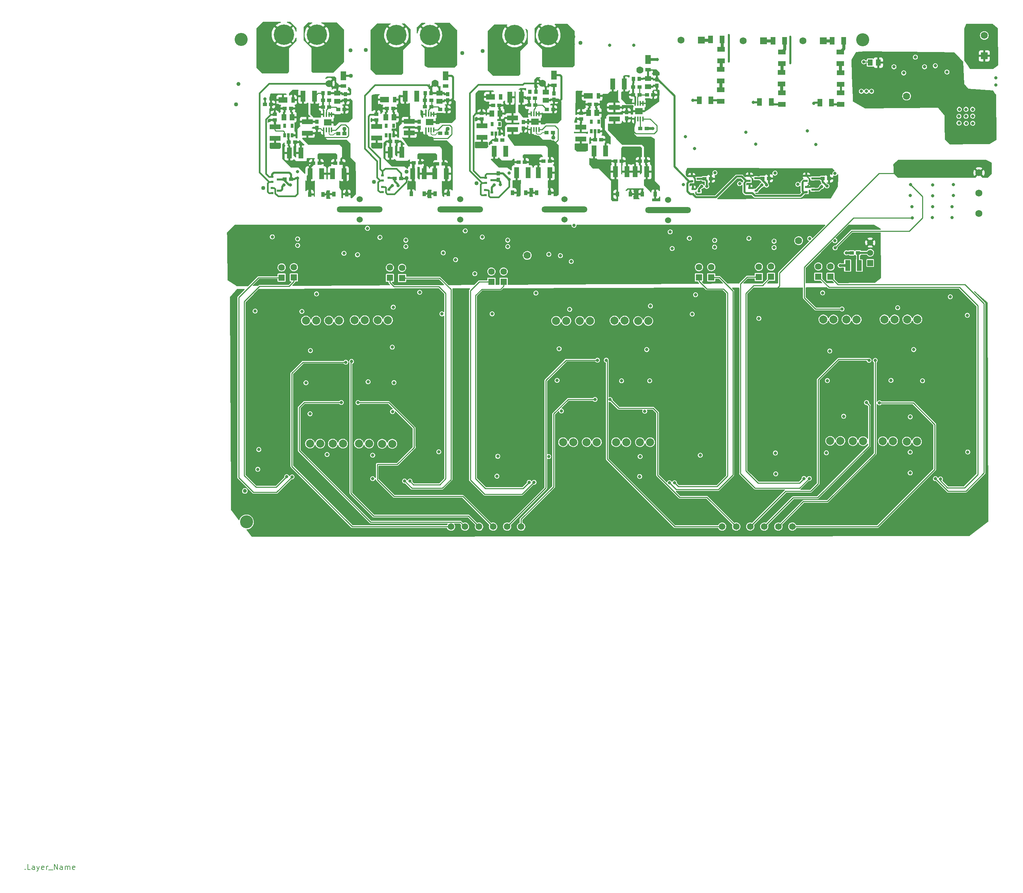
<source format=gbr>
%TF.GenerationSoftware,KiCad,Pcbnew,(5.99.0-10177-gd878cbddbc)*%
%TF.CreationDate,2021-05-11T02:45:32+02:00*%
%TF.ProjectId,TIDA-00555_E2,54494441-2d30-4303-9535-355f45322e6b,rev?*%
%TF.SameCoordinates,Original*%
%TF.FileFunction,Copper,L4,Bot*%
%TF.FilePolarity,Positive*%
%FSLAX46Y46*%
G04 Gerber Fmt 4.6, Leading zero omitted, Abs format (unit mm)*
G04 Created by KiCad (PCBNEW (5.99.0-10177-gd878cbddbc)) date 2021-05-11 02:45:32*
%MOMM*%
%LPD*%
G01*
G04 APERTURE LIST*
%ADD10C,0.203200*%
%TA.AperFunction,NonConductor*%
%ADD11C,0.203200*%
%TD*%
%TA.AperFunction,ComponentPad*%
%ADD12R,1.625600X1.625600*%
%TD*%
%TA.AperFunction,ComponentPad*%
%ADD13C,1.625600*%
%TD*%
%TA.AperFunction,ComponentPad*%
%ADD14C,1.651000*%
%TD*%
%TA.AperFunction,ComponentPad*%
%ADD15C,5.080000*%
%TD*%
%TA.AperFunction,ComponentPad*%
%ADD16C,1.778000*%
%TD*%
%TA.AperFunction,ComponentPad*%
%ADD17O,0.508000X7.162800*%
%TD*%
%TA.AperFunction,ComponentPad*%
%ADD18C,2.000000*%
%TD*%
%TA.AperFunction,ComponentPad*%
%ADD19O,11.430000X1.498600*%
%TD*%
%TA.AperFunction,ComponentPad*%
%ADD20C,3.251200*%
%TD*%
%TA.AperFunction,ComponentPad*%
%ADD21R,1.727200X1.727200*%
%TD*%
%TA.AperFunction,ComponentPad*%
%ADD22C,1.727200*%
%TD*%
%TA.AperFunction,ComponentPad*%
%ADD23C,1.524000*%
%TD*%
%TA.AperFunction,ComponentPad*%
%ADD24R,1.498600X1.498600*%
%TD*%
%TA.AperFunction,ComponentPad*%
%ADD25C,1.498600*%
%TD*%
%TA.AperFunction,ComponentPad*%
%ADD26C,1.752600*%
%TD*%
%TA.AperFunction,SMDPad,CuDef*%
%ADD27R,1.828800X1.295400*%
%TD*%
%TA.AperFunction,SMDPad,CuDef*%
%ADD28R,0.990600X0.939800*%
%TD*%
%TA.AperFunction,SMDPad,CuDef*%
%ADD29R,1.295400X1.828800*%
%TD*%
%TA.AperFunction,SMDPad,CuDef*%
%ADD30R,0.914400X1.219200*%
%TD*%
%TA.AperFunction,SMDPad,CuDef*%
%ADD31R,0.787400X0.584200*%
%TD*%
%TA.AperFunction,SMDPad,CuDef*%
%ADD32R,2.692400X1.295400*%
%TD*%
%TA.AperFunction,SMDPad,CuDef*%
%ADD33R,1.295400X2.692400*%
%TD*%
%TA.AperFunction,SMDPad,CuDef*%
%ADD34R,1.600200X1.270000*%
%TD*%
%TA.AperFunction,SMDPad,CuDef*%
%ADD35R,0.635000X1.092200*%
%TD*%
%TA.AperFunction,SMDPad,CuDef*%
%ADD36R,1.397000X2.184400*%
%TD*%
%TA.AperFunction,SMDPad,CuDef*%
%ADD37R,1.397000X0.889000*%
%TD*%
%TA.AperFunction,SMDPad,CuDef*%
%ADD38R,2.184400X1.397000*%
%TD*%
%TA.AperFunction,SMDPad,CuDef*%
%ADD39R,0.889000X1.397000*%
%TD*%
%TA.AperFunction,SMDPad,CuDef*%
%ADD40R,1.270000X1.600200*%
%TD*%
%TA.AperFunction,SMDPad,CuDef*%
%ADD41R,0.939800X0.990600*%
%TD*%
%TA.AperFunction,SMDPad,CuDef*%
%ADD42R,0.381000X1.270000*%
%TD*%
%TA.AperFunction,SMDPad,CuDef*%
%ADD43R,1.905000X1.524000*%
%TD*%
%TA.AperFunction,SMDPad,CuDef*%
%ADD44C,0.990600*%
%TD*%
%TA.AperFunction,ViaPad*%
%ADD45C,0.800000*%
%TD*%
%TA.AperFunction,ViaPad*%
%ADD46C,0.812800*%
%TD*%
%TA.AperFunction,ViaPad*%
%ADD47C,1.016000*%
%TD*%
%TA.AperFunction,Conductor*%
%ADD48C,0.381000*%
%TD*%
%TA.AperFunction,Conductor*%
%ADD49C,0.508000*%
%TD*%
%TA.AperFunction,Conductor*%
%ADD50C,0.254000*%
%TD*%
%TA.AperFunction,Conductor*%
%ADD51C,0.635000*%
%TD*%
%TA.AperFunction,Conductor*%
%ADD52C,0.250000*%
%TD*%
%TA.AperFunction,Conductor*%
%ADD53C,0.203200*%
%TD*%
%TA.AperFunction,Conductor*%
%ADD54C,0.762000*%
%TD*%
G04 APERTURE END LIST*
D10*
D11*
X27628508Y-229054572D02*
X27695274Y-229118048D01*
X27628508Y-229181524D01*
X27561742Y-229118048D01*
X27628508Y-229054572D01*
X27628508Y-229181524D01*
X28963822Y-229181524D02*
X28296165Y-229181524D01*
X28296165Y-227848532D01*
X30032074Y-229181524D02*
X30032074Y-228483290D01*
X29965308Y-228356338D01*
X29831777Y-228292862D01*
X29564714Y-228292862D01*
X29431182Y-228356338D01*
X30032074Y-229118048D02*
X29898542Y-229181524D01*
X29564714Y-229181524D01*
X29431182Y-229118048D01*
X29364417Y-228991096D01*
X29364417Y-228864145D01*
X29431182Y-228737193D01*
X29564714Y-228673717D01*
X29898542Y-228673717D01*
X30032074Y-228610241D01*
X30566200Y-228292862D02*
X30900028Y-229181524D01*
X31233857Y-228292862D02*
X30900028Y-229181524D01*
X30766497Y-229498903D01*
X30699731Y-229562379D01*
X30566200Y-229625854D01*
X32302108Y-229118048D02*
X32168577Y-229181524D01*
X31901514Y-229181524D01*
X31767982Y-229118048D01*
X31701217Y-228991096D01*
X31701217Y-228483290D01*
X31767982Y-228356338D01*
X31901514Y-228292862D01*
X32168577Y-228292862D01*
X32302108Y-228356338D01*
X32368874Y-228483290D01*
X32368874Y-228610241D01*
X31701217Y-228737193D01*
X32969765Y-229181524D02*
X32969765Y-228292862D01*
X32969765Y-228546766D02*
X33036531Y-228419814D01*
X33103297Y-228356338D01*
X33236828Y-228292862D01*
X33370360Y-228292862D01*
X33503891Y-229308475D02*
X34572142Y-229308475D01*
X34905971Y-229181524D02*
X34905971Y-227848532D01*
X35707160Y-229181524D01*
X35707160Y-227848532D01*
X36975708Y-229181524D02*
X36975708Y-228483290D01*
X36908942Y-228356338D01*
X36775411Y-228292862D01*
X36508348Y-228292862D01*
X36374817Y-228356338D01*
X36975708Y-229118048D02*
X36842177Y-229181524D01*
X36508348Y-229181524D01*
X36374817Y-229118048D01*
X36308051Y-228991096D01*
X36308051Y-228864145D01*
X36374817Y-228737193D01*
X36508348Y-228673717D01*
X36842177Y-228673717D01*
X36975708Y-228610241D01*
X37643365Y-229181524D02*
X37643365Y-228292862D01*
X37643365Y-228419814D02*
X37710131Y-228356338D01*
X37843662Y-228292862D01*
X38043960Y-228292862D01*
X38177491Y-228356338D01*
X38244257Y-228483290D01*
X38244257Y-229181524D01*
X38244257Y-228483290D02*
X38311022Y-228356338D01*
X38444554Y-228292862D01*
X38644851Y-228292862D01*
X38778382Y-228356338D01*
X38845148Y-228483290D01*
X38845148Y-229181524D01*
X40046931Y-229118048D02*
X39913400Y-229181524D01*
X39646337Y-229181524D01*
X39512805Y-229118048D01*
X39446040Y-228991096D01*
X39446040Y-228483290D01*
X39512805Y-228356338D01*
X39646337Y-228292862D01*
X39913400Y-228292862D01*
X40046931Y-228356338D01*
X40113697Y-228483290D01*
X40113697Y-228610241D01*
X39446040Y-228737193D01*
D12*
%TO.P,J26,1*%
%TO.N,DOUTP_W_PH*%
X228432200Y-81534000D03*
D13*
%TO.P,J26,2*%
%TO.N,DOUTP_W_PH1*%
X228432200Y-78994000D03*
%TD*%
D14*
%TO.P,J8,1,Pin_1*%
%TO.N,Ip_U*%
X133794797Y-143771600D03*
%TO.P,J8,2,Pin_2*%
%TO.N,In_U*%
X137294800Y-143771600D03*
%TO.P,J8,3,Pin_3*%
%TO.N,Ip_V*%
X140794801Y-143771600D03*
%TO.P,J8,4,Pin_4*%
%TO.N,In_V*%
X144294802Y-143771600D03*
%TO.P,J8,5,Pin_5*%
%TO.N,Ip_W*%
X147794802Y-143771600D03*
%TO.P,J8,6,Pin_6*%
%TO.N,In_W*%
X151294803Y-143771600D03*
%TD*%
D12*
%TO.P,J27,1*%
%TO.N,DOUTN_W_PH*%
X225384200Y-81508600D03*
D13*
%TO.P,J27,2*%
%TO.N,DOUTN_W_PH1*%
X225384200Y-78968600D03*
%TD*%
D15*
%TO.P,TP7,1*%
%TO.N,GND_WSH*%
X149666800Y-21336000D03*
%TD*%
D16*
%TO.P,TP16,1*%
%TO.N,-5.0V_PH*%
X180898800Y-30022800D03*
%TD*%
D15*
%TO.P,TP8,1*%
%TO.N,NetFB6_1*%
X158048800Y-21336000D03*
%TD*%
D17*
%TO.P,,*%
%TO.N,*%
X218399200Y-25069800D03*
%TD*%
D18*
%TO.P,TP29,1,1*%
%TO.N,Vp_V*%
X234950000Y-92202000D03*
X232410000Y-92202000D03*
%TD*%
D12*
%TO.P,J20,1*%
%TO.N,DOUTP_CH_W*%
X146923600Y-82778600D03*
D13*
%TO.P,J20,2*%
%TO.N,DOUTP_CH_W1*%
X146923600Y-80238600D03*
%TD*%
D16*
%TO.P,TP17,1*%
%TO.N,AMC_VCC*%
X220472000Y-72542400D03*
%TD*%
D12*
%TO.P,J21,1*%
%TO.N,DOUTN_CH_W*%
X143875600Y-82778600D03*
D13*
%TO.P,J21,2*%
%TO.N,DOUTN_CH_W1*%
X143875600Y-80238600D03*
%TD*%
D18*
%TO.P,TP21,1,1*%
%TO.N,Ip_W*%
X168452800Y-92506800D03*
X165912800Y-92506800D03*
%TD*%
%TO.P,TP15,1,1*%
%TO.N,In_U*%
X104343200Y-123088400D03*
X106883200Y-123088400D03*
%TD*%
D19*
%TO.P,,*%
%TO.N,*%
X111058800Y-64770000D03*
%TD*%
D20*
%TO.P,MH2,1*%
%TO.N,N/C*%
X82829400Y-142595600D03*
%TD*%
D18*
%TO.P,TP33,1,1*%
%TO.N,Vn_V*%
X236524800Y-122478800D03*
X233984800Y-122478800D03*
%TD*%
D20*
%TO.P,MH3,1*%
%TO.N,N/C*%
X236433200Y-22529800D03*
%TD*%
D21*
%TO.P,J15,1*%
%TO.N,NetFB11_1*%
X211693600Y-22758400D03*
D22*
%TO.P,J15,2*%
%TO.N,NEUTRAL*%
X206613600Y-22758400D03*
%TD*%
D18*
%TO.P,TP22,1,1*%
%TO.N,In_W*%
X167640000Y-122732800D03*
X170180000Y-122732800D03*
%TD*%
%TO.P,TP23,1,1*%
%TO.N,Net-(R120-Pad1)*%
X164287200Y-122732800D03*
X161747200Y-122732800D03*
%TD*%
D12*
%TO.P,J11,1*%
%TO.N,DOUTN_CH_U*%
X91602400Y-81737200D03*
D13*
%TO.P,J11,2*%
%TO.N,DOUTN_CH_U1*%
X91602400Y-79197200D03*
%TD*%
D20*
%TO.P,MH1,1*%
%TO.N,N/C*%
X81493200Y-22402800D03*
%TD*%
D18*
%TO.P,TP35,1,1*%
%TO.N,Net-(R136-Pad1)*%
X247446800Y-122580400D03*
X249986800Y-122580400D03*
%TD*%
D14*
%TO.P,J29,1,Pin_1*%
%TO.N,Vp_U*%
X201409597Y-143764000D03*
%TO.P,J29,2,Pin_2*%
%TO.N,Vn_U*%
X204909600Y-143764000D03*
%TO.P,J29,3,Pin_3*%
%TO.N,Vp_V*%
X208409601Y-143764000D03*
%TO.P,J29,4,Pin_4*%
%TO.N,Vn_V*%
X211909602Y-143764000D03*
%TO.P,J29,5,Pin_5*%
%TO.N,Vp_W*%
X215409602Y-143764000D03*
%TO.P,J29,6,Pin_6*%
%TO.N,Vn_W*%
X218909603Y-143764000D03*
%TD*%
D15*
%TO.P,TP5,1*%
%TO.N,NetFB4_1*%
X128534000Y-21336000D03*
%TD*%
D12*
%TO.P,J18,1*%
%TO.N,DOUTP_CH_V*%
X121599800Y-81838800D03*
D13*
%TO.P,J18,2*%
%TO.N,DOUTP_CH_V1*%
X121599800Y-79298800D03*
%TD*%
D18*
%TO.P,TP53,1,1*%
%TO.N,In_V*%
X113385600Y-123088400D03*
X110845600Y-123088400D03*
%TD*%
D19*
%TO.P,,*%
%TO.N,*%
X136077800Y-64770000D03*
%TD*%
D12*
%TO.P,J22,1*%
%TO.N,DOUTP_U_PH*%
X198688800Y-81661000D03*
D13*
%TO.P,J22,2*%
%TO.N,DOUTP_U_PH1*%
X198688800Y-79121000D03*
%TD*%
D18*
%TO.P,TP31,1,1*%
%TO.N,Net-(R128-Pad2)*%
X247548400Y-92151200D03*
X250088400Y-92151200D03*
%TD*%
D12*
%TO.P,J23,1*%
%TO.N,DOUTN_U_PH*%
X195615400Y-81686400D03*
D13*
%TO.P,J23,2*%
%TO.N,DOUTN_U_PH1*%
X195615400Y-79146400D03*
%TD*%
D12*
%TO.P,J25,1*%
%TO.N,DOUTN_V_PH*%
X210550600Y-81584800D03*
D13*
%TO.P,J25,2*%
%TO.N,DOUTN_V_PH1*%
X210550600Y-79044800D03*
%TD*%
D18*
%TO.P,TP52,1,1*%
%TO.N,Net-(R46-Pad1)*%
X119176800Y-123139200D03*
X116636800Y-123139200D03*
%TD*%
D16*
%TO.P,TP6,1*%
%TO.N,-5.0V_VSH*%
X129829400Y-33324800D03*
%TD*%
D23*
%TO.P,C51,1*%
%TO.N,DGND*%
X187944600Y-67437000D03*
%TO.P,C51,2*%
%TO.N,GND_PH*%
X187944600Y-62357000D03*
%TD*%
D17*
%TO.P,,*%
%TO.N,*%
X203108400Y-24638000D03*
%TD*%
D23*
%TO.P,C7,1*%
%TO.N,DGND*%
X111058800Y-67310000D03*
%TO.P,C7,2*%
%TO.N,GND_USH*%
X111058800Y-62230000D03*
%TD*%
D18*
%TO.P,TP26,1,1*%
%TO.N,Vn_U*%
X174955200Y-122732800D03*
X177495200Y-122732800D03*
%TD*%
D12*
%TO.P,J10,1*%
%TO.N,DOUTP_CH_U*%
X94650400Y-81686400D03*
D13*
%TO.P,J10,2*%
%TO.N,DOUTP_CH_U1*%
X94650400Y-79146400D03*
%TD*%
D12*
%TO.P,J19,1*%
%TO.N,DOUTN_CH_V*%
X118577200Y-81813400D03*
D13*
%TO.P,J19,2*%
%TO.N,DOUTN_CH_V1*%
X118577200Y-79273400D03*
%TD*%
D18*
%TO.P,TP11,1,1*%
%TO.N,Net-(R29-Pad1)*%
X100177600Y-92456000D03*
X97637600Y-92456000D03*
%TD*%
%TO.P,TP28,1,1*%
%TO.N,Net-(R124-Pad1)*%
X226618800Y-92151200D03*
X229158800Y-92151200D03*
%TD*%
D16*
%TO.P,TP9,1*%
%TO.N,AMC_VCC*%
X152816400Y-76225400D03*
%TD*%
D12*
%TO.P,J24,1*%
%TO.N,DOUTP_V_PH*%
X213598600Y-81559400D03*
D13*
%TO.P,J24,2*%
%TO.N,DOUTP_V_PH1*%
X213598600Y-79019400D03*
%TD*%
D18*
%TO.P,TP20,1,1*%
%TO.N,Net-(R116-Pad2)*%
X160020000Y-92506800D03*
X162560000Y-92506800D03*
%TD*%
D24*
%TO.P,J28,1*%
%TO.N,AVCC*%
X238312800Y-78105000D03*
D25*
%TO.P,J28,2*%
%TO.N,AMC_VCC*%
X238312800Y-75565000D03*
%TO.P,J28,3*%
%TO.N,+5V_CNTL*%
X238312800Y-73025000D03*
%TD*%
D16*
%TO.P,TP10,1*%
%TO.N,-5.0V_WSH*%
X156575600Y-33350200D03*
%TD*%
D18*
%TO.P,TP24,1,1*%
%TO.N,Net-(R108-Pad1)*%
X180441600Y-92557600D03*
X182981600Y-92557600D03*
%TD*%
%TO.P,TP51,1,1*%
%TO.N,Ip_V*%
X109778800Y-92354400D03*
X112318800Y-92354400D03*
%TD*%
D26*
%TO.P,J30,1*%
%TO.N,+15V*%
X265430000Y-55626000D03*
%TO.P,J30,2*%
%TO.N,DGND*%
X265430000Y-60706000D03*
%TO.P,J30,3*%
%TO.N,-15V*%
X265430000Y-65786000D03*
%TD*%
D15*
%TO.P,TP4,1*%
%TO.N,GND_VSH*%
X120202800Y-21336000D03*
%TD*%
D18*
%TO.P,TP30,1,1*%
%TO.N,Vp_W*%
X244398800Y-92151200D03*
X241858800Y-92151200D03*
%TD*%
D15*
%TO.P,TP1,1*%
%TO.N,GND_USH*%
X92135800Y-21209000D03*
%TD*%
D19*
%TO.P,,*%
%TO.N,*%
X187944600Y-64897000D03*
%TD*%
D16*
%TO.P,TP3,1*%
%TO.N,-5.0V_USH*%
X103438800Y-33401000D03*
%TD*%
D15*
%TO.P,TP2,1*%
%TO.N,NetFB2_1*%
X100390800Y-21209000D03*
%TD*%
D21*
%TO.P,J17,1*%
%TO.N,+5V_CNTL*%
X266750800Y-26517600D03*
D22*
%TO.P,J17,2*%
%TO.N,DGND*%
X266750800Y-21437600D03*
%TD*%
D21*
%TO.P,J16,1*%
%TO.N,NetFB12_1*%
X226603400Y-22758400D03*
D22*
%TO.P,J16,2*%
%TO.N,NEUTRAL*%
X221523400Y-22758400D03*
%TD*%
D21*
%TO.P,J14,1*%
%TO.N,NetFB9_1*%
X196225000Y-22555200D03*
D22*
%TO.P,J14,2*%
%TO.N,NEUTRAL*%
X191145000Y-22555200D03*
%TD*%
D18*
%TO.P,TP32,1,1*%
%TO.N,Net-(R132-Pad2)*%
X230886000Y-122428000D03*
X228346000Y-122428000D03*
%TD*%
D19*
%TO.P,,*%
%TO.N,*%
X162112800Y-64770000D03*
%TD*%
D18*
%TO.P,TP27,1,1*%
%TO.N,Net-(R112-Pad2)*%
X183438800Y-122732800D03*
X180898800Y-122732800D03*
%TD*%
%TO.P,TP12,1,1*%
%TO.N,Ip_U*%
X103378000Y-92456000D03*
X105918000Y-92456000D03*
%TD*%
%TO.P,TP34,1,1*%
%TO.N,Vn_W*%
X241452400Y-122478800D03*
X243992400Y-122478800D03*
%TD*%
%TO.P,TP50,1,1*%
%TO.N,Net-(R38-Pad2)*%
X115570000Y-92354400D03*
X118110000Y-92354400D03*
%TD*%
D23*
%TO.P,C15,1*%
%TO.N,DGND*%
X136077800Y-67310000D03*
%TO.P,C15,2*%
%TO.N,GND_VSH*%
X136077800Y-62230000D03*
%TD*%
D18*
%TO.P,TP13,1,1*%
%TO.N,Net-(R34-Pad2)*%
X101193600Y-123088400D03*
X98653600Y-123088400D03*
%TD*%
%TO.P,TP25,1,1*%
%TO.N,Vp_U*%
X174548800Y-92456000D03*
X177088800Y-92456000D03*
%TD*%
D23*
%TO.P,C26,1*%
%TO.N,DGND*%
X162112800Y-67310000D03*
%TO.P,C26,2*%
%TO.N,GND_WSH*%
X162112800Y-62230000D03*
%TD*%
D27*
%TO.P,R67,1*%
%TO.N,NetFB9_2*%
X201101800Y-24841200D03*
%TO.P,R67,2*%
%TO.N,NetR67_2*%
X201101800Y-27736800D03*
%TD*%
%TO.P,R90,1*%
%TO.N,NetFB12_2*%
X230870600Y-25577800D03*
%TO.P,R90,2*%
%TO.N,NetR90_2*%
X230870600Y-28473400D03*
%TD*%
D28*
%TO.P,C150,1*%
%TO.N,+6V_USH*%
X93380400Y-48006000D03*
%TO.P,C150,2*%
%TO.N,GND_USH*%
X94955200Y-48006000D03*
%TD*%
D29*
%TO.P,FB9,1*%
%TO.N,NetFB9_1*%
X198485600Y-22402800D03*
%TO.P,FB9,2*%
%TO.N,NetFB9_2*%
X201381200Y-22402800D03*
%TD*%
D30*
%TO.P,D39,1*%
%TO.N,+6V_VSH*%
X123885800Y-60883800D03*
%TO.P,D39,2*%
%TO.N,NetD37_1*%
X127137000Y-60883800D03*
%TD*%
D31*
%TO.P,D19,1*%
%TO.N,-5.0V_PH*%
X194091400Y-60934600D03*
%TO.P,D19,2*%
%TO.N,+5.0V_PH*%
X194091400Y-59664600D03*
%TO.P,D19,3*%
%TO.N,NetC55_2*%
X195666200Y-60299600D03*
%TD*%
D28*
%TO.P,C120,1*%
%TO.N,+5.0V_WSH*%
X144307400Y-38862000D03*
%TO.P,C120,2*%
%TO.N,GND_WSH*%
X145882200Y-38862000D03*
%TD*%
%TO.P,C125,1*%
%TO.N,GND_VSH*%
X130388200Y-53441600D03*
%TO.P,C125,2*%
%TO.N,-6V_VSH*%
X131963000Y-53441600D03*
%TD*%
%TO.P,R104,1*%
%TO.N,NetC143_1*%
X103464200Y-37592000D03*
%TO.P,R104,2*%
%TO.N,NetC143_2*%
X101889400Y-37592000D03*
%TD*%
%TO.P,R101,1*%
%TO.N,GND_VSH*%
X132725000Y-39852600D03*
%TO.P,R101,2*%
%TO.N,NetC127_1*%
X131150200Y-39852600D03*
%TD*%
D32*
%TO.P,C121,1*%
%TO.N,GND_WSH*%
X141538800Y-46786800D03*
%TO.P,C121,2*%
%TO.N,NetC121_2*%
X141538800Y-43891200D03*
%TD*%
D33*
%TO.P,C27,1*%
%TO.N,AMC_VCC*%
X235569600Y-78740000D03*
%TO.P,C27,2*%
%TO.N,DGND*%
X232674000Y-78740000D03*
%TD*%
D30*
%TO.P,D45,1*%
%TO.N,+6V_USH*%
X98612800Y-61010800D03*
%TO.P,D45,2*%
%TO.N,NetD43_1*%
X101864000Y-61010800D03*
%TD*%
D29*
%TO.P,FB11,1*%
%TO.N,NetFB11_1*%
X214055800Y-22783800D03*
%TO.P,FB11,2*%
%TO.N,NetFB11_2*%
X216951400Y-22783800D03*
%TD*%
D31*
%TO.P,D35,1*%
%TO.N,-5.0V_WSH*%
X142427800Y-58115200D03*
%TO.P,D35,2*%
%TO.N,+5.0V_WSH*%
X142427800Y-56845200D03*
%TO.P,D35,3*%
%TO.N,NetC18_1*%
X144002600Y-57480200D03*
%TD*%
D28*
%TO.P,R52,1*%
%TO.N,NetC55_1*%
X197012400Y-57124600D03*
%TO.P,R52,2*%
%TO.N,+5.0V_PH*%
X198587200Y-57124600D03*
%TD*%
D34*
%TO.P,C126,1*%
%TO.N,GND_VSH*%
X130921600Y-37820600D03*
%TO.P,C126,2*%
%TO.N,-5.0V_VSH*%
X130921600Y-35788600D03*
%TD*%
D28*
%TO.P,R103,1*%
%TO.N,GND_USH*%
X107274200Y-39878000D03*
%TO.P,R103,2*%
%TO.N,NetC143_1*%
X105699400Y-39878000D03*
%TD*%
%TO.P,C109,1*%
%TO.N,GND_WSH*%
X156880400Y-52705000D03*
%TO.P,C109,2*%
%TO.N,-6V_WSH*%
X158455200Y-52705000D03*
%TD*%
%TO.P,C118,1*%
%TO.N,+6V_WSH*%
X145069400Y-47498000D03*
%TO.P,C118,2*%
%TO.N,GND_WSH*%
X146644200Y-47498000D03*
%TD*%
D27*
%TO.P,R81,1*%
%TO.N,NetR80_2*%
X216265600Y-35712400D03*
%TO.P,R81,2*%
%TO.N,NetR81_2*%
X216265600Y-38608000D03*
%TD*%
D32*
%TO.P,C116,1*%
%TO.N,GND_WSH*%
X149158800Y-41986200D03*
%TO.P,C116,2*%
%TO.N,-6V_WSH*%
X149158800Y-44881800D03*
%TD*%
D27*
%TO.P,R91,1*%
%TO.N,NetR90_2*%
X230921400Y-30683200D03*
%TO.P,R91,2*%
%TO.N,NetR91_2*%
X230921400Y-33578800D03*
%TD*%
D33*
%TO.P,C73,1*%
%TO.N,GND_PH*%
X179715000Y-55397400D03*
%TO.P,C73,2*%
%TO.N,-6V_PH*%
X182610600Y-55397400D03*
%TD*%
D28*
%TO.P,C136,1*%
%TO.N,+5.0V_VSH*%
X117815200Y-39624000D03*
%TO.P,C136,2*%
%TO.N,GND_VSH*%
X119390000Y-39624000D03*
%TD*%
D27*
%TO.P,R68,1*%
%TO.N,NetR67_2*%
X201076400Y-29845000D03*
%TO.P,R68,2*%
%TO.N,NetR68_2*%
X201076400Y-32740600D03*
%TD*%
D28*
%TO.P,C134,1*%
%TO.N,+6V_VSH*%
X118704200Y-47853600D03*
%TO.P,C134,2*%
%TO.N,GND_VSH*%
X120279000Y-47853600D03*
%TD*%
D35*
%TO.P,U16,1*%
%TO.N,GND_PH*%
X170672600Y-45288200D03*
%TO.P,U16,2*%
%TO.N,+6V_PH*%
X169732800Y-45288200D03*
%TO.P,U16,3*%
%TO.N,NetC86_2*%
X168793000Y-45288200D03*
%TO.P,U16,4*%
%TO.N,N/C*%
X168793000Y-42900600D03*
%TO.P,U16,5*%
X170672600Y-42900600D03*
%TD*%
D33*
%TO.P,C82,1*%
%TO.N,GND_PH*%
X172323600Y-50190400D03*
%TO.P,C82,2*%
%TO.N,+6V_PH*%
X169428000Y-50190400D03*
%TD*%
D36*
%TO.P,D44,1*%
%TO.N,GND_USH*%
X106994800Y-31496000D03*
D37*
%TO.P,D44,2*%
%TO.N,-5.0V_USH*%
X106994800Y-34036000D03*
%TD*%
D28*
%TO.P,C140,1*%
%TO.N,GND_USH*%
X107274200Y-45847000D03*
%TO.P,C140,2*%
%TO.N,NetC140_2*%
X105699400Y-45847000D03*
%TD*%
%TO.P,C80,1*%
%TO.N,+6V_PH*%
X174787400Y-52730400D03*
%TO.P,C80,2*%
%TO.N,GND_PH*%
X176362200Y-52730400D03*
%TD*%
%TO.P,C74,1*%
%TO.N,GND_PH*%
X182585200Y-44602400D03*
%TO.P,C74,2*%
%TO.N,NetC74_2*%
X181010400Y-44602400D03*
%TD*%
D33*
%TO.P,C131,1*%
%TO.N,GND_VSH*%
X122361800Y-36550600D03*
%TO.P,C131,2*%
%TO.N,NetC127_2*%
X125257400Y-36550600D03*
%TD*%
D32*
%TO.P,C153,1*%
%TO.N,GND_USH*%
X89976800Y-47040800D03*
%TO.P,C153,2*%
%TO.N,NetC153_2*%
X89976800Y-44145200D03*
%TD*%
D38*
%TO.P,D46,1*%
%TO.N,+5.0V_USH*%
X91881800Y-37465000D03*
D39*
%TO.P,D46,2*%
%TO.N,GND_USH*%
X94421800Y-37465000D03*
%TD*%
D33*
%TO.P,C128,1*%
%TO.N,+6V_VSH*%
X124266800Y-55854600D03*
%TO.P,C128,2*%
%TO.N,GND_VSH*%
X127162400Y-55854600D03*
%TD*%
D28*
%TO.P,C141,1*%
%TO.N,GND_USH*%
X104937400Y-53213000D03*
%TO.P,C141,2*%
%TO.N,-6V_USH*%
X106512200Y-53213000D03*
%TD*%
%TO.P,C127,1*%
%TO.N,NetC127_1*%
X128915000Y-39217600D03*
%TO.P,C127,2*%
%TO.N,NetC127_2*%
X127340200Y-39217600D03*
%TD*%
D40*
%TO.P,R98,1*%
%TO.N,AGND*%
X240334800Y-28194000D03*
%TO.P,R98,2*%
%TO.N,DGND*%
X238302800Y-28194000D03*
%TD*%
D41*
%TO.P,C122,1*%
%TO.N,-5.0V_VSH*%
X132953600Y-36017200D03*
%TO.P,C122,2*%
%TO.N,GND_VSH*%
X132953600Y-37592000D03*
%TD*%
D34*
%TO.P,C142,1*%
%TO.N,GND_USH*%
X105470800Y-37846000D03*
%TO.P,C142,2*%
%TO.N,-5.0V_USH*%
X105470800Y-35814000D03*
%TD*%
D32*
%TO.P,C81,1*%
%TO.N,GND_PH*%
X174558800Y-39344600D03*
%TO.P,C81,2*%
%TO.N,-6V_PH*%
X174558800Y-42240200D03*
%TD*%
D33*
%TO.P,C147,1*%
%TO.N,GND_USH*%
X96911000Y-36576000D03*
%TO.P,C147,2*%
%TO.N,NetC143_2*%
X99806600Y-36576000D03*
%TD*%
D28*
%TO.P,R95,1*%
%TO.N,NetC76_2*%
X180807200Y-34315400D03*
%TO.P,R95,2*%
%TO.N,NetC76_1*%
X179232400Y-34315400D03*
%TD*%
%TO.P,C152,1*%
%TO.N,+5.0V_USH*%
X92364400Y-39624000D03*
%TO.P,C152,2*%
%TO.N,GND_USH*%
X93939200Y-39624000D03*
%TD*%
D33*
%TO.P,C149,1*%
%TO.N,GND_USH*%
X96377600Y-50673000D03*
%TO.P,C149,2*%
%TO.N,+6V_USH*%
X93482000Y-50673000D03*
%TD*%
D40*
%TO.P,C119,1*%
%TO.N,GND_WSH*%
X145983800Y-40894000D03*
%TO.P,C119,2*%
%TO.N,+5.0V_WSH*%
X143951800Y-40894000D03*
%TD*%
D30*
%TO.P,D21,1*%
%TO.N,NetD21_1*%
X181493000Y-60934600D03*
%TO.P,D21,2*%
%TO.N,-6V_PH*%
X184744200Y-60934600D03*
%TD*%
D31*
%TO.P,D41,1*%
%TO.N,-5.0V_VSH*%
X116748400Y-57531000D03*
%TO.P,D41,2*%
%TO.N,+5.0V_VSH*%
X116748400Y-56261000D03*
%TO.P,D41,3*%
%TO.N,NetC9_1*%
X118323200Y-56896000D03*
%TD*%
D16*
%TO.P,TP18,1*%
%TO.N,DVCC*%
X247396000Y-36525200D03*
%TD*%
D41*
%TO.P,C114,1*%
%TO.N,-6V_WSH*%
X151825800Y-44602400D03*
%TO.P,C114,2*%
%TO.N,GND_WSH*%
X151825800Y-43027600D03*
%TD*%
D29*
%TO.P,FB12,1*%
%TO.N,NetFB12_1*%
X228813200Y-22758400D03*
%TO.P,FB12,2*%
%TO.N,NetFB12_2*%
X231708800Y-22758400D03*
%TD*%
D33*
%TO.P,C123,1*%
%TO.N,GND_VSH*%
X129727800Y-55854600D03*
%TO.P,C123,2*%
%TO.N,-6V_VSH*%
X132623400Y-55854600D03*
%TD*%
D41*
%TO.P,FB17,1*%
%TO.N,NetC111_2*%
X153502200Y-35433000D03*
%TO.P,FB17,2*%
%TO.N,-5.0V_WSH*%
X154975400Y-35433000D03*
%TD*%
D34*
%TO.P,C72,1*%
%TO.N,GND_PH*%
X182940800Y-34188400D03*
%TO.P,C72,2*%
%TO.N,-5.0V_PH*%
X182940800Y-32156400D03*
%TD*%
D31*
%TO.P,D18,1*%
%TO.N,-5.0V_PH*%
X208188400Y-57632600D03*
%TO.P,D18,2*%
%TO.N,+5.0V_PH*%
X208188400Y-56362600D03*
%TO.P,D18,3*%
%TO.N,NetC61_1*%
X209763200Y-56997600D03*
%TD*%
D27*
%TO.P,R80,1*%
%TO.N,NetR79_2*%
X216240200Y-30632400D03*
%TO.P,R80,2*%
%TO.N,NetR80_2*%
X216240200Y-33528000D03*
%TD*%
D40*
%TO.P,C84,1*%
%TO.N,GND_PH*%
X170164600Y-40741600D03*
%TO.P,C84,2*%
%TO.N,+5.0V_PH*%
X168132600Y-40741600D03*
%TD*%
D33*
%TO.P,C139,1*%
%TO.N,GND_USH*%
X104277000Y-55880000D03*
%TO.P,C139,2*%
%TO.N,-6V_USH*%
X107172600Y-55880000D03*
%TD*%
D41*
%TO.P,C78,1*%
%TO.N,-6V_PH*%
X177606800Y-42087800D03*
%TO.P,C78,2*%
%TO.N,GND_PH*%
X177606800Y-40513000D03*
%TD*%
D36*
%TO.P,D31,1*%
%TO.N,GND_WSH*%
X159496600Y-31343600D03*
D37*
%TO.P,D31,2*%
%TO.N,-5.0V_WSH*%
X159496600Y-33883600D03*
%TD*%
D31*
%TO.P,D16,1*%
%TO.N,-5.0V_PH*%
X222412400Y-60477400D03*
%TO.P,D16,2*%
%TO.N,+5.0V_PH*%
X222412400Y-59207400D03*
%TO.P,D16,3*%
%TO.N,NetC68_2*%
X223987200Y-59842400D03*
%TD*%
D28*
%TO.P,C145,1*%
%TO.N,+6V_USH*%
X99476400Y-53213000D03*
%TO.P,C145,2*%
%TO.N,GND_USH*%
X101051200Y-53213000D03*
%TD*%
%TO.P,FB20,1*%
%TO.N,NetC137_2*%
X115199000Y-42494200D03*
%TO.P,FB20,2*%
%TO.N,+5.0V_VSH*%
X115199000Y-41021000D03*
%TD*%
D38*
%TO.P,D24,1*%
%TO.N,+5.0V_PH*%
X168056400Y-36474400D03*
D39*
%TO.P,D24,2*%
%TO.N,GND_PH*%
X170596400Y-36474400D03*
%TD*%
D41*
%TO.P,FB21,1*%
%TO.N,NetC143_2*%
X101940200Y-35814000D03*
%TO.P,FB21,2*%
%TO.N,-5.0V_USH*%
X103413400Y-35814000D03*
%TD*%
D28*
%TO.P,FB18,1*%
%TO.N,NetC121_2*%
X141411800Y-42265600D03*
%TO.P,FB18,2*%
%TO.N,+5.0V_WSH*%
X141411800Y-40792400D03*
%TD*%
D33*
%TO.P,C144,1*%
%TO.N,+6V_USH*%
X98689000Y-55880000D03*
%TO.P,C144,2*%
%TO.N,GND_USH*%
X101584600Y-55880000D03*
%TD*%
D35*
%TO.P,U20,1*%
%TO.N,GND_WSH*%
X145907600Y-45897800D03*
%TO.P,U20,2*%
%TO.N,+6V_WSH*%
X144967800Y-45897800D03*
%TO.P,U20,3*%
%TO.N,NetC121_2*%
X144028000Y-45897800D03*
%TO.P,U20,4*%
%TO.N,N/C*%
X144028000Y-43510200D03*
%TO.P,U20,5*%
X145907600Y-43510200D03*
%TD*%
D27*
%TO.P,R79,1*%
%TO.N,NetFB11_2*%
X216265600Y-25527000D03*
%TO.P,R79,2*%
%TO.N,NetR79_2*%
X216265600Y-28422600D03*
%TD*%
D28*
%TO.P,R105,1*%
%TO.N,NetD1_2*%
X87411400Y-38608000D03*
%TO.P,R105,2*%
%TO.N,+5.0V_USH*%
X88986200Y-38608000D03*
%TD*%
%TO.P,C107,1*%
%TO.N,GND_WSH*%
X159217200Y-45593000D03*
%TO.P,C107,2*%
%TO.N,NetC107_2*%
X157642400Y-45593000D03*
%TD*%
D27*
%TO.P,R69,1*%
%TO.N,NetR68_2*%
X201076400Y-34950400D03*
%TO.P,R69,2*%
%TO.N,NetR69_2*%
X201076400Y-37846000D03*
%TD*%
D41*
%TO.P,FB19,1*%
%TO.N,NetC127_2*%
X127391000Y-35788600D03*
%TO.P,FB19,2*%
%TO.N,-5.0V_VSH*%
X128864200Y-35788600D03*
%TD*%
D32*
%TO.P,C137,1*%
%TO.N,GND_VSH*%
X115300600Y-47015400D03*
%TO.P,C137,2*%
%TO.N,NetC137_2*%
X115300600Y-44119800D03*
%TD*%
D30*
%TO.P,D32,1*%
%TO.N,NetD32_1*%
X155153200Y-60579000D03*
%TO.P,D32,2*%
%TO.N,-6V_WSH*%
X158404400Y-60579000D03*
%TD*%
%TO.P,D23,1*%
%TO.N,+6V_PH*%
X175270000Y-60985400D03*
%TO.P,D23,2*%
%TO.N,NetD21_1*%
X178521200Y-60985400D03*
%TD*%
D28*
%TO.P,C129,1*%
%TO.N,+6V_VSH*%
X124546200Y-53187600D03*
%TO.P,C129,2*%
%TO.N,GND_VSH*%
X126121000Y-53187600D03*
%TD*%
D29*
%TO.P,R70,1*%
%TO.N,NetR69_2*%
X198587200Y-37566600D03*
%TO.P,R70,2*%
%TO.N,NetR60_2*%
X195691600Y-37566600D03*
%TD*%
D28*
%TO.P,FB22,1*%
%TO.N,NetC153_2*%
X89849800Y-42519600D03*
%TO.P,FB22,2*%
%TO.N,+5.0V_USH*%
X89849800Y-41046400D03*
%TD*%
D31*
%TO.P,D17,1*%
%TO.N,-5.0V_PH*%
X208264600Y-60706000D03*
%TO.P,D17,2*%
%TO.N,+5.0V_PH*%
X208264600Y-59436000D03*
%TO.P,D17,3*%
%TO.N,NetC61_2*%
X209839400Y-60071000D03*
%TD*%
D28*
%TO.P,C113,1*%
%TO.N,+6V_WSH*%
X150657400Y-52959000D03*
%TO.P,C113,2*%
%TO.N,GND_WSH*%
X152232200Y-52959000D03*
%TD*%
D33*
%TO.P,C115,1*%
%TO.N,GND_WSH*%
X148473000Y-36855400D03*
%TO.P,C115,2*%
%TO.N,NetC111_2*%
X151368600Y-36855400D03*
%TD*%
D28*
%TO.P,C83,1*%
%TO.N,+6V_PH*%
X169707400Y-47396400D03*
%TO.P,C83,2*%
%TO.N,GND_PH*%
X171282200Y-47396400D03*
%TD*%
D41*
%TO.P,FB13,1*%
%TO.N,NetC76_1*%
X179283200Y-32283400D03*
%TO.P,FB13,2*%
%TO.N,-5.0V_PH*%
X180756400Y-32283400D03*
%TD*%
D38*
%TO.P,D34,1*%
%TO.N,+5.0V_WSH*%
X143672400Y-36703000D03*
D39*
%TO.P,D34,2*%
%TO.N,GND_WSH*%
X146212400Y-36703000D03*
%TD*%
D42*
%TO.P,U21,1*%
%TO.N,NetC127_2*%
X127543400Y-41071800D03*
%TO.P,U21,2*%
%TO.N,NetC127_1*%
X128203800Y-41071800D03*
%TO.P,U21,3*%
%TO.N,GND_VSH*%
X128838800Y-41071800D03*
%TO.P,U21,4*%
X129473800Y-41071800D03*
%TO.P,U21,5*%
%TO.N,-6V_VSH*%
X129473800Y-44958000D03*
%TO.P,U21,6*%
%TO.N,NetC124_2*%
X128838800Y-44958000D03*
%TO.P,U21,7*%
%TO.N,N/C*%
X128203800Y-44958000D03*
%TO.P,U21,8*%
%TO.N,-6V_VSH*%
X127543400Y-44958000D03*
D43*
%TO.P,U21,9*%
%TO.N,GND_VSH*%
X128508600Y-43027600D03*
%TD*%
D35*
%TO.P,U22,1*%
%TO.N,GND_VSH*%
X119542400Y-46278800D03*
%TO.P,U22,2*%
%TO.N,+6V_VSH*%
X118602600Y-46278800D03*
%TO.P,U22,3*%
%TO.N,NetC137_2*%
X117662800Y-46278800D03*
%TO.P,U22,4*%
%TO.N,N/C*%
X117662800Y-43891200D03*
%TO.P,U22,5*%
X119542400Y-43891200D03*
%TD*%
D44*
%TO.P,FID5,1*%
%TO.N,N/C*%
X82423000Y-134874000D03*
%TD*%
D28*
%TO.P,C75,1*%
%TO.N,GND_PH*%
X180883400Y-52730400D03*
%TO.P,C75,2*%
%TO.N,-6V_PH*%
X182458200Y-52730400D03*
%TD*%
D30*
%TO.P,D37,1*%
%TO.N,NetD37_1*%
X129880200Y-60858400D03*
%TO.P,D37,2*%
%TO.N,-6V_VSH*%
X133131400Y-60858400D03*
%TD*%
D40*
%TO.P,C151,1*%
%TO.N,GND_USH*%
X94167800Y-41783000D03*
%TO.P,C151,2*%
%TO.N,+5.0V_USH*%
X92135800Y-41783000D03*
%TD*%
D28*
%TO.P,C111,1*%
%TO.N,NetC111_1*%
X154848400Y-38785800D03*
%TO.P,C111,2*%
%TO.N,NetC111_2*%
X153273600Y-38785800D03*
%TD*%
D42*
%TO.P,U19,1*%
%TO.N,NetC111_2*%
X153781600Y-40970200D03*
%TO.P,U19,2*%
%TO.N,NetC111_1*%
X154442000Y-40970200D03*
%TO.P,U19,3*%
%TO.N,GND_WSH*%
X155077000Y-40970200D03*
%TO.P,U19,4*%
X155712000Y-40970200D03*
%TO.P,U19,5*%
%TO.N,-6V_WSH*%
X155712000Y-44856400D03*
%TO.P,U19,6*%
%TO.N,NetC107_2*%
X155077000Y-44856400D03*
%TO.P,U19,7*%
%TO.N,N/C*%
X154442000Y-44856400D03*
%TO.P,U19,8*%
%TO.N,-6V_WSH*%
X153781600Y-44856400D03*
D43*
%TO.P,U19,9*%
%TO.N,GND_WSH*%
X154746800Y-42926000D03*
%TD*%
D42*
%TO.P,U23,1*%
%TO.N,NetC143_2*%
X102092600Y-41097200D03*
%TO.P,U23,2*%
%TO.N,NetC143_1*%
X102753000Y-41097200D03*
%TO.P,U23,3*%
%TO.N,GND_USH*%
X103388000Y-41097200D03*
%TO.P,U23,4*%
X104023000Y-41097200D03*
%TO.P,U23,5*%
%TO.N,-6V_USH*%
X104023000Y-44983400D03*
%TO.P,U23,6*%
%TO.N,NetC140_2*%
X103388000Y-44983400D03*
%TO.P,U23,7*%
%TO.N,N/C*%
X102753000Y-44983400D03*
%TO.P,U23,8*%
%TO.N,-6V_USH*%
X102092600Y-44983400D03*
D43*
%TO.P,U23,9*%
%TO.N,GND_USH*%
X103057800Y-43053000D03*
%TD*%
D33*
%TO.P,C79,1*%
%TO.N,GND_PH*%
X174127000Y-33553400D03*
%TO.P,C79,2*%
%TO.N,NetC76_1*%
X177022600Y-33553400D03*
%TD*%
D28*
%TO.P,R102,1*%
%TO.N,NetC127_1*%
X128915000Y-37566600D03*
%TO.P,R102,2*%
%TO.N,NetC127_2*%
X127340200Y-37566600D03*
%TD*%
D34*
%TO.P,C110,1*%
%TO.N,GND_WSH*%
X157439200Y-37566600D03*
%TO.P,C110,2*%
%TO.N,-5.0V_WSH*%
X157439200Y-35534600D03*
%TD*%
D41*
%TO.P,C138,1*%
%TO.N,-5.0V_USH*%
X107502800Y-36042600D03*
%TO.P,C138,2*%
%TO.N,GND_USH*%
X107502800Y-37617400D03*
%TD*%
D32*
%TO.P,C132,1*%
%TO.N,GND_VSH*%
X123428600Y-42849800D03*
%TO.P,C132,2*%
%TO.N,-6V_VSH*%
X123428600Y-45745400D03*
%TD*%
D36*
%TO.P,D38,1*%
%TO.N,GND_VSH*%
X132445600Y-31470600D03*
D37*
%TO.P,D38,2*%
%TO.N,-5.0V_VSH*%
X132445600Y-34010600D03*
%TD*%
D40*
%TO.P,C135,1*%
%TO.N,GND_VSH*%
X119618600Y-41783000D03*
%TO.P,C135,2*%
%TO.N,+5.0V_VSH*%
X117586600Y-41783000D03*
%TD*%
D41*
%TO.P,R47,1*%
%TO.N,NetC18_1*%
X145577400Y-57378600D03*
%TO.P,R47,2*%
%TO.N,+5.0V_WSH*%
X145577400Y-55803800D03*
%TD*%
D44*
%TO.P,FID6,1*%
%TO.N,N/C*%
X80832800Y-33528000D03*
%TD*%
D30*
%TO.P,D33,1*%
%TO.N,+6V_WSH*%
X149184200Y-60579000D03*
%TO.P,D33,2*%
%TO.N,NetD32_1*%
X152435400Y-60579000D03*
%TD*%
D33*
%TO.P,C77,1*%
%TO.N,+6V_PH*%
X174762000Y-55397400D03*
%TO.P,C77,2*%
%TO.N,GND_PH*%
X177657600Y-55397400D03*
%TD*%
D28*
%TO.P,R44,1*%
%TO.N,NetC9_1*%
X119771000Y-57073800D03*
%TO.P,R44,2*%
%TO.N,+5.0V_VSH*%
X121345800Y-57073800D03*
%TD*%
D36*
%TO.P,D22,1*%
%TO.N,GND_PH*%
X182940800Y-27457400D03*
D37*
%TO.P,D22,2*%
%TO.N,-5.0V_PH*%
X182940800Y-29997400D03*
%TD*%
D31*
%TO.P,D47,1*%
%TO.N,-5.0V_USH*%
X89189400Y-57912000D03*
%TO.P,D47,2*%
%TO.N,+5.0V_USH*%
X89189400Y-56642000D03*
%TO.P,D47,3*%
%TO.N,NetC2_1*%
X90764200Y-57277000D03*
%TD*%
D41*
%TO.P,C106,1*%
%TO.N,-5.0V_WSH*%
X159496600Y-35864800D03*
%TO.P,C106,2*%
%TO.N,GND_WSH*%
X159496600Y-37439600D03*
%TD*%
D33*
%TO.P,C112,1*%
%TO.N,+6V_WSH*%
X150124000Y-55626000D03*
%TO.P,C112,2*%
%TO.N,GND_WSH*%
X153019600Y-55626000D03*
%TD*%
%TO.P,C108,1*%
%TO.N,GND_WSH*%
X155585000Y-55626000D03*
%TO.P,C108,2*%
%TO.N,-6V_WSH*%
X158480600Y-55626000D03*
%TD*%
%TO.P,C133,1*%
%TO.N,GND_VSH*%
X121574400Y-50520600D03*
%TO.P,C133,2*%
%TO.N,+6V_VSH*%
X118678800Y-50520600D03*
%TD*%
D42*
%TO.P,U15,1*%
%TO.N,NetC76_1*%
X179689600Y-38328600D03*
%TO.P,U15,2*%
%TO.N,NetC76_2*%
X180350000Y-38328600D03*
%TO.P,U15,3*%
%TO.N,GND_PH*%
X180985000Y-38328600D03*
%TO.P,U15,4*%
X181620000Y-38328600D03*
%TO.P,U15,5*%
%TO.N,-6V_PH*%
X181620000Y-42214800D03*
%TO.P,U15,6*%
%TO.N,NetC74_2*%
X180985000Y-42214800D03*
%TO.P,U15,7*%
%TO.N,N/C*%
X180350000Y-42214800D03*
%TO.P,U15,8*%
%TO.N,-6V_PH*%
X179689600Y-42214800D03*
D43*
%TO.P,U15,9*%
%TO.N,GND_PH*%
X180654800Y-40284400D03*
%TD*%
D28*
%TO.P,C143,1*%
%TO.N,NetC143_1*%
X103464200Y-39243000D03*
%TO.P,C143,2*%
%TO.N,NetC143_2*%
X101889400Y-39243000D03*
%TD*%
%TO.P,R99,1*%
%TO.N,GND_WSH*%
X159268000Y-39827200D03*
%TO.P,R99,2*%
%TO.N,NetC111_1*%
X157693200Y-39827200D03*
%TD*%
D41*
%TO.P,C71,1*%
%TO.N,-5.0V_PH*%
X185099800Y-32385000D03*
%TO.P,C71,2*%
%TO.N,GND_PH*%
X185099800Y-33959800D03*
%TD*%
D31*
%TO.P,D20,1*%
%TO.N,-5.0V_PH*%
X193837400Y-57759600D03*
%TO.P,D20,2*%
%TO.N,+5.0V_PH*%
X193837400Y-56489600D03*
%TO.P,D20,3*%
%TO.N,NetC55_1*%
X195412200Y-57124600D03*
%TD*%
D28*
%TO.P,C85,1*%
%TO.N,+5.0V_PH*%
X168361200Y-38582600D03*
%TO.P,C85,2*%
%TO.N,GND_PH*%
X169936000Y-38582600D03*
%TD*%
%TO.P,C124,1*%
%TO.N,GND_VSH*%
X132725000Y-45821600D03*
%TO.P,C124,2*%
%TO.N,NetC124_2*%
X131150200Y-45821600D03*
%TD*%
D30*
%TO.P,D43,1*%
%TO.N,NetD43_1*%
X104581800Y-60960000D03*
%TO.P,D43,2*%
%TO.N,-6V_USH*%
X107833000Y-60960000D03*
%TD*%
D31*
%TO.P,D15,1*%
%TO.N,-5.0V_PH*%
X222412400Y-57658000D03*
%TO.P,D15,2*%
%TO.N,+5.0V_PH*%
X222412400Y-56388000D03*
%TO.P,D15,3*%
%TO.N,NetC68_1*%
X223987200Y-57023000D03*
%TD*%
%TO.P,D36,1*%
%TO.N,-5.0V_WSH*%
X142402400Y-61163200D03*
%TO.P,D36,2*%
%TO.N,+5.0V_WSH*%
X142402400Y-59893200D03*
%TO.P,D36,3*%
%TO.N,NetC18_2*%
X143977200Y-60528200D03*
%TD*%
%TO.P,D42,1*%
%TO.N,-5.0V_VSH*%
X116748400Y-60452000D03*
%TO.P,D42,2*%
%TO.N,+5.0V_VSH*%
X116748400Y-59182000D03*
%TO.P,D42,3*%
%TO.N,NetC9_2*%
X118323200Y-59817000D03*
%TD*%
D33*
%TO.P,C117,1*%
%TO.N,GND_WSH*%
X147431600Y-50292000D03*
%TO.P,C117,2*%
%TO.N,+6V_WSH*%
X144536000Y-50292000D03*
%TD*%
D35*
%TO.P,U24,1*%
%TO.N,GND_USH*%
X94218600Y-46278800D03*
%TO.P,U24,2*%
%TO.N,+6V_USH*%
X93278800Y-46278800D03*
%TO.P,U24,3*%
%TO.N,NetC153_2*%
X92339000Y-46278800D03*
%TO.P,U24,4*%
%TO.N,N/C*%
X92339000Y-43891200D03*
%TO.P,U24,5*%
X94218600Y-43891200D03*
%TD*%
D28*
%TO.P,C76,1*%
%TO.N,NetC76_1*%
X179232400Y-36220400D03*
%TO.P,C76,2*%
%TO.N,NetC76_2*%
X180807200Y-36220400D03*
%TD*%
D32*
%TO.P,C86,1*%
%TO.N,GND_PH*%
X166176800Y-47193200D03*
%TO.P,C86,2*%
%TO.N,NetC86_2*%
X166176800Y-44297600D03*
%TD*%
D41*
%TO.P,C146,1*%
%TO.N,-6V_USH*%
X100390800Y-44475400D03*
%TO.P,C146,2*%
%TO.N,GND_USH*%
X100390800Y-42900600D03*
%TD*%
D28*
%TO.P,R97,1*%
%TO.N,NetC61_1*%
X211465000Y-57023000D03*
%TO.P,R97,2*%
%TO.N,+5.0V_PH*%
X213039800Y-57023000D03*
%TD*%
D27*
%TO.P,R92,1*%
%TO.N,NetR91_2*%
X230921400Y-35712400D03*
%TO.P,R92,2*%
%TO.N,NetR92_2*%
X230921400Y-38608000D03*
%TD*%
D28*
%TO.P,R107,1*%
%TO.N,NetC68_1*%
X226476400Y-57048400D03*
%TO.P,R107,2*%
%TO.N,+5.0V_PH*%
X228051200Y-57048400D03*
%TD*%
D32*
%TO.P,C148,1*%
%TO.N,GND_USH*%
X97977800Y-42875200D03*
%TO.P,C148,2*%
%TO.N,-6V_USH*%
X97977800Y-45770800D03*
%TD*%
D28*
%TO.P,R100,1*%
%TO.N,NetC111_1*%
X154746800Y-37058600D03*
%TO.P,R100,2*%
%TO.N,NetC111_2*%
X153172000Y-37058600D03*
%TD*%
D29*
%TO.P,R93,1*%
%TO.N,NetR92_2*%
X228660800Y-38201600D03*
%TO.P,R93,2*%
%TO.N,NetR84_2*%
X225765200Y-38201600D03*
%TD*%
D31*
%TO.P,D48,1*%
%TO.N,-5.0V_USH*%
X89189400Y-60706000D03*
%TO.P,D48,2*%
%TO.N,+5.0V_USH*%
X89189400Y-59436000D03*
%TO.P,D48,3*%
%TO.N,NetC2_2*%
X90764200Y-60071000D03*
%TD*%
D38*
%TO.P,D40,1*%
%TO.N,+5.0V_VSH*%
X117205600Y-37439600D03*
D39*
%TO.P,D40,2*%
%TO.N,GND_VSH*%
X119745600Y-37439600D03*
%TD*%
D28*
%TO.P,R94,1*%
%TO.N,GND_PH*%
X184236200Y-36220400D03*
%TO.P,R94,2*%
%TO.N,NetC76_2*%
X182661400Y-36220400D03*
%TD*%
%TO.P,R39,1*%
%TO.N,NetC2_1*%
X92339000Y-57251600D03*
%TO.P,R39,2*%
%TO.N,+5.0V_USH*%
X93913800Y-57251600D03*
%TD*%
%TO.P,FB14,1*%
%TO.N,NetC86_2*%
X166227600Y-42240200D03*
%TO.P,FB14,2*%
%TO.N,+5.0V_PH*%
X166227600Y-40767000D03*
%TD*%
D41*
%TO.P,C130,1*%
%TO.N,-6V_VSH*%
X125841600Y-44450000D03*
%TO.P,C130,2*%
%TO.N,GND_VSH*%
X125841600Y-42875200D03*
%TD*%
D28*
%TO.P,C30,1*%
%TO.N,AMC_VCC*%
X235290200Y-75565000D03*
%TO.P,C30,2*%
%TO.N,DGND*%
X233715400Y-75565000D03*
%TD*%
D29*
%TO.P,R82,1*%
%TO.N,NetR81_2*%
X213624000Y-37998400D03*
%TO.P,R82,2*%
%TO.N,NetR72_2*%
X210728400Y-37998400D03*
%TD*%
D45*
%TO.N,DGND*%
X89255600Y-71577200D03*
D46*
%TO.N,NetC55_1*%
X197545800Y-59029600D03*
%TO.N,+5V_CNTL*%
X113040000Y-71526400D03*
X189189200Y-71577200D03*
X137830400Y-73736200D03*
X142021400Y-73761600D03*
X167827800Y-73329800D03*
X164119400Y-73329800D03*
%TO.N,+5.0V_PH*%
X166811800Y-39370000D03*
X165491000Y-39370000D03*
X208188400Y-55397400D03*
X214563800Y-57302400D03*
X222387000Y-55372000D03*
X165541800Y-37973000D03*
X193812000Y-55245000D03*
X229524400Y-57378600D03*
X165541800Y-36601400D03*
X199603200Y-58216800D03*
%TO.N,+5.0V_USH*%
X90611800Y-38862000D03*
X89214800Y-39878000D03*
X89976800Y-37338000D03*
X95590200Y-56946800D03*
X90611800Y-39878000D03*
D47*
%TO.N,+5.0V_VSH*%
X122692000Y-56946800D03*
D46*
X116011800Y-38862000D03*
X114614800Y-38862000D03*
X114741800Y-37338000D03*
X115376800Y-39878000D03*
%TO.N,+5.0V_WSH*%
X142173800Y-39497000D03*
X148295200Y-57302400D03*
X141234000Y-36449000D03*
X140776800Y-38100000D03*
X140776800Y-39497000D03*
X142173800Y-38100000D03*
%TO.N,AGND*%
X235864400Y-30251400D03*
D45*
X242925600Y-28244800D03*
D46*
%TO.N,AMC_VCC*%
X147965000Y-72415400D03*
X199552400Y-72466200D03*
X95590200Y-72110600D03*
X229524400Y-72567800D03*
X122539600Y-72415400D03*
X214360600Y-72669400D03*
D45*
%TO.N,DGND*%
X248259600Y-130403600D03*
X228244400Y-100025200D03*
X154969600Y-85598000D03*
D46*
X110500000Y-76047600D03*
D45*
X97637600Y-107950000D03*
X183337200Y-107442000D03*
D46*
X208086800Y-71983600D03*
X188452600Y-70358000D03*
D45*
X262636000Y-125171200D03*
X210566000Y-91897200D03*
X126005200Y-85394800D03*
X227633000Y-107391200D03*
X194767200Y-86004400D03*
X182626000Y-99669600D03*
X119401200Y-89103200D03*
D46*
X223225200Y-72009000D03*
X141615000Y-71653400D03*
X263880600Y-43307000D03*
X164475000Y-68707000D03*
X147965000Y-74015600D03*
X249580400Y-26822400D03*
D45*
X259029200Y-58572400D03*
D46*
X251866400Y-29235400D03*
D45*
X158170000Y-126314800D03*
X253898400Y-61366400D03*
X248310400Y-116433600D03*
D46*
X122565000Y-74015600D03*
X134960200Y-77266800D03*
X262204200Y-39827200D03*
D45*
X249174000Y-99669600D03*
D46*
X139760800Y-80772000D03*
X137347800Y-70104000D03*
X257454400Y-30530800D03*
X260451600Y-43256200D03*
D45*
X100279200Y-85801200D03*
X144047600Y-90779600D03*
X227380800Y-125374400D03*
X245160800Y-89255600D03*
X114300000Y-131826000D03*
X182118000Y-115011200D03*
X214782400Y-130606800D03*
D46*
X214360600Y-74269600D03*
D45*
X102920800Y-125780800D03*
X248310400Y-61315600D03*
D46*
X116088000Y-71729600D03*
D45*
X258267200Y-86512400D03*
X251358400Y-107442000D03*
D46*
X263880600Y-41529000D03*
D45*
X183540400Y-88798400D03*
D46*
X262204200Y-41579800D03*
D45*
X180848000Y-131267200D03*
D46*
X95590200Y-73710800D03*
D45*
X161340800Y-114960400D03*
X145266800Y-131191600D03*
D46*
X158201200Y-75946000D03*
X112963800Y-69469000D03*
D45*
X253898400Y-58623200D03*
D46*
X199527000Y-74142600D03*
X246659400Y-30759400D03*
D45*
X84988400Y-90068400D03*
D46*
X230819800Y-78740000D03*
X244246400Y-29235400D03*
D45*
X236728000Y-27990800D03*
X231698800Y-116281200D03*
X119225800Y-115114600D03*
D46*
X260527800Y-39827200D03*
D45*
X226466400Y-85547200D03*
D46*
X254533400Y-28981400D03*
D45*
X98653600Y-115671600D03*
D46*
X260426200Y-41579800D03*
X131886800Y-75565000D03*
D45*
X248361200Y-58572400D03*
X119583200Y-107899200D03*
X119176800Y-99060000D03*
D46*
X163789200Y-77724000D03*
D45*
X259080000Y-61264800D03*
X130759200Y-125120400D03*
D46*
X263829800Y-39827200D03*
X269646400Y-32004000D03*
X161096800Y-76276200D03*
X193227800Y-71932800D03*
D45*
X160274000Y-107340400D03*
D46*
X107121800Y-75692000D03*
D45*
X195935600Y-125984000D03*
D46*
X229549800Y-74345800D03*
D45*
X98755200Y-99923600D03*
D46*
X262229600Y-43332400D03*
X269646400Y-33807400D03*
X232343800Y-75565000D03*
X188960600Y-74498200D03*
D45*
X85648800Y-129489200D03*
X160782000Y-99466400D03*
%TO.N,DOUTN_CH_U*%
X94183200Y-131368800D03*
%TO.N,DOUTN_CH_V*%
X123545600Y-132435600D03*
%TO.N,DOUTN_CH_W*%
X154512400Y-132715600D03*
%TO.N,DOUTN_U_PH*%
X189534800Y-132842000D03*
%TO.N,DOUTN_V_PH*%
X223113600Y-131775200D03*
%TO.N,DOUTN_W_PH*%
X255828800Y-131876800D03*
%TO.N,DOUTP_CH_U*%
X92862400Y-131318000D03*
%TO.N,DOUTP_CH_V*%
X122224800Y-132384800D03*
%TO.N,DOUTP_CH_W*%
X153293200Y-132715600D03*
%TO.N,DOUTP_U_PH*%
X188264800Y-132842000D03*
%TO.N,DOUTP_V_PH*%
X221792800Y-131775200D03*
%TO.N,DOUTP_W_PH*%
X254558800Y-131826000D03*
D46*
%TO.N,GND_PH*%
X229524400Y-55803800D03*
X166811800Y-49174400D03*
X209737800Y-48514000D03*
X222615600Y-45237400D03*
X177860800Y-52171600D03*
X165541800Y-49174400D03*
X220278800Y-58521600D03*
X205750000Y-58343800D03*
X184083800Y-44602400D03*
X180654800Y-40284400D03*
X199603200Y-55626000D03*
X179130800Y-52171600D03*
X184591800Y-37998400D03*
X182559800Y-39522400D03*
X183321800Y-37744400D03*
X214563800Y-55727600D03*
X183448800Y-38887400D03*
X178572000Y-53162200D03*
X191754600Y-58547000D03*
X194497800Y-49606200D03*
X192211800Y-46609000D03*
X207274000Y-45542200D03*
X185226800Y-27457400D03*
X179359400Y-23876000D03*
X224723800Y-48590200D03*
X173365000Y-23901400D03*
D47*
%TO.N,GND_USH*%
X89214800Y-48768000D03*
X86598600Y-22936200D03*
X104835800Y-43180000D03*
X105521600Y-41859200D03*
X102930800Y-43053000D03*
X103819800Y-51943000D03*
X86522400Y-29667200D03*
X90611800Y-48768000D03*
X80197800Y-38608000D03*
X86624000Y-25069800D03*
X106867800Y-42164000D03*
X86598600Y-27711400D03*
X88224200Y-19431000D03*
X89214800Y-27178000D03*
X108772800Y-38862000D03*
D46*
X95590200Y-55346600D03*
D47*
X108874400Y-31496000D03*
X88452800Y-23012400D03*
X89214800Y-29718000D03*
X86751000Y-20726400D03*
X103438800Y-53594000D03*
X87030400Y-59385200D03*
X108772800Y-41021000D03*
X101686200Y-51663600D03*
X108772800Y-25146000D03*
X107248800Y-44704000D03*
X89240200Y-25044400D03*
X108264800Y-42164000D03*
%TO.N,GND_VSH*%
X134045800Y-42164000D03*
X114614800Y-57912000D03*
X115630800Y-20116800D03*
X127162400Y-51638200D03*
X132648800Y-42164000D03*
X114691000Y-24790400D03*
X112532000Y-25019000D03*
X115757800Y-29921200D03*
X134299800Y-40640000D03*
X114691000Y-22098000D03*
X116570600Y-27889200D03*
X116545200Y-24765000D03*
X117916800Y-29845000D03*
X115707000Y-26441400D03*
X114487800Y-49022000D03*
X136585800Y-25781000D03*
X128534000Y-43027600D03*
X132953600Y-44678600D03*
X116519800Y-22148800D03*
X134299800Y-39116000D03*
X115884800Y-49022000D03*
X128991200Y-51587400D03*
X114665600Y-27863800D03*
X131124800Y-42164000D03*
X128584800Y-53721000D03*
X122692000Y-55346600D03*
D45*
%TO.N,Ip_V*%
X109016800Y-102616000D03*
D46*
%TO.N,NetC9_2*%
X119186800Y-58801000D03*
%TO.N,NetC9_1*%
X120583800Y-58801000D03*
%TO.N,NetC55_2*%
X196275800Y-59029600D03*
%TO.N,NetC61_2*%
X211287200Y-58699400D03*
%TO.N,NetC61_1*%
X212455600Y-58699400D03*
%TO.N,NetC68_2*%
X226222400Y-59055000D03*
%TO.N,NetC68_1*%
X227543200Y-58928000D03*
%TO.N,NetC18_2*%
X144586800Y-58623200D03*
D45*
%TO.N,In_U*%
X106476800Y-112826800D03*
%TO.N,Ip_U*%
X107594400Y-102819200D03*
D46*
%TO.N,NetC18_1*%
X146136200Y-58572400D03*
D45*
%TO.N,Vn_W*%
X240607002Y-112928400D03*
%TO.N,Vn_V*%
X237406602Y-112877600D03*
%TO.N,Vp_W*%
X239540202Y-102362000D03*
D46*
%TO.N,NetC2_1*%
X93786800Y-58674000D03*
%TO.N,NetC2_2*%
X92135800Y-58674000D03*
%TO.N,NetD1_2*%
X87411400Y-37211000D03*
%TO.N,NetD21_1*%
X179638800Y-61645800D03*
D45*
X179679600Y-60299600D03*
D46*
%TO.N,NetD43_1*%
X103032400Y-60579000D03*
X103057800Y-61595000D03*
%TO.N,NetD37_1*%
X128203800Y-61468000D03*
X128254600Y-60401200D03*
%TO.N,NetD32_1*%
X153730800Y-61214000D03*
X153984800Y-60071000D03*
D47*
%TO.N,NetFB2_1*%
X106486800Y-21386800D03*
X106385200Y-24561800D03*
X106436000Y-28117800D03*
X103591200Y-29819600D03*
X104454800Y-26416000D03*
X104378600Y-24612600D03*
X104505600Y-28168600D03*
X104505600Y-21564600D03*
X104607200Y-19481800D03*
X106436000Y-26416000D03*
%TO.N,NetFB4_1*%
X132496400Y-21894800D03*
X134350600Y-21818600D03*
X132598000Y-19177000D03*
X134680800Y-26492200D03*
X132623400Y-26441400D03*
X134528400Y-24511000D03*
X132598000Y-24460200D03*
X134528400Y-28803600D03*
X132013800Y-28956000D03*
X133410800Y-27686000D03*
%TO.N,NetFB6_1*%
X162493800Y-19304000D03*
X162087400Y-23622000D03*
X161350800Y-26162000D03*
X163525200Y-28651200D03*
X164221000Y-23596600D03*
X162900200Y-27559000D03*
X162036600Y-21767800D03*
X164271800Y-21742400D03*
X164094000Y-25958800D03*
X161188400Y-28346400D03*
D46*
%TO.N,NetR60_2*%
X194142200Y-37592000D03*
%TO.N,NetR72_2*%
X209204400Y-38125400D03*
%TO.N,NetR84_2*%
X224241200Y-38354000D03*
D45*
%TO.N,Vp_V*%
X238016202Y-102362000D03*
%TO.N,Vn_U*%
X173482000Y-112115600D03*
%TO.N,Vp_U*%
X172516800Y-102311200D03*
%TO.N,In_W*%
X169722800Y-112064800D03*
%TO.N,Ip_W*%
X170332400Y-102311200D03*
D47*
%TO.N,GND_WSH*%
X154746800Y-42926000D03*
X153375200Y-51536600D03*
X142173800Y-48641000D03*
X159090200Y-42519600D03*
X157490000Y-42367200D03*
X155254800Y-51511200D03*
X159268000Y-46888400D03*
X143621600Y-26390600D03*
X143596200Y-21945600D03*
X160715800Y-39395400D03*
X143494600Y-24231600D03*
X145983800Y-24104600D03*
X143697800Y-29997400D03*
X146034600Y-22047200D03*
X140192600Y-58267600D03*
X141665800Y-25273000D03*
X144942400Y-28295600D03*
X154365800Y-53340000D03*
X160766600Y-40817800D03*
X145069400Y-19558000D03*
X146517200Y-30022800D03*
D46*
X148320600Y-55702200D03*
D47*
X140599000Y-48590200D03*
X146161600Y-26416000D03*
X160512600Y-42138600D03*
X166049800Y-23241000D03*
D46*
%TO.N,AVCC*%
X237388400Y-35331400D03*
X236118400Y-35331400D03*
X238658400Y-35331400D03*
D45*
%TO.N,-15V*%
X231292400Y-89560400D03*
X113131600Y-107696000D03*
X248818400Y-66852800D03*
X248259600Y-125222000D03*
X258724400Y-64058800D03*
X214680800Y-125425200D03*
X248716800Y-64109600D03*
X114300000Y-125984000D03*
X131572000Y-90779600D03*
X96621600Y-90170000D03*
X253796800Y-66802000D03*
X258724400Y-66802000D03*
X145470000Y-126264000D03*
X176326800Y-107442000D03*
X163402400Y-89662000D03*
X180949600Y-126288800D03*
X85902800Y-124561600D03*
X243502602Y-107340400D03*
X253847600Y-64058800D03*
X193954400Y-90830400D03*
X262534400Y-91135200D03*
%TO.N,+15V*%
X234238800Y-107289600D03*
X183489600Y-85902800D03*
X104140000Y-107848400D03*
X144047600Y-85953600D03*
X196138800Y-131775200D03*
X253542800Y-53187600D03*
X248208800Y-55778400D03*
X210566000Y-85547200D03*
X248208800Y-53289200D03*
X166979600Y-107340400D03*
X128320800Y-130962400D03*
X258724400Y-53238400D03*
X253542800Y-55575200D03*
X162102800Y-131673600D03*
X227279200Y-130200400D03*
X118436000Y-85394800D03*
X96926400Y-130454400D03*
X262737600Y-130149600D03*
X85322899Y-85678499D03*
X258724400Y-55626000D03*
X244906800Y-85496400D03*
%TO.N,In_V*%
X110642400Y-112877600D03*
%TD*%
D48*
%TO.N,-5.0V_USH*%
X88097200Y-60375800D02*
X88097200Y-58267600D01*
D49*
%TO.N,+5.0V_PH*%
X222387000Y-56362600D02*
X222387000Y-56388000D01*
D50*
X208163000Y-55422800D02*
X208188400Y-55397400D01*
X208239200Y-59436000D02*
X208264600Y-59436000D01*
D48*
X194701000Y-59664600D02*
X194929600Y-59461400D01*
X193812000Y-56489600D02*
X193812000Y-55270400D01*
X194929600Y-59461400D02*
X194929600Y-58089800D01*
X194624800Y-57785000D02*
X194624800Y-57023000D01*
D50*
X208163000Y-56362600D02*
X208975800Y-57150000D01*
D48*
X194624800Y-57785000D02*
X194929600Y-58089800D01*
D49*
X222387000Y-55372000D02*
X226771200Y-55372000D01*
D48*
X194066000Y-56489600D02*
X194624800Y-57023000D01*
D49*
X198587200Y-57124600D02*
X198587200Y-56311800D01*
X213039800Y-57023000D02*
X213039800Y-56286400D01*
D48*
X193812000Y-55245000D02*
X193812000Y-55270400D01*
D49*
X212150800Y-55372000D02*
X213039800Y-56286400D01*
D48*
X193812000Y-56489600D02*
X194066000Y-56489600D01*
D50*
X222387000Y-56388000D02*
X223174400Y-57150000D01*
D49*
X194040600Y-55473600D02*
X197774400Y-55473600D01*
X226771200Y-55372000D02*
X228051200Y-56652000D01*
D50*
X208264600Y-59436000D02*
X208848800Y-59436000D01*
D48*
X194066000Y-59664600D02*
X194701000Y-59664600D01*
D50*
X222387000Y-59207400D02*
X223174400Y-58420000D01*
X208848800Y-59436000D02*
X208975800Y-59309000D01*
X208975800Y-59309000D02*
X208975800Y-57150000D01*
D49*
X197774400Y-55473600D02*
X198587200Y-56311800D01*
X228051200Y-56652000D02*
X228051200Y-57048400D01*
D50*
X223174400Y-58420000D02*
X223174400Y-57150000D01*
X208163000Y-56362600D02*
X208163000Y-55422800D01*
D49*
X222387000Y-56362600D02*
X222387000Y-55372000D01*
X208213800Y-55372000D02*
X212150800Y-55372000D01*
D48*
%TO.N,+5.0V_USH*%
X95564800Y-56972200D02*
X95590200Y-56946800D01*
X89976800Y-60756800D02*
X90688000Y-61468000D01*
X94929800Y-61468000D02*
X95564800Y-60833000D01*
D49*
X93507400Y-55600600D02*
X93913800Y-56032400D01*
D48*
X87690800Y-55880000D02*
X87690800Y-42291000D01*
X87690800Y-55880000D02*
X88427400Y-56642000D01*
D49*
X93913800Y-57251600D02*
X94828200Y-57251600D01*
D48*
X90688000Y-61468000D02*
X94929800Y-61468000D01*
X89062400Y-56515000D02*
X89164000Y-56642000D01*
X89976800Y-60756800D02*
X89976800Y-59690000D01*
D49*
X91856400Y-37465000D02*
X91881800Y-37465000D01*
X89621200Y-55600600D02*
X93507400Y-55600600D01*
X89164000Y-56642000D02*
X89164000Y-56057800D01*
X89164000Y-56057800D02*
X89621200Y-55600600D01*
D48*
X89164000Y-59436000D02*
X89697400Y-59436000D01*
X89824400Y-41148000D02*
X89849800Y-41173400D01*
X95564800Y-60833000D02*
X95564800Y-56972200D01*
D49*
X94828200Y-57251600D02*
X95133000Y-56946800D01*
X95133000Y-56946800D02*
X95590200Y-56946800D01*
X93913800Y-57251600D02*
X93913800Y-56032400D01*
D48*
X89697400Y-59436000D02*
X89976800Y-59690000D01*
X88833800Y-41148000D02*
X89824400Y-41148000D01*
X88427400Y-56642000D02*
X89164000Y-56642000D01*
X87690800Y-42291000D02*
X88833800Y-41148000D01*
%TO.N,+5.0V_VSH*%
X117383400Y-59182000D02*
X117535800Y-59309000D01*
X117358000Y-54559200D02*
X120152000Y-54559200D01*
X121345800Y-57073800D02*
X121345800Y-55778400D01*
X113217800Y-41529000D02*
X113598800Y-41148000D01*
X116672200Y-55194200D02*
X116723000Y-55194200D01*
X119669400Y-60909200D02*
X122692000Y-57886600D01*
X117891400Y-60909200D02*
X119669400Y-60909200D01*
X120152000Y-54559200D02*
X121345800Y-55778400D01*
D49*
X117205600Y-37439600D02*
X117332600Y-37439600D01*
D48*
X113217800Y-49149000D02*
X113217800Y-41529000D01*
X122692000Y-57886600D02*
X122692000Y-56946800D01*
X116723000Y-56261000D02*
X116723000Y-55194200D01*
X116723000Y-59182000D02*
X117383400Y-59182000D01*
X116723000Y-56261000D02*
X116773800Y-56210200D01*
X116723000Y-55194200D02*
X117358000Y-54559200D01*
X117535800Y-60553600D02*
X117535800Y-59309000D01*
X121345800Y-57073800D02*
X122565000Y-57073800D01*
X113598800Y-41148000D02*
X115173600Y-41148000D01*
X116138800Y-54686200D02*
X116138800Y-52095400D01*
X122565000Y-57073800D02*
X122692000Y-56946800D01*
X113217800Y-49149000D02*
X116138800Y-52095400D01*
X116138800Y-54686200D02*
X116672200Y-55194200D01*
X117535800Y-60553600D02*
X117891400Y-60909200D01*
%TO.N,+5.0V_WSH*%
X142961200Y-59893200D02*
X143189800Y-60096400D01*
X142377000Y-56794400D02*
X142402400Y-56845200D01*
X139379800Y-41478200D02*
X140116400Y-40716200D01*
X143520000Y-61671200D02*
X145679000Y-61671200D01*
X142732600Y-55854600D02*
X145501200Y-55854600D01*
D49*
X146771200Y-55803800D02*
X148295200Y-57302400D01*
D48*
X142377000Y-59893200D02*
X142961200Y-59893200D01*
X148295200Y-59055000D02*
X148295200Y-57302400D01*
D49*
X145577400Y-55803800D02*
X146771200Y-55803800D01*
D48*
X139379800Y-55067200D02*
X139379800Y-41478200D01*
X142402400Y-56184800D02*
X142732600Y-55854600D01*
X141107000Y-56794400D02*
X142377000Y-56794400D01*
X143189800Y-61366400D02*
X143520000Y-61671200D01*
X145501200Y-55854600D02*
X145577400Y-55803800D01*
X143189800Y-61366400D02*
X143189800Y-60096400D01*
X139379800Y-55067200D02*
X141107000Y-56794400D01*
X141335600Y-40716200D02*
X141411800Y-40792400D01*
X142402400Y-56845200D02*
X142402400Y-56184800D01*
X140116400Y-40716200D02*
X141335600Y-40716200D01*
X145679000Y-61671200D02*
X148295200Y-59055000D01*
D49*
%TO.N,+6V_PH*%
X169732800Y-47371000D02*
X169732800Y-45313600D01*
X169682000Y-47396400D02*
X169732800Y-47371000D01*
D51*
%TO.N,+6V_USH*%
X98663600Y-55880000D02*
X98663600Y-54178200D01*
X98181000Y-56515000D02*
X98663600Y-56032400D01*
X98181000Y-58318400D02*
X98181000Y-56515000D01*
X98663600Y-54178200D02*
X99374800Y-53467000D01*
X98663600Y-56032400D02*
X98663600Y-55880000D01*
X98587400Y-61010800D02*
X98587400Y-58724800D01*
X98181000Y-58318400D02*
X98587400Y-58724800D01*
%TO.N,+6V_VSH*%
X124393800Y-58877200D02*
X124393800Y-53492400D01*
X124393800Y-58877200D02*
X124698600Y-59156600D01*
X124393800Y-53492400D02*
X124698600Y-53187600D01*
D49*
%TO.N,-5.0V_PH*%
X221777400Y-60528200D02*
X222361600Y-60528200D01*
X207401000Y-57658000D02*
X208163000Y-57658000D01*
X199857200Y-61722000D02*
X205013400Y-56565800D01*
X192770600Y-60299600D02*
X193405600Y-60960000D01*
X222361600Y-60528200D02*
X222387000Y-60502800D01*
X192770600Y-60299600D02*
X192770600Y-58216800D01*
X206943800Y-60401200D02*
X207274000Y-60731400D01*
X208239200Y-60731400D02*
X208925000Y-60731400D01*
X221421800Y-57962800D02*
X221701200Y-57683400D01*
X192770600Y-58216800D02*
X193202400Y-57785000D01*
X220913800Y-61391800D02*
X221777400Y-60528200D01*
X208925000Y-60731400D02*
X209610800Y-61391800D01*
X206308800Y-56565800D02*
X207401000Y-57658000D01*
X206943800Y-58115200D02*
X207401000Y-57658000D01*
X194066000Y-60960000D02*
X194828000Y-61722000D01*
X221701200Y-57683400D02*
X222387000Y-57683400D01*
X194828000Y-61722000D02*
X199857200Y-61722000D01*
X185404600Y-32385000D02*
X189544800Y-36499800D01*
X189544800Y-54127400D02*
X189544800Y-36499800D01*
X221421800Y-60172600D02*
X221421800Y-57962800D01*
X193202400Y-57785000D02*
X193812000Y-57785000D01*
X207274000Y-60731400D02*
X207274000Y-60731400D01*
X185099800Y-32385000D02*
X185404600Y-32385000D01*
X209610800Y-61391800D02*
X220913800Y-61391800D01*
X193405600Y-60960000D02*
X194066000Y-60960000D01*
X205013400Y-56565800D02*
X206308800Y-56565800D01*
X206943800Y-60401200D02*
X206943800Y-58115200D01*
X207274000Y-60731400D02*
X208239200Y-60731400D01*
X221421800Y-60172600D02*
X221777400Y-60528200D01*
X189544800Y-54127400D02*
X193202400Y-57785000D01*
D48*
%TO.N,-5.0V_USH*%
X86039800Y-55549800D02*
X88427400Y-57937400D01*
X86039800Y-35814000D02*
X88452800Y-33401000D01*
X88427400Y-57937400D02*
X89164000Y-57937400D01*
X88452800Y-33401000D02*
X103438800Y-33401000D01*
X88452800Y-60731400D02*
X89164000Y-60731400D01*
X88097200Y-60375800D02*
X88452800Y-60731400D01*
X86039800Y-55549800D02*
X86039800Y-35814000D01*
X88097200Y-58267600D02*
X88427400Y-57937400D01*
%TO.N,-5.0V_VSH*%
X115656200Y-60020200D02*
X116138800Y-60477400D01*
X114868800Y-33782000D02*
X127924400Y-33782000D01*
X115656200Y-58013600D02*
X116113400Y-57556400D01*
X116113400Y-57556400D02*
X116113400Y-57531000D01*
X115376800Y-56769000D02*
X115376800Y-52705000D01*
X112278000Y-49631600D02*
X112278000Y-36372800D01*
X116138800Y-60477400D02*
X116723000Y-60477400D01*
X115656200Y-60020200D02*
X115656200Y-58013600D01*
X112278000Y-49631600D02*
X115376800Y-52705000D01*
X128889600Y-35788600D02*
X128889600Y-34772600D01*
X112278000Y-36372800D02*
X114868800Y-33782000D01*
X127924400Y-33782000D02*
X128889600Y-34772600D01*
X116113400Y-57556400D02*
X116723000Y-57556400D01*
X115376800Y-56769000D02*
X116113400Y-57531000D01*
D50*
%TO.N,-6V_PH*%
X179892800Y-45872400D02*
X184464800Y-45872400D01*
X183474200Y-42240200D02*
X185099800Y-43840400D01*
X185099800Y-45237400D02*
X185099800Y-43840400D01*
X178876800Y-44856400D02*
X179892800Y-45872400D01*
X181620000Y-42240200D02*
X183474200Y-42240200D01*
X184464800Y-45872400D02*
X185099800Y-45237400D01*
%TO.N,-6V_USH*%
X100390800Y-46532800D02*
X100695600Y-46837600D01*
X100390800Y-44577000D02*
X101279800Y-44577000D01*
X105039000Y-45008800D02*
X106359800Y-43688000D01*
X107528200Y-43688000D02*
X108264800Y-44424600D01*
D51*
X107172600Y-55880000D02*
X107172600Y-53543200D01*
D50*
X101279800Y-44577000D02*
X101686200Y-45008800D01*
X108264800Y-46405800D02*
X108264800Y-44424600D01*
X104023000Y-45008800D02*
X105039000Y-45008800D01*
D51*
X107121800Y-55880000D02*
X107477400Y-56261000D01*
D50*
X100390800Y-44577000D02*
X100390800Y-44500800D01*
X100695600Y-46837600D02*
X107833000Y-46837600D01*
X100390800Y-46532800D02*
X100390800Y-44577000D01*
X106359800Y-43688000D02*
X107528200Y-43688000D01*
X107833000Y-46837600D02*
X108264800Y-46405800D01*
X101686200Y-45008800D02*
X102092600Y-45008800D01*
D51*
X107477400Y-58928000D02*
X107477400Y-56261000D01*
%TO.N,-6V_VSH*%
X132445600Y-53314600D02*
X132623400Y-53517800D01*
X132623400Y-58470800D02*
X132623400Y-55854600D01*
D50*
X132953600Y-47091600D02*
X133995000Y-46075600D01*
X130515200Y-44983400D02*
X131709000Y-43764200D01*
X131709000Y-43764200D02*
X133487000Y-43764200D01*
X128254600Y-47091600D02*
X132953600Y-47091600D01*
X133487000Y-43764200D02*
X133995000Y-44272200D01*
D51*
X132623400Y-55854600D02*
X132623400Y-53517800D01*
D50*
X133995000Y-46075600D02*
X133995000Y-44272200D01*
D51*
X132623400Y-58470800D02*
X132953600Y-58775600D01*
D50*
X127492600Y-46329600D02*
X128254600Y-47091600D01*
X127492600Y-46329600D02*
X127492600Y-45034200D01*
X129499200Y-44983400D02*
X130515200Y-44983400D01*
X127492600Y-45034200D02*
X127543400Y-44983400D01*
D52*
%TO.N,AGND*%
X242925600Y-28244800D02*
X242874800Y-28194000D01*
X242874800Y-28194000D02*
X240334800Y-28194000D01*
D49*
%TO.N,AMC_VCC*%
X235290200Y-78486000D02*
X235569600Y-78740000D01*
X235290200Y-75565000D02*
X238312800Y-75565000D01*
X235290200Y-78486000D02*
X235290200Y-75565000D01*
D52*
%TO.N,DGND*%
X248361200Y-58572400D02*
X251307600Y-61518800D01*
D51*
X232343800Y-75565000D02*
X233690000Y-75565000D01*
D52*
X236728000Y-27990800D02*
X238099600Y-27990800D01*
X229549800Y-74335800D02*
X229549800Y-74345800D01*
X251307600Y-61518800D02*
X251307600Y-66903600D01*
X238099600Y-27990800D02*
X238302800Y-28194000D01*
X251307600Y-66903600D02*
X248056400Y-70154800D01*
D51*
X230819800Y-78740000D02*
X232648600Y-78740000D01*
D52*
X233730800Y-70154800D02*
X229549800Y-74335800D01*
X248056400Y-70154800D02*
X233730800Y-70154800D01*
%TO.N,DOUTN_CH_U*%
X84582000Y-135229600D02*
X80873600Y-131521200D01*
X90322400Y-135229600D02*
X84582000Y-135229600D01*
X94183200Y-131368800D02*
X90322400Y-135229600D01*
X80873600Y-86715600D02*
X85852000Y-81737200D01*
X85852000Y-81737200D02*
X91602400Y-81737200D01*
X85852000Y-81737200D02*
X86004400Y-81737200D01*
X80873600Y-131521200D02*
X80873600Y-86715600D01*
%TO.N,DOUTN_CH_V*%
X130810000Y-83972400D02*
X119583200Y-83972400D01*
X124409200Y-133299200D02*
X123545600Y-132435600D01*
X131013200Y-133299200D02*
X124409200Y-133299200D01*
X119583200Y-83972400D02*
X118577200Y-82966400D01*
X132486400Y-131826000D02*
X132486400Y-85648800D01*
X131013200Y-133299200D02*
X132486400Y-131826000D01*
X132486400Y-85648800D02*
X130810000Y-83972400D01*
X118577200Y-82966400D02*
X118577200Y-81813400D01*
%TO.N,DOUTN_CH_W*%
X138633200Y-84988400D02*
X138633200Y-128168400D01*
X138633200Y-132130800D02*
X142189200Y-135686800D01*
X151541200Y-135686800D02*
X154512400Y-132715600D01*
X142189200Y-135686800D02*
X151541200Y-135686800D01*
X138633200Y-128168400D02*
X138633200Y-132130800D01*
X138633200Y-128168400D02*
X138633200Y-128473200D01*
X143875600Y-82778600D02*
X140843000Y-82778600D01*
X140843000Y-82778600D02*
X138633200Y-84988400D01*
%TO.N,DOUTN_U_PH*%
X202742800Y-131165600D02*
X200152000Y-133756400D01*
X197561200Y-84531200D02*
X201726800Y-84531200D01*
X195615400Y-81686400D02*
X195615400Y-81772600D01*
X190449200Y-133756400D02*
X189534800Y-132842000D01*
X195615400Y-82585400D02*
X197561200Y-84531200D01*
X200152000Y-133756400D02*
X190449200Y-133756400D01*
X195615400Y-81686400D02*
X195615400Y-82585400D01*
X201726800Y-84531200D02*
X202742800Y-85547200D01*
X202742800Y-85547200D02*
X202742800Y-131165600D01*
%TO.N,DOUTN_V_PH*%
X220726000Y-134162800D02*
X223113600Y-131775200D01*
X209600800Y-134162800D02*
X220726000Y-134162800D01*
X207670400Y-81584800D02*
X205994000Y-83261200D01*
X205994000Y-130556000D02*
X209600800Y-134162800D01*
X205994000Y-83261200D02*
X205994000Y-130556000D01*
X210550600Y-81584800D02*
X207670400Y-81584800D01*
%TO.N,DOUTN_W_PH*%
X257556000Y-134061200D02*
X255828800Y-132334000D01*
X260609477Y-84175600D02*
X265125200Y-88691323D01*
X225384200Y-81508600D02*
X228051200Y-84175600D01*
X265125200Y-88691323D02*
X265125200Y-130759200D01*
X265125200Y-130759200D02*
X261823200Y-134061200D01*
X228051200Y-84175600D02*
X260609477Y-84175600D01*
X261823200Y-134061200D02*
X257556000Y-134061200D01*
X255828800Y-132334000D02*
X255828800Y-131876800D01*
%TO.N,DOUTP_CH_U*%
X92862400Y-131318000D02*
X90220800Y-133959600D01*
X82296000Y-131064000D02*
X82296000Y-87680800D01*
X90220800Y-133959600D02*
X85191600Y-133959600D01*
X94650400Y-82749200D02*
X94650400Y-81686400D01*
X82296000Y-87680800D02*
X86055200Y-83921600D01*
X86055200Y-83921600D02*
X93478000Y-83921600D01*
X93478000Y-83921600D02*
X94650400Y-82749200D01*
X85191600Y-133959600D02*
X82296000Y-131064000D01*
%TO.N,DOUTP_CH_V*%
X133807200Y-132029200D02*
X131622800Y-134213600D01*
X121599800Y-81838800D02*
X130962400Y-81838800D01*
X124053600Y-134213600D02*
X122224800Y-132384800D01*
X131622800Y-134213600D02*
X124053600Y-134213600D01*
X133807200Y-84683600D02*
X133807200Y-132029200D01*
X130962400Y-81838800D02*
X133807200Y-84683600D01*
%TO.N,DOUTP_CH_W*%
X151744400Y-134264400D02*
X153293200Y-132715600D01*
X139954000Y-86156800D02*
X139954000Y-131826000D01*
X142392400Y-134264400D02*
X151744400Y-134264400D01*
X146923600Y-83841400D02*
X146145511Y-84619489D01*
X141491311Y-84619489D02*
X139954000Y-86156800D01*
X146145511Y-84619489D02*
X141491311Y-84619489D01*
X139954000Y-131826000D02*
X142392400Y-134264400D01*
X146923600Y-82778600D02*
X146923600Y-83841400D01*
%TO.N,DOUTP_U_PH*%
X189941200Y-134518400D02*
X188264800Y-132842000D01*
X200685400Y-81661000D02*
X204063600Y-85039200D01*
X204063600Y-117703600D02*
X204063600Y-130911600D01*
X204063600Y-85039200D02*
X204063600Y-117703600D01*
X204063600Y-117703600D02*
X204063600Y-117754400D01*
X204063600Y-130911600D02*
X200456800Y-134518400D01*
X200456800Y-134518400D02*
X189941200Y-134518400D01*
X198688800Y-81661000D02*
X200685400Y-81661000D01*
%TO.N,DOUTP_V_PH*%
X211439600Y-83718400D02*
X209245200Y-83718400D01*
X210362800Y-132892800D02*
X220675200Y-132892800D01*
X220675200Y-132892800D02*
X221792800Y-131775200D01*
X209245200Y-83718400D02*
X207314800Y-85648800D01*
X207314800Y-85648800D02*
X207314800Y-129844800D01*
X213598600Y-81559400D02*
X211439600Y-83718400D01*
X207314800Y-129844800D02*
X210362800Y-132892800D01*
%TO.N,DOUTP_W_PH*%
X266700000Y-88239600D02*
X266700000Y-130403600D01*
X230276400Y-83464400D02*
X261924800Y-83464400D01*
X228432200Y-81534000D02*
X228432200Y-81620200D01*
X261924800Y-83464400D02*
X266700000Y-88239600D01*
X228432200Y-81620200D02*
X230276400Y-83464400D01*
X262178800Y-134924800D02*
X257657600Y-134924800D01*
X266700000Y-130403600D02*
X262178800Y-134924800D01*
X257657600Y-134924800D02*
X254558800Y-131826000D01*
D51*
%TO.N,GND_PH*%
X182585200Y-44602400D02*
X184083800Y-44602400D01*
X185201400Y-27457400D02*
X185226800Y-27457400D01*
X182940800Y-27457400D02*
X185201400Y-27457400D01*
D49*
%TO.N,GND_USH*%
X106994800Y-31496000D02*
X108874400Y-31496000D01*
X107274200Y-45847000D02*
X107274200Y-44754800D01*
X107248800Y-44704000D02*
X107274200Y-44754800D01*
D51*
%TO.N,GND_VSH*%
X127416400Y-55854600D02*
X127416400Y-53517800D01*
X129727800Y-55854600D02*
X129727800Y-53390800D01*
D49*
X133944200Y-37617400D02*
X134350600Y-37185600D01*
D51*
X127416400Y-55854600D02*
X129727800Y-55854600D01*
X127060800Y-53009800D02*
X127365600Y-53314600D01*
D49*
X132953600Y-37617400D02*
X133944200Y-37617400D01*
X132750400Y-45821600D02*
X132750400Y-44907200D01*
D51*
X127314800Y-53390800D02*
X127416400Y-53517800D01*
D49*
X134350600Y-37185600D02*
X134350600Y-31851600D01*
D51*
X129727800Y-53390800D02*
X129778600Y-53314600D01*
D49*
X132750400Y-44907200D02*
X132953600Y-44678600D01*
X133969600Y-31470600D02*
X134350600Y-31851600D01*
X132445600Y-31470600D02*
X132445600Y-31343600D01*
X132445600Y-31470600D02*
X133969600Y-31470600D01*
D52*
%TO.N,Ip_V*%
X140794801Y-143771600D02*
X138145601Y-141122400D01*
X108864400Y-135432800D02*
X108864400Y-102768400D01*
X114554000Y-141122400D02*
X108864400Y-135432800D01*
X108864400Y-102768400D02*
X109016800Y-102616000D01*
X138145601Y-141122400D02*
X114554000Y-141122400D01*
D50*
%TO.N,NetC153_2*%
X90103800Y-45212000D02*
X92008800Y-45212000D01*
X89849800Y-44145200D02*
X89849800Y-42672000D01*
X89849800Y-44958000D02*
X90103800Y-45212000D01*
X92008800Y-45212000D02*
X92262800Y-45466000D01*
X92262800Y-46228000D02*
X92389800Y-46228000D01*
X92262800Y-46228000D02*
X92262800Y-45466000D01*
X89849800Y-44958000D02*
X89849800Y-44145200D01*
D53*
%TO.N,NetC140_2*%
X104886600Y-45770800D02*
X105674000Y-45770800D01*
X103388000Y-45974000D02*
X103388000Y-45008800D01*
X104454800Y-46202600D02*
X104886600Y-45770800D01*
X103642000Y-46202600D02*
X104454800Y-46202600D01*
X103388000Y-45974000D02*
X103642000Y-46202600D01*
%TO.N,NetC124_2*%
X129905600Y-46177200D02*
X130337400Y-45745400D01*
X129092800Y-46177200D02*
X129905600Y-46177200D01*
X128838800Y-45948600D02*
X128838800Y-44983400D01*
X130337400Y-45745400D02*
X131150200Y-45745400D01*
X128838800Y-45948600D02*
X129092800Y-46177200D01*
D49*
%TO.N,NetC9_2*%
X118323200Y-59817000D02*
X118323200Y-59664600D01*
X118323200Y-59664600D02*
X119186800Y-58801000D01*
%TO.N,NetC9_1*%
X120583800Y-58801000D02*
X120583800Y-58572400D01*
X119745600Y-57759600D02*
X120583800Y-58572400D01*
X119745600Y-57759600D02*
X119745600Y-57073800D01*
D48*
X118323200Y-56896000D02*
X119567800Y-56896000D01*
D49*
X119567800Y-56896000D02*
X119745600Y-57073800D01*
D50*
%TO.N,NetC74_2*%
X180985000Y-44602400D02*
X180985000Y-44602400D01*
X180985000Y-44602400D02*
X180985000Y-42240200D01*
D49*
%TO.N,NetC55_2*%
X195666200Y-60299600D02*
X195666200Y-59639200D01*
X195666200Y-59639200D02*
X196275800Y-59029600D01*
%TO.N,NetC55_1*%
X197545800Y-59029600D02*
X197545800Y-57683400D01*
X195412200Y-57124600D02*
X196987000Y-57124600D01*
X196987000Y-57124600D02*
X197545800Y-57683400D01*
%TO.N,NetC61_2*%
X209915600Y-60071000D02*
X211287200Y-58699400D01*
X209839400Y-60071000D02*
X209915600Y-60071000D01*
%TO.N,NetC61_1*%
X212455600Y-58699400D02*
X212455600Y-58496200D01*
X211414200Y-56997600D02*
X211439600Y-57023000D01*
X209763200Y-56997600D02*
X211414200Y-56997600D01*
X211439600Y-57505600D02*
X211439600Y-57023000D01*
X211439600Y-57505600D02*
X212455600Y-58496200D01*
%TO.N,NetC68_2*%
X225435000Y-59842400D02*
X226222400Y-59055000D01*
X223987200Y-59842400D02*
X225435000Y-59842400D01*
%TO.N,NetC68_1*%
X226425600Y-57023000D02*
X226451000Y-57048400D01*
X227517800Y-58953400D02*
X227543200Y-58928000D01*
X223987200Y-57023000D02*
X226425600Y-57023000D01*
X226451000Y-57912000D02*
X226451000Y-57048400D01*
X226451000Y-57912000D02*
X227517800Y-58953400D01*
D48*
%TO.N,NetC76_1*%
X179689600Y-38328600D02*
X179689600Y-36703000D01*
X179207000Y-36220400D02*
X179689600Y-36703000D01*
D49*
%TO.N,NetC18_2*%
X143977200Y-60528200D02*
X143977200Y-59232800D01*
X143977200Y-59232800D02*
X144586800Y-58623200D01*
D52*
%TO.N,In_U*%
X95961200Y-124815600D02*
X95961200Y-114096800D01*
X113767189Y-142621589D02*
X95961200Y-124815600D01*
X136144789Y-142621589D02*
X113767189Y-142621589D01*
X95961200Y-114096800D02*
X97231200Y-112826800D01*
X137294800Y-143771600D02*
X136144789Y-142621589D01*
X97231200Y-112826800D02*
X106476800Y-112826800D01*
%TO.N,Ip_U*%
X109171323Y-143771600D02*
X94132400Y-128732677D01*
X133794797Y-143771600D02*
X109171323Y-143771600D01*
X94132400Y-128732677D02*
X94132400Y-105562400D01*
X94132400Y-105562400D02*
X96875600Y-102819200D01*
X96875600Y-102819200D02*
X107594400Y-102819200D01*
D49*
%TO.N,NetC18_1*%
X145577400Y-57404000D02*
X146136200Y-57962800D01*
X145475800Y-57480200D02*
X145577400Y-57404000D01*
X146136200Y-58572400D02*
X146136200Y-57962800D01*
X144002600Y-57480200D02*
X145475800Y-57480200D01*
D52*
%TO.N,Vn_W*%
X218909603Y-143764000D02*
X240131600Y-143764000D01*
X254406400Y-129489200D02*
X254406400Y-118313200D01*
X254406400Y-118313200D02*
X249021600Y-112928400D01*
X240131600Y-143764000D02*
X254406400Y-129489200D01*
X249021600Y-112928400D02*
X240607002Y-112928400D01*
%TO.N,Vn_V*%
X238099600Y-113570598D02*
X237406602Y-112877600D01*
X211909602Y-143764000D02*
X219123202Y-136550400D01*
X238099600Y-123647200D02*
X238099600Y-113570598D01*
X219123202Y-136550400D02*
X225196400Y-136550400D01*
X225196400Y-136550400D02*
X238099600Y-123647200D01*
%TO.N,Vp_W*%
X221658002Y-137515600D02*
X227634800Y-137515600D01*
X239540202Y-125610198D02*
X239540202Y-102362000D01*
X227634800Y-137515600D02*
X239540202Y-125610198D01*
X215409602Y-143764000D02*
X221658002Y-137515600D01*
D50*
%TO.N,NetC143_2*%
X102092600Y-41097200D02*
X102092600Y-40309800D01*
X101914800Y-40132000D02*
X101914800Y-39370000D01*
X101914800Y-40132000D02*
X102092600Y-40309800D01*
X101864000Y-39217600D02*
X101864000Y-37592000D01*
X100644800Y-35814000D02*
X101864000Y-35814000D01*
X101787800Y-39243000D02*
X101914800Y-39370000D01*
X101864000Y-35814000D02*
X101914800Y-35814000D01*
X101864000Y-37592000D02*
X101864000Y-35814000D01*
X101864000Y-35737800D02*
X101914800Y-35687000D01*
X101864000Y-35814000D02*
X101864000Y-35737800D01*
X100009800Y-36449000D02*
X100644800Y-35814000D01*
%TO.N,NetC76_2*%
X180324600Y-38328600D02*
X180324600Y-36703000D01*
X180807200Y-36220400D02*
X180807200Y-34315400D01*
X180807200Y-36220400D02*
X182636000Y-36220400D01*
X180324600Y-36703000D02*
X180807200Y-36220400D01*
%TO.N,NetC143_1*%
X102727600Y-39979600D02*
X103464200Y-39243000D01*
X103464200Y-39243000D02*
X105089800Y-39243000D01*
X103464200Y-39090600D02*
X103464200Y-37592000D01*
X105089800Y-39243000D02*
X105724800Y-39878000D01*
X102727600Y-41097200D02*
X102727600Y-39979600D01*
%TO.N,NetC127_1*%
X128991200Y-39065200D02*
X128991200Y-37566600D01*
X128254600Y-39954200D02*
X128991200Y-39217600D01*
X128991200Y-39217600D02*
X130616800Y-39217600D01*
X130616800Y-39217600D02*
X131251800Y-39852600D01*
X128254600Y-41071800D02*
X128254600Y-39954200D01*
D49*
%TO.N,NetC2_1*%
X92313600Y-57556400D02*
X93456600Y-58674000D01*
X92288200Y-57277000D02*
X92313600Y-57251600D01*
X90764200Y-57277000D02*
X92288200Y-57277000D01*
X92313600Y-57556400D02*
X92313600Y-57251600D01*
X93456600Y-58674000D02*
X93786800Y-58674000D01*
%TO.N,NetC2_2*%
X91754800Y-59055000D02*
X92135800Y-58674000D01*
X90764200Y-60071000D02*
X91399200Y-60071000D01*
X91754800Y-59740800D02*
X91754800Y-59055000D01*
X91399200Y-60071000D02*
X91754800Y-59740800D01*
D48*
%TO.N,NetD1_2*%
X87386000Y-37236400D02*
X87411400Y-37211000D01*
X87386000Y-38608000D02*
X87386000Y-37236400D01*
D54*
%TO.N,NetFB9_1*%
X198307800Y-22555200D02*
X198460200Y-22402800D01*
X196225000Y-22555200D02*
X198307800Y-22555200D01*
%TO.N,NetFB9_2*%
X201101800Y-24841200D02*
X201381200Y-24561800D01*
X201381200Y-24561800D02*
X201381200Y-22402800D01*
%TO.N,NetFB11_1*%
X211719000Y-22783800D02*
X214030400Y-22783800D01*
X211693600Y-22758400D02*
X211719000Y-22783800D01*
%TO.N,NetFB11_2*%
X216951400Y-24841200D02*
X216951400Y-22783800D01*
X216265600Y-25527000D02*
X216951400Y-24841200D01*
%TO.N,NetFB12_1*%
X226603400Y-22758400D02*
X228787800Y-22758400D01*
%TO.N,NetFB12_2*%
X231708800Y-24739600D02*
X231708800Y-22758400D01*
X230870600Y-25577800D02*
X231708800Y-24739600D01*
%TO.N,NetR67_2*%
X201076400Y-29845000D02*
X201101800Y-29819600D01*
X201101800Y-29819600D02*
X201101800Y-27762200D01*
%TO.N,NetR80_2*%
X216240200Y-35687000D02*
X216265600Y-35712400D01*
X216240200Y-35687000D02*
X216240200Y-33553400D01*
D49*
%TO.N,NetR91_2*%
X230921400Y-33604200D02*
X231023000Y-33705800D01*
X231023000Y-35712400D02*
X231023000Y-33705800D01*
D54*
%TO.N,NetR68_2*%
X201076400Y-34645600D02*
X201076400Y-32766000D01*
X201076400Y-34645600D02*
X201178000Y-34747200D01*
D49*
%TO.N,NetR92_2*%
X228660800Y-38201600D02*
X229067200Y-38633400D01*
X230489600Y-38201600D02*
X230921400Y-38633400D01*
X229067200Y-38633400D02*
X230921400Y-38633400D01*
%TO.N,NetR69_2*%
X200771600Y-37566600D02*
X201076400Y-37871400D01*
X198587200Y-37566600D02*
X200771600Y-37566600D01*
%TO.N,NetR81_2*%
X214233600Y-38633400D02*
X216265600Y-38633400D01*
X213624000Y-37998400D02*
X214233600Y-38633400D01*
%TO.N,NetR60_2*%
X195640800Y-37592000D02*
X195666200Y-37566600D01*
X194142200Y-37592000D02*
X195640800Y-37592000D01*
%TO.N,NetR72_2*%
X209280600Y-38049200D02*
X210779200Y-38049200D01*
X209204400Y-38125400D02*
X209280600Y-38049200D01*
%TO.N,NetR84_2*%
X224241200Y-38354000D02*
X224393600Y-38201600D01*
X224393600Y-38201600D02*
X225739800Y-38201600D01*
D54*
%TO.N,NetR79_2*%
X216240200Y-30632400D02*
X216265600Y-30607000D01*
X216265600Y-30607000D02*
X216265600Y-28448000D01*
%TO.N,NetR90_2*%
X230870600Y-30632400D02*
X230870600Y-28498800D01*
X230870600Y-30632400D02*
X230921400Y-30683200D01*
D52*
%TO.N,Vp_V*%
X225348800Y-107188000D02*
X230428800Y-102108000D01*
X230428800Y-102108000D02*
X237762202Y-102108000D01*
X237762202Y-102108000D02*
X238016202Y-102362000D01*
X223520000Y-134924800D02*
X225348800Y-133096000D01*
X217248801Y-134924800D02*
X223520000Y-134924800D01*
X225348800Y-133096000D02*
X225348800Y-107188000D01*
X208409601Y-143764000D02*
X217248801Y-134924800D01*
%TO.N,Vn_U*%
X204909600Y-143764000D02*
X197594400Y-136448800D01*
X190799323Y-136448800D02*
X185318400Y-130967877D01*
X185318400Y-130967877D02*
X185318400Y-115417600D01*
X175653089Y-114286689D02*
X173482000Y-112115600D01*
X197594400Y-136448800D02*
X190799323Y-136448800D01*
X185318400Y-115417600D02*
X184187489Y-114286689D01*
X184187489Y-114286689D02*
X175653089Y-114286689D01*
%TO.N,Vp_U*%
X172757489Y-126935889D02*
X172757489Y-102551889D01*
X172757489Y-102551889D02*
X172516800Y-102311200D01*
X189585600Y-143764000D02*
X172757489Y-126935889D01*
X201409597Y-143764000D02*
X189585600Y-143764000D01*
%TO.N,In_W*%
X159410400Y-133807200D02*
X159410400Y-115671600D01*
X151294803Y-143771600D02*
X151294803Y-141922797D01*
X159410400Y-115671600D02*
X163017200Y-112064800D01*
X151294803Y-141922797D02*
X159410400Y-133807200D01*
X163017200Y-112064800D02*
X169722800Y-112064800D01*
%TO.N,Ip_W*%
X147794802Y-143771600D02*
X157445489Y-134120913D01*
X162509200Y-102311200D02*
X170332400Y-102311200D01*
X157445489Y-107374911D02*
X162509200Y-102311200D01*
X157445489Y-134120913D02*
X157445489Y-107374911D01*
D48*
%TO.N,-5.0V_WSH*%
X138516200Y-35763200D02*
X140573600Y-33705800D01*
X141437200Y-61188600D02*
X142377000Y-61188600D01*
X141183200Y-60909200D02*
X141183200Y-58521600D01*
X141564200Y-58140600D02*
X142402400Y-58140600D01*
X138516200Y-55092600D02*
X141564200Y-58140600D01*
X152054400Y-33350200D02*
X156575600Y-33350200D01*
X151698800Y-33705800D02*
X152054400Y-33350200D01*
X140573600Y-33705800D02*
X151698800Y-33705800D01*
X141183200Y-58521600D02*
X141564200Y-58140600D01*
X138516200Y-55092600D02*
X138516200Y-35763200D01*
X141183200Y-60909200D02*
X141437200Y-61188600D01*
D50*
%TO.N,-6V_WSH*%
X155712000Y-44881800D02*
X156474000Y-44881800D01*
X151825800Y-46482000D02*
X151825800Y-44627800D01*
X156474000Y-44881800D02*
X157413800Y-43942000D01*
X151825800Y-46482000D02*
X153349800Y-48006000D01*
X153349800Y-48006000D02*
X159953800Y-48006000D01*
X157413800Y-43942000D02*
X159699800Y-43942000D01*
X160461800Y-47498000D02*
X160461800Y-44704000D01*
X159699800Y-43942000D02*
X160461800Y-44704000D01*
X159953800Y-48006000D02*
X160461800Y-47498000D01*
D49*
%TO.N,GND_WSH*%
X159496600Y-31343600D02*
X160995200Y-31343600D01*
X159801400Y-37769800D02*
X160868200Y-37769800D01*
D48*
X159268000Y-46888400D02*
X159268000Y-45643800D01*
D49*
X159496600Y-37465000D02*
X159801400Y-37769800D01*
X160995200Y-31343600D02*
X161300000Y-31623000D01*
D48*
X159217200Y-45593000D02*
X159268000Y-45643800D01*
D49*
X161300000Y-37338000D02*
X161300000Y-31623000D01*
X160868200Y-37769800D02*
X161300000Y-37338000D01*
D50*
%TO.N,NetC111_1*%
X154467400Y-39903400D02*
X154848400Y-39522400D01*
X154467400Y-40944800D02*
X154467400Y-39903400D01*
X154848400Y-38785800D02*
X156626400Y-38785800D01*
X154746800Y-37058600D02*
X154848400Y-37160200D01*
X156626400Y-38785800D02*
X157667800Y-39827200D01*
X154848400Y-39522400D02*
X154848400Y-38785800D01*
X154416600Y-40970200D02*
X154467400Y-40944800D01*
X154848400Y-38785800D02*
X154848400Y-37160200D01*
D53*
%TO.N,NetC107_2*%
X156143800Y-46050200D02*
X156575600Y-45593000D01*
X155077000Y-45796200D02*
X155077000Y-44831000D01*
X155331000Y-46050200D02*
X156143800Y-46050200D01*
X155077000Y-45796200D02*
X155331000Y-46050200D01*
X156575600Y-45593000D02*
X157363000Y-45593000D01*
D52*
%TO.N,-15V*%
X221894400Y-79116051D02*
X234157651Y-66852800D01*
X224688400Y-89560400D02*
X231292400Y-89560400D01*
X221894400Y-86766400D02*
X221894400Y-79116051D01*
X221894400Y-86766400D02*
X224688400Y-89560400D01*
X234157651Y-66852800D02*
X248818400Y-66852800D01*
%TO.N,+15V*%
X240537549Y-55778400D02*
X215696800Y-80619149D01*
X213918800Y-85547200D02*
X210566000Y-85547200D01*
X248208800Y-55778400D02*
X240537549Y-55778400D01*
X215696800Y-80619149D02*
X215696800Y-83769200D01*
X215696800Y-83769200D02*
X213918800Y-85547200D01*
%TO.N,In_V*%
X115417600Y-132029200D02*
X115417600Y-128270000D01*
X124587000Y-124079000D02*
X124587000Y-119151400D01*
X136768802Y-136245600D02*
X119634000Y-136245600D01*
X115417600Y-128270000D02*
X120396000Y-128270000D01*
X118313200Y-112877600D02*
X110642400Y-112877600D01*
X144294802Y-143771600D02*
X136768802Y-136245600D01*
X124587000Y-119151400D02*
X118313200Y-112877600D01*
X124587000Y-124079000D02*
X124714000Y-123952000D01*
X120396000Y-128270000D02*
X124587000Y-124079000D01*
X119634000Y-136245600D02*
X115417600Y-132029200D01*
%TD*%
%TA.AperFunction,Conductor*%
%TO.N,+6V_VSH*%
G36*
X124462921Y-55620602D02*
G01*
X124509414Y-55674258D01*
X124520800Y-55726600D01*
X124520800Y-57695685D01*
X124525275Y-57710924D01*
X124526665Y-57712129D01*
X124534348Y-57713800D01*
X124902800Y-57713800D01*
X124970921Y-57733802D01*
X125017414Y-57787458D01*
X125028800Y-57839800D01*
X125028800Y-59972994D01*
X125008798Y-60041115D01*
X124955142Y-60087608D01*
X124884868Y-60097712D01*
X124820288Y-60068218D01*
X124796802Y-60041114D01*
X124735574Y-59945840D01*
X124723888Y-59932353D01*
X124627160Y-59848538D01*
X124612152Y-59838893D01*
X124495725Y-59785723D01*
X124478612Y-59780698D01*
X124347446Y-59761839D01*
X124338505Y-59761200D01*
X124157915Y-59761200D01*
X124142676Y-59765675D01*
X124141471Y-59767065D01*
X124139800Y-59774748D01*
X124139800Y-61011800D01*
X124119798Y-61079921D01*
X124066142Y-61126414D01*
X124013800Y-61137800D01*
X123757800Y-61137800D01*
X123689679Y-61117798D01*
X123643186Y-61064142D01*
X123631800Y-61011800D01*
X123631800Y-59779315D01*
X123627325Y-59764076D01*
X123625935Y-59762871D01*
X123618252Y-59761200D01*
X123430857Y-59761200D01*
X123426350Y-59761361D01*
X123362331Y-59765940D01*
X123349109Y-59768326D01*
X123224142Y-59805019D01*
X123207913Y-59812431D01*
X123120715Y-59868468D01*
X123052594Y-59888469D01*
X122984473Y-59868466D01*
X122937981Y-59814810D01*
X122926606Y-59764047D01*
X122920610Y-59284400D01*
X122920600Y-59282825D01*
X122920600Y-58267794D01*
X122940602Y-58199673D01*
X122957505Y-58178699D01*
X123014960Y-58121244D01*
X123024725Y-58102079D01*
X123035048Y-58085232D01*
X123047690Y-58067833D01*
X123050753Y-58058405D01*
X123050755Y-58058402D01*
X123054336Y-58047380D01*
X123061899Y-58029121D01*
X123071662Y-58009960D01*
X123075024Y-57988730D01*
X123079641Y-57969502D01*
X123083221Y-57958485D01*
X123083222Y-57958479D01*
X123086286Y-57949049D01*
X123086286Y-57824151D01*
X123086229Y-57823975D01*
X123086200Y-57823607D01*
X123086200Y-57686829D01*
X123106202Y-57618708D01*
X123159858Y-57572215D01*
X123230132Y-57562111D01*
X123294712Y-57591604D01*
X123334940Y-57626461D01*
X123349948Y-57636107D01*
X123466375Y-57689277D01*
X123483488Y-57694302D01*
X123614654Y-57713161D01*
X123623595Y-57713800D01*
X123994685Y-57713800D01*
X124009924Y-57709325D01*
X124011129Y-57707935D01*
X124012800Y-57700252D01*
X124012800Y-55726600D01*
X124032802Y-55658479D01*
X124086458Y-55611986D01*
X124138800Y-55600600D01*
X124394800Y-55600600D01*
X124462921Y-55620602D01*
G37*
%TD.AperFunction*%
%TA.AperFunction,Conductor*%
G36*
X118798721Y-46044802D02*
G01*
X118845214Y-46098458D01*
X118856600Y-46150800D01*
X118856600Y-46964600D01*
X118958200Y-47066200D01*
X118958200Y-48802985D01*
X118938198Y-48871106D01*
X118934864Y-48875560D01*
X118932800Y-48885048D01*
X118932800Y-52361685D01*
X118937275Y-52376924D01*
X118938665Y-52378129D01*
X118946348Y-52379800D01*
X119324243Y-52379800D01*
X119328750Y-52379639D01*
X119392769Y-52375060D01*
X119405991Y-52372674D01*
X119530958Y-52335981D01*
X119547192Y-52328567D01*
X119654860Y-52259374D01*
X119661847Y-52253320D01*
X119726429Y-52223829D01*
X119796703Y-52233935D01*
X119833452Y-52259452D01*
X120253600Y-52679600D01*
X122946000Y-52679600D01*
X123328636Y-52397658D01*
X123395265Y-52348563D01*
X123461971Y-52324257D01*
X123470008Y-52324000D01*
X123476413Y-52324000D01*
X123544534Y-52344002D01*
X123591027Y-52397658D01*
X123601131Y-52467932D01*
X123591026Y-52502343D01*
X123562424Y-52564972D01*
X123557398Y-52582088D01*
X123538539Y-52713254D01*
X123537900Y-52722195D01*
X123537900Y-52915485D01*
X123542375Y-52930724D01*
X123543765Y-52931929D01*
X123551448Y-52933600D01*
X124674200Y-52933600D01*
X124742321Y-52953602D01*
X124788814Y-53007258D01*
X124800200Y-53059600D01*
X124800200Y-53315600D01*
X124780198Y-53383721D01*
X124726542Y-53430214D01*
X124674200Y-53441600D01*
X123556015Y-53441600D01*
X123540776Y-53446075D01*
X123539571Y-53447465D01*
X123537900Y-53455148D01*
X123537900Y-53655243D01*
X123538061Y-53659750D01*
X123542640Y-53723769D01*
X123545026Y-53736991D01*
X123580877Y-53859089D01*
X123580877Y-53930085D01*
X123542494Y-53989811D01*
X123495480Y-54015483D01*
X123414640Y-54039220D01*
X123398408Y-54046633D01*
X123290740Y-54115826D01*
X123277253Y-54127512D01*
X123193438Y-54224240D01*
X123183793Y-54239248D01*
X123130623Y-54355675D01*
X123125598Y-54372788D01*
X123106739Y-54503954D01*
X123106100Y-54512895D01*
X123106100Y-54555515D01*
X123086098Y-54623636D01*
X123032442Y-54670129D01*
X122962168Y-54680233D01*
X122949015Y-54676810D01*
X122948841Y-54677503D01*
X122912698Y-54668424D01*
X122868319Y-54647411D01*
X122836275Y-54623636D01*
X122475110Y-54355675D01*
X122147750Y-54112795D01*
X122133200Y-54102000D01*
X119188190Y-54102000D01*
X119120069Y-54081998D01*
X119099095Y-54065095D01*
X116988505Y-51954505D01*
X116954479Y-51892193D01*
X116951600Y-51865410D01*
X116951600Y-50788148D01*
X117518100Y-50788148D01*
X117518100Y-51864543D01*
X117518261Y-51869050D01*
X117522840Y-51933069D01*
X117525226Y-51946291D01*
X117561919Y-52071258D01*
X117569333Y-52087492D01*
X117638526Y-52195160D01*
X117650212Y-52208647D01*
X117746940Y-52292462D01*
X117761948Y-52302107D01*
X117878375Y-52355277D01*
X117895488Y-52360302D01*
X118026654Y-52379161D01*
X118035595Y-52379800D01*
X118406685Y-52379800D01*
X118421924Y-52375325D01*
X118423129Y-52373935D01*
X118424800Y-52366252D01*
X118424800Y-50792715D01*
X118420325Y-50777476D01*
X118418935Y-50776271D01*
X118411252Y-50774600D01*
X117536215Y-50774600D01*
X117520976Y-50779075D01*
X117519771Y-50780465D01*
X117518100Y-50788148D01*
X116951600Y-50788148D01*
X116951600Y-49178895D01*
X117518100Y-49178895D01*
X117518100Y-50248485D01*
X117522575Y-50263724D01*
X117523965Y-50264929D01*
X117531648Y-50266600D01*
X118406685Y-50266600D01*
X118421924Y-50262125D01*
X118423129Y-50260735D01*
X118424800Y-50253052D01*
X118424800Y-48694915D01*
X118444802Y-48626794D01*
X118448136Y-48622340D01*
X118450200Y-48612852D01*
X118450200Y-48125715D01*
X118445725Y-48110476D01*
X118444335Y-48109271D01*
X118436652Y-48107600D01*
X117714015Y-48107600D01*
X117698776Y-48112075D01*
X117697571Y-48113465D01*
X117695900Y-48121148D01*
X117695900Y-48321243D01*
X117696061Y-48325750D01*
X117700640Y-48389769D01*
X117703026Y-48402991D01*
X117739719Y-48527958D01*
X117747131Y-48544188D01*
X117774117Y-48586179D01*
X117794119Y-48654300D01*
X117774117Y-48722421D01*
X117736239Y-48760298D01*
X117702740Y-48781826D01*
X117689253Y-48793512D01*
X117605438Y-48890240D01*
X117595793Y-48905248D01*
X117542623Y-49021675D01*
X117537598Y-49038788D01*
X117518739Y-49169954D01*
X117518100Y-49178895D01*
X116951600Y-49178895D01*
X116951600Y-48286790D01*
X116971602Y-48218669D01*
X116988505Y-48197695D01*
X117559899Y-47626301D01*
X117622211Y-47592275D01*
X117675778Y-47592276D01*
X117709445Y-47599600D01*
X118432085Y-47599600D01*
X118447324Y-47595125D01*
X118448529Y-47593735D01*
X118450200Y-47586052D01*
X118450200Y-47391015D01*
X118445725Y-47375776D01*
X118440765Y-47371478D01*
X118385506Y-47341305D01*
X118351480Y-47278993D01*
X118348600Y-47252208D01*
X118348600Y-46150800D01*
X118368602Y-46082679D01*
X118422258Y-46036186D01*
X118474600Y-46024800D01*
X118730600Y-46024800D01*
X118798721Y-46044802D01*
G37*
%TD.AperFunction*%
%TD*%
%TA.AperFunction,Conductor*%
%TO.N,NetC121_2*%
G36*
X140345621Y-41726802D02*
G01*
X140392114Y-41780458D01*
X140403500Y-41832800D01*
X140403500Y-41993485D01*
X140407975Y-42008724D01*
X140409365Y-42009929D01*
X140417048Y-42011600D01*
X141539800Y-42011600D01*
X141607921Y-42031602D01*
X141654414Y-42085258D01*
X141665800Y-42137600D01*
X141665800Y-42677385D01*
X141670275Y-42692624D01*
X141671665Y-42693829D01*
X141692583Y-42698379D01*
X141691624Y-42702789D01*
X141734921Y-42715502D01*
X141781414Y-42769158D01*
X141792800Y-42821500D01*
X141792800Y-44019200D01*
X141772798Y-44087321D01*
X141719142Y-44133814D01*
X141666800Y-44145200D01*
X141410800Y-44145200D01*
X141342679Y-44125198D01*
X141296186Y-44071542D01*
X141284800Y-44019200D01*
X141284800Y-43301615D01*
X141280325Y-43286376D01*
X141278935Y-43285171D01*
X141258017Y-43280621D01*
X141258976Y-43276211D01*
X141215679Y-43263498D01*
X141169186Y-43209842D01*
X141157800Y-43157500D01*
X141157800Y-42537715D01*
X141153325Y-42522476D01*
X141151935Y-42521271D01*
X141144252Y-42519600D01*
X140421615Y-42519600D01*
X140406376Y-42524075D01*
X140405171Y-42525465D01*
X140403500Y-42533148D01*
X140403500Y-42604500D01*
X140383498Y-42672621D01*
X140329842Y-42719114D01*
X140277500Y-42730500D01*
X140194857Y-42730500D01*
X140190350Y-42730661D01*
X140126331Y-42735240D01*
X140113109Y-42737626D01*
X139988142Y-42774319D01*
X139971905Y-42781734D01*
X139968118Y-42784168D01*
X139963799Y-42785436D01*
X139963714Y-42785475D01*
X139963708Y-42785463D01*
X139899997Y-42804169D01*
X139831877Y-42784166D01*
X139785385Y-42730509D01*
X139774000Y-42678169D01*
X139774000Y-41900102D01*
X139794002Y-41831981D01*
X139847658Y-41785488D01*
X139877458Y-41776135D01*
X140247624Y-41708832D01*
X140270163Y-41706800D01*
X140277500Y-41706800D01*
X140345621Y-41726802D01*
G37*
%TD.AperFunction*%
%TD*%
%TA.AperFunction,Conductor*%
%TO.N,NetC137_2*%
G36*
X114117657Y-41989135D02*
G01*
X114171062Y-42035916D01*
X114190700Y-42103466D01*
X114190700Y-42222085D01*
X114195175Y-42237324D01*
X114196565Y-42238529D01*
X114204248Y-42240200D01*
X115327000Y-42240200D01*
X115395121Y-42260202D01*
X115441614Y-42313858D01*
X115453000Y-42366200D01*
X115453000Y-42905985D01*
X115457475Y-42921224D01*
X115462435Y-42925522D01*
X115517694Y-42955695D01*
X115551720Y-43018007D01*
X115554600Y-43044792D01*
X115554600Y-44247800D01*
X115534598Y-44315921D01*
X115480942Y-44362414D01*
X115428600Y-44373800D01*
X115172600Y-44373800D01*
X115104479Y-44353798D01*
X115057986Y-44300142D01*
X115046600Y-44247800D01*
X115046600Y-43530215D01*
X115042125Y-43514976D01*
X115037165Y-43510678D01*
X114981906Y-43480505D01*
X114947880Y-43418193D01*
X114945000Y-43391408D01*
X114945000Y-42766315D01*
X114940525Y-42751076D01*
X114939135Y-42749871D01*
X114931452Y-42748200D01*
X114208815Y-42748200D01*
X114193576Y-42752675D01*
X114192371Y-42754065D01*
X114190700Y-42761748D01*
X114190700Y-42833100D01*
X114170698Y-42901221D01*
X114117042Y-42947714D01*
X114064700Y-42959100D01*
X113956657Y-42959100D01*
X113952150Y-42959261D01*
X113881392Y-42964322D01*
X113881275Y-42962687D01*
X113818988Y-42955993D01*
X113763705Y-42911448D01*
X113741200Y-42839582D01*
X113741200Y-42272752D01*
X113761202Y-42204631D01*
X113785200Y-42177086D01*
X113982700Y-42007800D01*
X114047438Y-41978654D01*
X114117657Y-41989135D01*
G37*
%TD.AperFunction*%
%TD*%
%TA.AperFunction,Conductor*%
%TO.N,NetC143_2*%
G36*
X102136321Y-35580002D02*
G01*
X102182814Y-35633658D01*
X102194200Y-35686000D01*
X102194200Y-36759472D01*
X102174198Y-36827593D01*
X102163424Y-36841985D01*
X102145071Y-36863165D01*
X102143400Y-36870848D01*
X102143400Y-39371000D01*
X102123398Y-39439121D01*
X102069742Y-39485614D01*
X102017400Y-39497000D01*
X100899215Y-39497000D01*
X100883976Y-39501475D01*
X100882771Y-39502865D01*
X100881100Y-39510548D01*
X100881100Y-39710643D01*
X100881261Y-39715150D01*
X100885840Y-39779169D01*
X100888226Y-39792391D01*
X100924919Y-39917358D01*
X100932333Y-39933592D01*
X101001526Y-40041260D01*
X101013212Y-40054747D01*
X101109940Y-40138562D01*
X101124948Y-40148207D01*
X101241375Y-40201377D01*
X101258495Y-40206404D01*
X101297770Y-40212051D01*
X101362351Y-40241544D01*
X101400734Y-40301270D01*
X101404556Y-40354699D01*
X101389739Y-40457752D01*
X101389100Y-40466695D01*
X101389100Y-40888585D01*
X101393575Y-40903824D01*
X101394965Y-40905029D01*
X101402648Y-40906700D01*
X101883985Y-40906700D01*
X101899224Y-40902225D01*
X101900429Y-40900835D01*
X101902100Y-40893152D01*
X101902100Y-40040200D01*
X101922102Y-39972079D01*
X101975758Y-39925586D01*
X102028100Y-39914200D01*
X102157100Y-39914200D01*
X102225221Y-39934202D01*
X102271714Y-39987858D01*
X102283100Y-40040200D01*
X102283100Y-41161700D01*
X102263098Y-41229821D01*
X102209442Y-41276314D01*
X102157100Y-41287700D01*
X101407215Y-41287700D01*
X101391976Y-41292175D01*
X101390771Y-41293565D01*
X101389100Y-41301248D01*
X101389100Y-41729943D01*
X101389261Y-41734460D01*
X101389948Y-41744065D01*
X101374855Y-41813438D01*
X101324651Y-41863639D01*
X101316612Y-41867663D01*
X101287069Y-41881155D01*
X101232350Y-41892520D01*
X100679779Y-41882094D01*
X99524405Y-41860294D01*
X99456674Y-41839010D01*
X99429519Y-41814415D01*
X98783534Y-41030006D01*
X98755669Y-40964706D01*
X98754802Y-40951032D01*
X98754245Y-40888585D01*
X98732766Y-38482998D01*
X98752159Y-38414701D01*
X98805398Y-38367731D01*
X98875578Y-38357000D01*
X98911103Y-38367259D01*
X99006175Y-38410677D01*
X99023288Y-38415702D01*
X99154454Y-38434561D01*
X99163395Y-38435200D01*
X99534485Y-38435200D01*
X99549724Y-38430725D01*
X99550929Y-38429335D01*
X99552600Y-38421652D01*
X99552600Y-36448000D01*
X99572602Y-36379879D01*
X99626258Y-36333386D01*
X99678600Y-36322000D01*
X99934600Y-36322000D01*
X100002721Y-36342002D01*
X100049214Y-36395658D01*
X100060600Y-36448000D01*
X100060600Y-38417085D01*
X100065075Y-38432324D01*
X100066465Y-38433529D01*
X100074148Y-38435200D01*
X100452043Y-38435200D01*
X100456550Y-38435039D01*
X100520569Y-38430460D01*
X100533791Y-38428074D01*
X100658758Y-38391381D01*
X100674992Y-38383967D01*
X100790244Y-38309900D01*
X100791041Y-38311140D01*
X100846771Y-38285691D01*
X100917044Y-38295797D01*
X100970695Y-38342286D01*
X100972911Y-38345734D01*
X100992915Y-38413854D01*
X100972913Y-38481978D01*
X100958793Y-38503949D01*
X100905623Y-38620375D01*
X100900598Y-38637488D01*
X100881739Y-38768654D01*
X100881100Y-38777595D01*
X100881100Y-38970885D01*
X100885575Y-38986124D01*
X100886965Y-38987329D01*
X100894648Y-38989000D01*
X101617285Y-38989000D01*
X101632524Y-38984525D01*
X101633729Y-38983135D01*
X101635400Y-38975452D01*
X101635400Y-36671928D01*
X101655402Y-36603807D01*
X101666176Y-36589415D01*
X101684529Y-36568235D01*
X101686200Y-36560552D01*
X101686200Y-35686000D01*
X101706202Y-35617879D01*
X101759858Y-35571386D01*
X101812200Y-35560000D01*
X102068200Y-35560000D01*
X102136321Y-35580002D01*
G37*
%TD.AperFunction*%
%TD*%
%TA.AperFunction,Conductor*%
%TO.N,NetC76_1*%
G36*
X178330133Y-31363602D02*
G01*
X178376626Y-31417258D01*
X178386730Y-31487532D01*
X178376626Y-31521942D01*
X178324823Y-31635375D01*
X178319798Y-31652488D01*
X178300939Y-31783654D01*
X178300300Y-31792595D01*
X178300300Y-31819166D01*
X178280298Y-31887287D01*
X178226642Y-31933780D01*
X178156368Y-31943884D01*
X178091788Y-31914390D01*
X178068302Y-31887287D01*
X178062872Y-31878838D01*
X178051188Y-31865353D01*
X177954460Y-31781538D01*
X177939452Y-31771893D01*
X177823025Y-31718723D01*
X177805912Y-31713698D01*
X177674746Y-31694839D01*
X177665805Y-31694200D01*
X177294715Y-31694200D01*
X177279476Y-31698675D01*
X177278271Y-31700065D01*
X177276600Y-31707748D01*
X177276600Y-35394485D01*
X177281075Y-35409724D01*
X177282465Y-35410929D01*
X177290148Y-35412600D01*
X177668043Y-35412600D01*
X177672550Y-35412439D01*
X177736569Y-35407860D01*
X177749791Y-35405474D01*
X177874758Y-35368781D01*
X177890992Y-35361367D01*
X177998660Y-35292174D01*
X178012147Y-35280488D01*
X178095962Y-35183760D01*
X178105608Y-35168750D01*
X178123707Y-35129117D01*
X178170199Y-35075461D01*
X178238320Y-35055458D01*
X178306441Y-35075459D01*
X178338203Y-35107221D01*
X178338628Y-35106853D01*
X178343774Y-35112792D01*
X178344318Y-35113336D01*
X178344526Y-35113660D01*
X178356216Y-35127151D01*
X178405747Y-35170070D01*
X178444131Y-35229796D01*
X178444131Y-35300792D01*
X178405747Y-35360518D01*
X178395258Y-35369607D01*
X178311438Y-35466340D01*
X178301793Y-35481348D01*
X178248623Y-35597775D01*
X178243598Y-35614888D01*
X178224739Y-35746054D01*
X178224100Y-35754995D01*
X178224100Y-35948285D01*
X178228575Y-35963524D01*
X178229965Y-35964729D01*
X178237648Y-35966400D01*
X178960285Y-35966400D01*
X178975524Y-35961925D01*
X178976729Y-35960535D01*
X178978400Y-35952852D01*
X178978400Y-33389528D01*
X178998402Y-33321407D01*
X179009176Y-33307015D01*
X179027529Y-33285835D01*
X179029200Y-33278152D01*
X179029200Y-32155400D01*
X179049202Y-32087279D01*
X179102858Y-32040786D01*
X179155200Y-32029400D01*
X179411200Y-32029400D01*
X179479321Y-32049402D01*
X179525814Y-32103058D01*
X179537200Y-32155400D01*
X179537200Y-33234672D01*
X179517198Y-33302793D01*
X179506424Y-33317185D01*
X179488071Y-33338365D01*
X179486400Y-33346048D01*
X179486400Y-36348400D01*
X179466398Y-36416521D01*
X179412742Y-36463014D01*
X179360400Y-36474400D01*
X178242215Y-36474400D01*
X178226976Y-36478875D01*
X178225771Y-36480265D01*
X178224100Y-36487948D01*
X178224100Y-36688043D01*
X178224261Y-36692550D01*
X178228840Y-36756569D01*
X178231226Y-36769791D01*
X178267919Y-36894758D01*
X178275333Y-36910992D01*
X178344526Y-37018660D01*
X178356212Y-37032147D01*
X178452940Y-37115962D01*
X178467948Y-37125607D01*
X178584375Y-37178777D01*
X178601488Y-37183802D01*
X178732654Y-37202661D01*
X178741595Y-37203300D01*
X178976158Y-37203300D01*
X179044279Y-37223302D01*
X179090772Y-37276958D01*
X179100876Y-37347232D01*
X179076470Y-37400677D01*
X179078310Y-37401860D01*
X179063793Y-37424448D01*
X179010623Y-37540875D01*
X179005598Y-37557988D01*
X178986739Y-37689154D01*
X178986100Y-37698095D01*
X178986100Y-38119985D01*
X178990575Y-38135224D01*
X178991965Y-38136429D01*
X178999648Y-38138100D01*
X179754100Y-38138100D01*
X179822221Y-38158102D01*
X179868714Y-38211758D01*
X179880100Y-38264100D01*
X179880100Y-38393100D01*
X179860098Y-38461221D01*
X179806442Y-38507714D01*
X179754100Y-38519100D01*
X179004215Y-38519100D01*
X178976453Y-38527252D01*
X178937795Y-38552096D01*
X178902297Y-38557200D01*
X177503474Y-38557200D01*
X177435353Y-38537198D01*
X177410889Y-38516663D01*
X177129438Y-38211758D01*
X176309415Y-37323399D01*
X176277907Y-37259778D01*
X176276000Y-37237937D01*
X176276000Y-35538600D01*
X176296002Y-35470479D01*
X176349658Y-35423986D01*
X176402000Y-35412600D01*
X176750485Y-35412600D01*
X176765724Y-35408125D01*
X176766929Y-35406735D01*
X176768600Y-35399052D01*
X176768600Y-31712315D01*
X176760970Y-31686329D01*
X176734206Y-31644683D01*
X176734207Y-31573686D01*
X176772592Y-31513960D01*
X176809435Y-31491753D01*
X177168371Y-31352167D01*
X177214039Y-31343600D01*
X178262012Y-31343600D01*
X178330133Y-31363602D01*
G37*
%TD.AperFunction*%
%TD*%
%TA.AperFunction,Conductor*%
%TO.N,NetFB4_1*%
G36*
X127361765Y-18308002D02*
G01*
X127408258Y-18361658D01*
X127418362Y-18431932D01*
X127388868Y-18496512D01*
X127344390Y-18529329D01*
X127151246Y-18614314D01*
X127144874Y-18617561D01*
X126852028Y-18788344D01*
X126846069Y-18792288D01*
X126575068Y-18994653D01*
X126567922Y-19006840D01*
X126567955Y-19007650D01*
X126573031Y-19015821D01*
X128521188Y-20963978D01*
X128535132Y-20971592D01*
X128536965Y-20971461D01*
X128543580Y-20967210D01*
X130489761Y-19021029D01*
X130497275Y-19007268D01*
X130490817Y-18997907D01*
X130416302Y-18932561D01*
X130410682Y-18928169D01*
X130132118Y-18734922D01*
X130126044Y-18731200D01*
X129827407Y-18570736D01*
X129820928Y-18567715D01*
X129728976Y-18531030D01*
X129673117Y-18487209D01*
X129649816Y-18420145D01*
X129666472Y-18351130D01*
X129717796Y-18302076D01*
X129775666Y-18288000D01*
X133485610Y-18288000D01*
X133553731Y-18308002D01*
X133574705Y-18324905D01*
X135278895Y-20029095D01*
X135312921Y-20091407D01*
X135315800Y-20118190D01*
X135315800Y-28776810D01*
X135295798Y-28844931D01*
X135278895Y-28865905D01*
X134717705Y-29427095D01*
X134655393Y-29461121D01*
X134628610Y-29464000D01*
X128106545Y-29464000D01*
X128050196Y-29450698D01*
X127587086Y-29219143D01*
X127554340Y-29195540D01*
X127224705Y-28865905D01*
X127190679Y-28803593D01*
X127187800Y-28776810D01*
X127187800Y-24638000D01*
X126416124Y-23866324D01*
X126382098Y-23804012D01*
X126387163Y-23733197D01*
X126429710Y-23676361D01*
X126496230Y-23651550D01*
X126565604Y-23666641D01*
X126584940Y-23679655D01*
X126736725Y-23803668D01*
X126742500Y-23807864D01*
X127027628Y-23991265D01*
X127033836Y-23994776D01*
X127337894Y-24144721D01*
X127344459Y-24147508D01*
X127663537Y-24262069D01*
X127670379Y-24264096D01*
X128000383Y-24341801D01*
X128007389Y-24343037D01*
X128344076Y-24382887D01*
X128351188Y-24383322D01*
X128690213Y-24384800D01*
X128697333Y-24384427D01*
X129034334Y-24347519D01*
X129041379Y-24346341D01*
X129372029Y-24271522D01*
X129378902Y-24269551D01*
X129698960Y-24157782D01*
X129705550Y-24155053D01*
X130010913Y-24007763D01*
X130017138Y-24004312D01*
X130303853Y-23823408D01*
X130309686Y-23819248D01*
X130488806Y-23675488D01*
X130497277Y-23663340D01*
X130490891Y-23652101D01*
X128175922Y-21337132D01*
X128898408Y-21337132D01*
X128898539Y-21338965D01*
X128902790Y-21345580D01*
X130849904Y-23292694D01*
X130862745Y-23299706D01*
X130873434Y-23291911D01*
X131032659Y-23089936D01*
X131036754Y-23084087D01*
X131215145Y-22795811D01*
X131218558Y-22789525D01*
X131363163Y-22482915D01*
X131365842Y-22476286D01*
X131474815Y-22155265D01*
X131476723Y-22148383D01*
X131548653Y-21817095D01*
X131549772Y-21810030D01*
X131583846Y-21471635D01*
X131584148Y-21466694D01*
X131586946Y-21338483D01*
X131586859Y-21333516D01*
X131567578Y-20993959D01*
X131566770Y-20986872D01*
X131509357Y-20652742D01*
X131507753Y-20645796D01*
X131412887Y-20320329D01*
X131410497Y-20313580D01*
X131279400Y-20000950D01*
X131276275Y-19994541D01*
X131110625Y-19698750D01*
X131106777Y-19692710D01*
X130908721Y-19417594D01*
X130904222Y-19412037D01*
X130874969Y-19379832D01*
X130861409Y-19371559D01*
X130861186Y-19371564D01*
X130852125Y-19377085D01*
X128906022Y-21323188D01*
X128898408Y-21337132D01*
X128175922Y-21337132D01*
X126219378Y-19380588D01*
X126205917Y-19373238D01*
X126196102Y-19380137D01*
X126098071Y-19495936D01*
X126093783Y-19501627D01*
X125905435Y-19783509D01*
X125901806Y-19789668D01*
X125746585Y-20091050D01*
X125743678Y-20097579D01*
X125623569Y-20414602D01*
X125621421Y-20421413D01*
X125537972Y-20749993D01*
X125536610Y-20757004D01*
X125533649Y-20778759D01*
X125504644Y-20843560D01*
X125445209Y-20882393D01*
X125374214Y-20882928D01*
X125314200Y-20844996D01*
X125284221Y-20780639D01*
X125282800Y-20761768D01*
X125282800Y-19483190D01*
X125302802Y-19415069D01*
X125319705Y-19394095D01*
X126388895Y-18324905D01*
X126451207Y-18290879D01*
X126477990Y-18288000D01*
X127293644Y-18288000D01*
X127361765Y-18308002D01*
G37*
%TD.AperFunction*%
%TD*%
%TA.AperFunction,Conductor*%
%TO.N,NetD32_1*%
G36*
X154256516Y-59481402D02*
G01*
X154303009Y-59535058D01*
X154313113Y-59605332D01*
X154283621Y-59669911D01*
X154270338Y-59685240D01*
X154260693Y-59700248D01*
X154207523Y-59816675D01*
X154202498Y-59833788D01*
X154183639Y-59964954D01*
X154183000Y-59973895D01*
X154183000Y-60306885D01*
X154187475Y-60322124D01*
X154188865Y-60323329D01*
X154196548Y-60325000D01*
X155281200Y-60325000D01*
X155349321Y-60345002D01*
X155395814Y-60398658D01*
X155407200Y-60451000D01*
X155407200Y-60707000D01*
X155387198Y-60775121D01*
X155333542Y-60821614D01*
X155281200Y-60833000D01*
X154201115Y-60833000D01*
X154185876Y-60837475D01*
X154184671Y-60838865D01*
X154183000Y-60846548D01*
X154183000Y-61186343D01*
X154183161Y-61190850D01*
X154187740Y-61254869D01*
X154190126Y-61268091D01*
X154226820Y-61393061D01*
X154237596Y-61416657D01*
X154247701Y-61486931D01*
X154218208Y-61551512D01*
X154158482Y-61589896D01*
X154122983Y-61595000D01*
X153461287Y-61595000D01*
X153393166Y-61574998D01*
X153346673Y-61521342D01*
X153336569Y-61451068D01*
X153346674Y-61416657D01*
X153381076Y-61341328D01*
X153386102Y-61324212D01*
X153404961Y-61193046D01*
X153405600Y-61184103D01*
X153405600Y-60851115D01*
X153401125Y-60835876D01*
X153399735Y-60834671D01*
X153392052Y-60833000D01*
X152307400Y-60833000D01*
X152239279Y-60812998D01*
X152192786Y-60759342D01*
X152181400Y-60707000D01*
X152181400Y-60451000D01*
X152201402Y-60382879D01*
X152255058Y-60336386D01*
X152307400Y-60325000D01*
X153387485Y-60325000D01*
X153402724Y-60320525D01*
X153403929Y-60319135D01*
X153405600Y-60311452D01*
X153405600Y-59971657D01*
X153405439Y-59967150D01*
X153400860Y-59903131D01*
X153398474Y-59889909D01*
X153361781Y-59764942D01*
X153354369Y-59748713D01*
X153294479Y-59655520D01*
X153274478Y-59587399D01*
X153294481Y-59519278D01*
X153348137Y-59472786D01*
X153400478Y-59461400D01*
X154188395Y-59461400D01*
X154256516Y-59481402D01*
G37*
%TD.AperFunction*%
%TD*%
%TA.AperFunction,Conductor*%
%TO.N,NetFB6_1*%
G36*
X156391194Y-18562002D02*
G01*
X156437687Y-18615658D01*
X156447791Y-18685932D01*
X156418297Y-18750512D01*
X156386548Y-18776844D01*
X156366822Y-18788348D01*
X156360869Y-18792288D01*
X156089868Y-18994653D01*
X156082722Y-19006840D01*
X156082755Y-19007650D01*
X156087831Y-19015821D01*
X158035988Y-20963978D01*
X158049932Y-20971592D01*
X158051765Y-20971461D01*
X158058380Y-20967210D01*
X160004561Y-19021029D01*
X160012075Y-19007268D01*
X160005617Y-18997907D01*
X159931102Y-18932561D01*
X159925482Y-18928169D01*
X159699685Y-18771528D01*
X159655115Y-18716264D01*
X159647498Y-18645677D01*
X159679252Y-18582178D01*
X159740296Y-18545926D01*
X159771505Y-18542000D01*
X162822610Y-18542000D01*
X162890731Y-18562002D01*
X162911705Y-18578905D01*
X164615895Y-20283095D01*
X164649921Y-20345407D01*
X164652800Y-20372190D01*
X164652800Y-28776810D01*
X164632798Y-28844931D01*
X164615895Y-28865905D01*
X164181705Y-29300095D01*
X164119393Y-29334121D01*
X164092610Y-29337000D01*
X156830990Y-29337000D01*
X156762869Y-29316998D01*
X156741895Y-29300095D01*
X156561705Y-29119905D01*
X156527679Y-29057593D01*
X156524800Y-29030810D01*
X156524800Y-24892000D01*
X155296886Y-23664086D01*
X156085895Y-23664086D01*
X156093238Y-23674343D01*
X156251525Y-23803668D01*
X156257300Y-23807864D01*
X156542428Y-23991265D01*
X156548636Y-23994776D01*
X156852694Y-24144721D01*
X156859259Y-24147508D01*
X157178337Y-24262069D01*
X157185179Y-24264096D01*
X157515183Y-24341801D01*
X157522189Y-24343037D01*
X157858876Y-24382887D01*
X157865988Y-24383322D01*
X158205013Y-24384800D01*
X158212133Y-24384427D01*
X158549134Y-24347519D01*
X158556179Y-24346341D01*
X158886829Y-24271522D01*
X158893702Y-24269551D01*
X159213760Y-24157782D01*
X159220350Y-24155053D01*
X159525713Y-24007763D01*
X159531938Y-24004312D01*
X159818653Y-23823408D01*
X159824486Y-23819248D01*
X160003606Y-23675488D01*
X160012077Y-23663340D01*
X160005691Y-23652101D01*
X158061612Y-21708022D01*
X158047668Y-21700408D01*
X158045835Y-21700539D01*
X158039220Y-21704790D01*
X156093078Y-23650932D01*
X156085895Y-23664086D01*
X155296886Y-23664086D01*
X154656705Y-23023905D01*
X154622679Y-22961593D01*
X154619800Y-22934810D01*
X154619800Y-21438974D01*
X154997738Y-21438974D01*
X154997987Y-21446111D01*
X155029007Y-21783696D01*
X155030063Y-21790762D01*
X155099101Y-22122678D01*
X155100947Y-22129570D01*
X155207117Y-22451538D01*
X155209730Y-22458171D01*
X155351666Y-22766054D01*
X155355011Y-22772346D01*
X155530893Y-23062190D01*
X155534929Y-23068061D01*
X155708256Y-23291916D01*
X155719961Y-23300385D01*
X155731789Y-23293801D01*
X157676778Y-21348812D01*
X157683156Y-21337132D01*
X158413208Y-21337132D01*
X158413339Y-21338965D01*
X158417590Y-21345580D01*
X160364704Y-23292694D01*
X160377545Y-23299706D01*
X160388234Y-23291911D01*
X160547459Y-23089936D01*
X160551554Y-23084087D01*
X160729945Y-22795811D01*
X160733358Y-22789525D01*
X160877963Y-22482915D01*
X160880642Y-22476286D01*
X160989615Y-22155265D01*
X160991523Y-22148383D01*
X161063453Y-21817095D01*
X161064572Y-21810030D01*
X161098646Y-21471635D01*
X161098948Y-21466694D01*
X161101746Y-21338483D01*
X161101659Y-21333516D01*
X161082378Y-20993959D01*
X161081570Y-20986872D01*
X161024157Y-20652742D01*
X161022553Y-20645796D01*
X160927687Y-20320329D01*
X160925297Y-20313580D01*
X160794200Y-20000950D01*
X160791075Y-19994541D01*
X160625425Y-19698750D01*
X160621577Y-19692710D01*
X160423521Y-19417594D01*
X160419022Y-19412037D01*
X160389769Y-19379832D01*
X160376209Y-19371559D01*
X160375986Y-19371564D01*
X160366925Y-19377085D01*
X158420822Y-21323188D01*
X158413208Y-21337132D01*
X157683156Y-21337132D01*
X157684392Y-21334868D01*
X157684261Y-21333035D01*
X157680010Y-21326420D01*
X155734178Y-19380588D01*
X155720717Y-19373238D01*
X155710902Y-19380137D01*
X155612871Y-19495936D01*
X155608583Y-19501627D01*
X155420235Y-19783509D01*
X155416606Y-19789668D01*
X155261385Y-20091050D01*
X155258478Y-20097579D01*
X155138369Y-20414602D01*
X155136221Y-20421413D01*
X155052772Y-20749993D01*
X155051410Y-20757004D01*
X155005694Y-21092913D01*
X155005133Y-21100047D01*
X154997738Y-21438974D01*
X154619800Y-21438974D01*
X154619800Y-19737190D01*
X154639802Y-19669069D01*
X154656705Y-19648095D01*
X155725895Y-18578905D01*
X155788207Y-18544879D01*
X155814990Y-18542000D01*
X156323073Y-18542000D01*
X156391194Y-18562002D01*
G37*
%TD.AperFunction*%
%TD*%
%TA.AperFunction,Conductor*%
%TO.N,-6V_USH*%
G36*
X100586921Y-44241402D02*
G01*
X100633414Y-44295058D01*
X100644800Y-44347400D01*
X100644800Y-45465585D01*
X100649275Y-45480824D01*
X100650665Y-45482029D01*
X100658348Y-45483700D01*
X100858443Y-45483700D01*
X100862950Y-45483539D01*
X100926969Y-45478960D01*
X100940191Y-45476574D01*
X101065158Y-45439881D01*
X101081392Y-45432467D01*
X101194980Y-45359469D01*
X101263100Y-45339467D01*
X101331221Y-45359469D01*
X101377714Y-45413125D01*
X101389100Y-45465467D01*
X101389100Y-45616143D01*
X101389261Y-45620650D01*
X101393840Y-45684669D01*
X101396226Y-45697891D01*
X101432919Y-45822858D01*
X101440333Y-45839092D01*
X101509526Y-45946760D01*
X101521212Y-45960247D01*
X101617940Y-46044062D01*
X101632948Y-46053707D01*
X101749375Y-46106877D01*
X101766488Y-46111902D01*
X101884171Y-46128822D01*
X101898127Y-46126816D01*
X101902100Y-46113285D01*
X101902100Y-44918900D01*
X101922102Y-44850779D01*
X101975758Y-44804286D01*
X102028100Y-44792900D01*
X102157100Y-44792900D01*
X102225221Y-44812902D01*
X102271714Y-44866558D01*
X102283100Y-44918900D01*
X102283100Y-46113285D01*
X102290696Y-46139155D01*
X102295800Y-46174653D01*
X102295800Y-46710600D01*
X102956200Y-47371000D01*
X107704610Y-47371000D01*
X107772731Y-47391002D01*
X107793705Y-47407905D01*
X108735895Y-48350095D01*
X108769921Y-48412407D01*
X108772800Y-48439190D01*
X108772800Y-51790600D01*
X109179200Y-52222400D01*
X110031631Y-53074831D01*
X110065657Y-53137143D01*
X110068533Y-53163112D01*
X110094633Y-57221705D01*
X110118642Y-60955151D01*
X110099079Y-61023399D01*
X110078108Y-61048546D01*
X109879242Y-61232115D01*
X109208197Y-61851542D01*
X109164600Y-61891785D01*
X109100978Y-61923293D01*
X109079137Y-61925200D01*
X108882087Y-61925200D01*
X108813966Y-61905198D01*
X108767473Y-61851542D01*
X108757369Y-61781268D01*
X108767474Y-61746857D01*
X108778676Y-61722328D01*
X108783702Y-61705212D01*
X108802561Y-61574046D01*
X108803200Y-61565103D01*
X108803200Y-61232115D01*
X108798725Y-61216876D01*
X108797335Y-61215671D01*
X108789652Y-61214000D01*
X106880915Y-61214000D01*
X106865676Y-61218475D01*
X106864471Y-61219865D01*
X106862800Y-61227548D01*
X106862800Y-61567343D01*
X106862961Y-61571850D01*
X106867540Y-61635869D01*
X106869926Y-61649091D01*
X106903578Y-61763702D01*
X106903578Y-61834699D01*
X106865194Y-61894425D01*
X106800613Y-61923918D01*
X106782682Y-61925200D01*
X106636508Y-61925200D01*
X106568387Y-61905198D01*
X106521894Y-61851542D01*
X106510520Y-61800903D01*
X106510018Y-61763702D01*
X106490980Y-60354895D01*
X106862800Y-60354895D01*
X106862800Y-60687885D01*
X106867275Y-60703124D01*
X106868665Y-60704329D01*
X106876348Y-60706000D01*
X107560885Y-60706000D01*
X107576124Y-60701525D01*
X107577329Y-60700135D01*
X107579000Y-60692452D01*
X107579000Y-59855515D01*
X107577659Y-59850948D01*
X108087000Y-59850948D01*
X108087000Y-60687885D01*
X108091475Y-60703124D01*
X108092865Y-60704329D01*
X108100548Y-60706000D01*
X108785085Y-60706000D01*
X108800324Y-60701525D01*
X108801529Y-60700135D01*
X108803200Y-60692452D01*
X108803200Y-60352657D01*
X108803039Y-60348150D01*
X108798460Y-60284131D01*
X108796074Y-60270909D01*
X108759381Y-60145942D01*
X108751967Y-60129708D01*
X108682774Y-60022040D01*
X108671088Y-60008553D01*
X108574360Y-59924738D01*
X108559352Y-59915093D01*
X108442925Y-59861923D01*
X108425812Y-59856898D01*
X108294646Y-59838039D01*
X108285705Y-59837400D01*
X108105115Y-59837400D01*
X108089876Y-59841875D01*
X108088671Y-59843265D01*
X108087000Y-59850948D01*
X107577659Y-59850948D01*
X107574525Y-59840276D01*
X107573135Y-59839071D01*
X107565452Y-59837400D01*
X107378057Y-59837400D01*
X107373550Y-59837561D01*
X107309531Y-59842140D01*
X107296309Y-59844526D01*
X107171342Y-59881219D01*
X107155108Y-59888633D01*
X107047440Y-59957826D01*
X107033953Y-59969512D01*
X106950138Y-60066240D01*
X106940493Y-60081248D01*
X106887323Y-60197675D01*
X106882298Y-60214788D01*
X106863439Y-60345954D01*
X106862800Y-60354895D01*
X106490980Y-60354895D01*
X106486800Y-60045600D01*
X106343655Y-59838039D01*
X106001075Y-59341299D01*
X105978800Y-59269765D01*
X105978800Y-57700791D01*
X105998802Y-57632670D01*
X106052458Y-57586177D01*
X106122732Y-57576073D01*
X106187312Y-57605566D01*
X106240740Y-57651862D01*
X106255748Y-57661507D01*
X106372175Y-57714677D01*
X106389288Y-57719702D01*
X106520454Y-57738561D01*
X106529395Y-57739200D01*
X106900485Y-57739200D01*
X106915724Y-57734725D01*
X106916929Y-57733335D01*
X106918600Y-57725652D01*
X106918600Y-56147548D01*
X107426600Y-56147548D01*
X107426600Y-57721085D01*
X107431075Y-57736324D01*
X107432465Y-57737529D01*
X107440148Y-57739200D01*
X107818043Y-57739200D01*
X107822550Y-57739039D01*
X107886569Y-57734460D01*
X107899791Y-57732074D01*
X108024758Y-57695381D01*
X108040992Y-57687967D01*
X108148660Y-57618774D01*
X108162147Y-57607088D01*
X108245962Y-57510360D01*
X108255607Y-57495352D01*
X108308777Y-57378925D01*
X108313802Y-57361812D01*
X108332661Y-57230646D01*
X108333300Y-57221705D01*
X108333300Y-56152115D01*
X108328825Y-56136876D01*
X108327435Y-56135671D01*
X108319752Y-56134000D01*
X107444715Y-56134000D01*
X107429476Y-56138475D01*
X107428271Y-56139865D01*
X107426600Y-56147548D01*
X106918600Y-56147548D01*
X106918600Y-55752000D01*
X106938602Y-55683879D01*
X106992258Y-55637386D01*
X107044600Y-55626000D01*
X108315185Y-55626000D01*
X108330424Y-55621525D01*
X108331629Y-55620135D01*
X108333300Y-55612452D01*
X108333300Y-54536057D01*
X108333139Y-54531550D01*
X108328560Y-54467531D01*
X108326174Y-54454309D01*
X108289481Y-54329342D01*
X108282067Y-54313108D01*
X108212874Y-54205440D01*
X108201188Y-54191953D01*
X108104460Y-54108138D01*
X108089452Y-54098493D01*
X107973025Y-54045323D01*
X107955912Y-54040298D01*
X107824746Y-54021439D01*
X107815805Y-54020800D01*
X107607470Y-54020800D01*
X107539349Y-54000798D01*
X107492856Y-53947142D01*
X107482752Y-53876868D01*
X107492858Y-53842455D01*
X107495977Y-53835627D01*
X107501002Y-53818512D01*
X107519861Y-53687346D01*
X107520500Y-53678405D01*
X107520500Y-53485115D01*
X107516025Y-53469876D01*
X107514635Y-53468671D01*
X107506952Y-53467000D01*
X106384200Y-53467000D01*
X106316079Y-53446998D01*
X106269586Y-53393342D01*
X106258200Y-53341000D01*
X106258200Y-52248215D01*
X106256859Y-52243648D01*
X106766200Y-52243648D01*
X106766200Y-52940885D01*
X106770675Y-52956124D01*
X106772065Y-52957329D01*
X106779748Y-52959000D01*
X107502385Y-52959000D01*
X107517624Y-52954525D01*
X107518829Y-52953135D01*
X107520500Y-52945452D01*
X107520500Y-52745357D01*
X107520339Y-52740850D01*
X107515760Y-52676831D01*
X107513374Y-52663609D01*
X107476681Y-52538642D01*
X107469267Y-52522408D01*
X107400074Y-52414740D01*
X107388388Y-52401253D01*
X107291660Y-52317438D01*
X107276652Y-52307793D01*
X107160225Y-52254623D01*
X107143112Y-52249598D01*
X107011946Y-52230739D01*
X107003005Y-52230100D01*
X106784315Y-52230100D01*
X106769076Y-52234575D01*
X106767871Y-52235965D01*
X106766200Y-52243648D01*
X106256859Y-52243648D01*
X106252327Y-52228213D01*
X106219092Y-52176497D01*
X106219094Y-52105500D01*
X106250894Y-52051906D01*
X106613800Y-51689000D01*
X106613800Y-49276000D01*
X105978800Y-48641000D01*
X98283990Y-48641000D01*
X98215869Y-48620998D01*
X98194895Y-48604095D01*
X96737395Y-47146595D01*
X96703369Y-47084283D01*
X96708434Y-47013468D01*
X96750981Y-46956632D01*
X96817501Y-46931821D01*
X96826490Y-46931500D01*
X97705685Y-46931500D01*
X97720924Y-46927025D01*
X97722129Y-46925635D01*
X97723800Y-46917952D01*
X97723800Y-46038348D01*
X98231800Y-46038348D01*
X98231800Y-46913385D01*
X98236275Y-46928624D01*
X98237665Y-46929829D01*
X98245348Y-46931500D01*
X99321743Y-46931500D01*
X99326250Y-46931339D01*
X99390269Y-46926760D01*
X99403491Y-46924374D01*
X99528458Y-46887681D01*
X99544692Y-46880267D01*
X99652360Y-46811074D01*
X99665847Y-46799388D01*
X99749662Y-46702660D01*
X99759307Y-46687652D01*
X99812477Y-46571225D01*
X99817502Y-46554112D01*
X99836361Y-46422946D01*
X99837000Y-46414005D01*
X99837000Y-46042915D01*
X99832525Y-46027676D01*
X99831135Y-46026471D01*
X99823452Y-46024800D01*
X98249915Y-46024800D01*
X98234676Y-46029275D01*
X98233471Y-46030665D01*
X98231800Y-46038348D01*
X97723800Y-46038348D01*
X97723800Y-45642800D01*
X97743802Y-45574679D01*
X97797458Y-45528186D01*
X97849800Y-45516800D01*
X99818885Y-45516800D01*
X99852614Y-45506896D01*
X99881232Y-45488505D01*
X99920900Y-45484239D01*
X99920900Y-45483700D01*
X100118685Y-45483700D01*
X100133924Y-45479225D01*
X100135129Y-45477835D01*
X100136800Y-45470152D01*
X100136800Y-44747515D01*
X100132325Y-44732276D01*
X100130935Y-44731071D01*
X100123252Y-44729400D01*
X99494868Y-44729400D01*
X99426747Y-44709398D01*
X99380254Y-44655742D01*
X99373972Y-44638898D01*
X99368425Y-44620007D01*
X99363556Y-44615787D01*
X99328463Y-44610742D01*
X99319494Y-44610100D01*
X99264890Y-44610100D01*
X99196769Y-44590098D01*
X99150276Y-44536442D01*
X99140172Y-44466168D01*
X99169666Y-44401588D01*
X99175795Y-44395005D01*
X99313622Y-44257178D01*
X99375934Y-44223152D01*
X99407900Y-44223151D01*
X99407900Y-44221400D01*
X100518800Y-44221400D01*
X100586921Y-44241402D01*
G37*
%TD.AperFunction*%
%TD*%
%TA.AperFunction,Conductor*%
%TO.N,NetD43_1*%
G36*
X103600834Y-60014802D02*
G01*
X103647327Y-60068458D01*
X103657431Y-60138732D01*
X103647326Y-60173143D01*
X103636124Y-60197672D01*
X103631098Y-60214788D01*
X103612239Y-60345954D01*
X103611600Y-60354895D01*
X103611600Y-60687885D01*
X103616075Y-60703124D01*
X103617465Y-60704329D01*
X103625148Y-60706000D01*
X104709800Y-60706000D01*
X104777921Y-60726002D01*
X104824414Y-60779658D01*
X104835800Y-60832000D01*
X104835800Y-61088000D01*
X104815798Y-61156121D01*
X104762142Y-61202614D01*
X104709800Y-61214000D01*
X103629715Y-61214000D01*
X103614476Y-61218475D01*
X103613271Y-61219865D01*
X103611600Y-61227548D01*
X103611600Y-61567343D01*
X103611761Y-61571850D01*
X103616340Y-61635869D01*
X103618726Y-61649091D01*
X103655419Y-61774058D01*
X103662833Y-61790292D01*
X103732026Y-61897960D01*
X103749614Y-61918258D01*
X103747232Y-61920322D01*
X103777169Y-61966910D01*
X103777164Y-62037907D01*
X103738776Y-62097630D01*
X103674193Y-62127119D01*
X103656270Y-62128400D01*
X102828805Y-62128400D01*
X102760684Y-62108398D01*
X102714191Y-62054742D01*
X102704087Y-61984468D01*
X102733579Y-61919889D01*
X102746862Y-61904560D01*
X102756507Y-61889552D01*
X102809677Y-61773125D01*
X102814702Y-61756012D01*
X102833561Y-61624846D01*
X102834200Y-61615905D01*
X102834200Y-61282915D01*
X102829725Y-61267676D01*
X102828335Y-61266471D01*
X102820652Y-61264800D01*
X101736000Y-61264800D01*
X101667879Y-61244798D01*
X101621386Y-61191142D01*
X101610000Y-61138800D01*
X101610000Y-60882800D01*
X101630002Y-60814679D01*
X101683658Y-60768186D01*
X101736000Y-60756800D01*
X102816085Y-60756800D01*
X102831324Y-60752325D01*
X102832529Y-60750935D01*
X102834200Y-60743252D01*
X102834200Y-60403457D01*
X102834039Y-60398950D01*
X102829460Y-60334931D01*
X102827074Y-60321709D01*
X102790380Y-60196739D01*
X102779604Y-60173143D01*
X102769499Y-60102869D01*
X102798992Y-60038288D01*
X102858718Y-59999904D01*
X102894217Y-59994800D01*
X103532713Y-59994800D01*
X103600834Y-60014802D01*
G37*
%TD.AperFunction*%
%TD*%
%TA.AperFunction,Conductor*%
%TO.N,GND_WSH*%
G36*
X141734921Y-46552802D02*
G01*
X141781414Y-46606458D01*
X141792800Y-46658800D01*
X141792800Y-47929385D01*
X141797275Y-47944624D01*
X141798665Y-47945829D01*
X141806348Y-47947500D01*
X142882743Y-47947500D01*
X142887257Y-47947339D01*
X142889089Y-47947208D01*
X142889347Y-47947264D01*
X142889492Y-47947259D01*
X142889493Y-47947296D01*
X142958462Y-47962307D01*
X143008658Y-48012515D01*
X143023742Y-48081891D01*
X143021289Y-48098939D01*
X143020231Y-48102542D01*
X143012000Y-48159790D01*
X143012000Y-48618130D01*
X143016644Y-48661324D01*
X143028030Y-48713664D01*
X143030489Y-48723725D01*
X143034193Y-48730676D01*
X143034194Y-48730679D01*
X143069685Y-48797285D01*
X143073015Y-48803534D01*
X143077655Y-48808889D01*
X143081475Y-48814451D01*
X143103611Y-48885790D01*
X143103605Y-49022000D01*
X143103602Y-49076994D01*
X143083596Y-49145113D01*
X143073268Y-49158987D01*
X142836514Y-49435200D01*
X142776995Y-49473904D01*
X142740848Y-49479200D01*
X139988899Y-49479200D01*
X139924074Y-49461245D01*
X139835173Y-49407904D01*
X139787051Y-49355704D01*
X139774000Y-49299860D01*
X139774000Y-47997616D01*
X139794002Y-47929495D01*
X139847658Y-47883002D01*
X139917932Y-47872898D01*
X139952342Y-47883002D01*
X140039875Y-47922977D01*
X140056988Y-47928002D01*
X140188154Y-47946861D01*
X140197095Y-47947500D01*
X141266685Y-47947500D01*
X141281924Y-47943025D01*
X141283129Y-47941635D01*
X141284800Y-47933952D01*
X141284800Y-46658800D01*
X141304802Y-46590679D01*
X141358458Y-46544186D01*
X141410800Y-46532800D01*
X141666800Y-46532800D01*
X141734921Y-46552802D01*
G37*
%TD.AperFunction*%
%TD*%
%TA.AperFunction,Conductor*%
%TO.N,+5V_CNTL*%
G36*
X266511229Y-18524114D02*
G01*
X268736973Y-18541639D01*
X268804933Y-18562177D01*
X268817682Y-18571714D01*
X270110752Y-19673218D01*
X270149638Y-19732619D01*
X270155037Y-19767735D01*
X270255263Y-28788108D01*
X270236019Y-28856447D01*
X270201783Y-28892552D01*
X268917022Y-29796644D01*
X268844510Y-29819600D01*
X263261800Y-29819600D01*
X263193679Y-29799598D01*
X263157337Y-29764052D01*
X262569582Y-28892552D01*
X261896166Y-27894039D01*
X261743137Y-27667134D01*
X261721600Y-27596682D01*
X261721600Y-26785148D01*
X265374200Y-26785148D01*
X265374200Y-27378943D01*
X265374361Y-27383450D01*
X265378940Y-27447469D01*
X265381326Y-27460691D01*
X265418019Y-27585658D01*
X265425433Y-27601892D01*
X265494626Y-27709560D01*
X265506312Y-27723047D01*
X265603040Y-27806862D01*
X265618048Y-27816507D01*
X265734475Y-27869677D01*
X265751588Y-27874702D01*
X265882754Y-27893561D01*
X265891695Y-27894200D01*
X266478685Y-27894200D01*
X266493924Y-27889725D01*
X266495129Y-27888335D01*
X266496800Y-27880652D01*
X266496800Y-26789715D01*
X266495459Y-26785148D01*
X267004800Y-26785148D01*
X267004800Y-27876085D01*
X267009275Y-27891324D01*
X267010665Y-27892529D01*
X267018348Y-27894200D01*
X267612143Y-27894200D01*
X267616650Y-27894039D01*
X267680669Y-27889460D01*
X267693891Y-27887074D01*
X267818858Y-27850381D01*
X267835092Y-27842967D01*
X267942760Y-27773774D01*
X267956247Y-27762088D01*
X268040062Y-27665360D01*
X268049707Y-27650352D01*
X268102877Y-27533925D01*
X268107902Y-27516812D01*
X268126761Y-27385646D01*
X268127400Y-27376703D01*
X268127400Y-26789715D01*
X268122925Y-26774476D01*
X268121535Y-26773271D01*
X268113852Y-26771600D01*
X267022915Y-26771600D01*
X267007676Y-26776075D01*
X267006471Y-26777465D01*
X267004800Y-26785148D01*
X266495459Y-26785148D01*
X266492325Y-26774476D01*
X266490935Y-26773271D01*
X266483252Y-26771600D01*
X265392315Y-26771600D01*
X265377076Y-26776075D01*
X265375871Y-26777465D01*
X265374200Y-26785148D01*
X261721600Y-26785148D01*
X261721600Y-25658495D01*
X265374200Y-25658495D01*
X265374200Y-26245485D01*
X265378675Y-26260724D01*
X265380065Y-26261929D01*
X265387748Y-26263600D01*
X266478685Y-26263600D01*
X266493924Y-26259125D01*
X266495129Y-26257735D01*
X266496800Y-26250052D01*
X266496800Y-25159115D01*
X266495459Y-25154548D01*
X267004800Y-25154548D01*
X267004800Y-26245485D01*
X267009275Y-26260724D01*
X267010665Y-26261929D01*
X267018348Y-26263600D01*
X268109285Y-26263600D01*
X268124524Y-26259125D01*
X268125729Y-26257735D01*
X268127400Y-26250052D01*
X268127400Y-25656257D01*
X268127239Y-25651750D01*
X268122660Y-25587731D01*
X268120274Y-25574509D01*
X268083581Y-25449542D01*
X268076167Y-25433308D01*
X268006974Y-25325640D01*
X267995288Y-25312153D01*
X267898560Y-25228338D01*
X267883552Y-25218693D01*
X267767125Y-25165523D01*
X267750012Y-25160498D01*
X267618846Y-25141639D01*
X267609905Y-25141000D01*
X267022915Y-25141000D01*
X267007676Y-25145475D01*
X267006471Y-25146865D01*
X267004800Y-25154548D01*
X266495459Y-25154548D01*
X266492325Y-25143876D01*
X266490935Y-25142671D01*
X266483252Y-25141000D01*
X265889457Y-25141000D01*
X265884950Y-25141161D01*
X265820931Y-25145740D01*
X265807709Y-25148126D01*
X265682742Y-25184819D01*
X265666508Y-25192233D01*
X265558840Y-25261426D01*
X265545353Y-25273112D01*
X265461538Y-25369840D01*
X265451893Y-25384848D01*
X265398723Y-25501275D01*
X265393698Y-25518388D01*
X265374839Y-25649554D01*
X265374200Y-25658495D01*
X261721600Y-25658495D01*
X261721600Y-21422628D01*
X265678605Y-21422628D01*
X265696116Y-21631171D01*
X265753801Y-21832340D01*
X265849460Y-22018474D01*
X265853283Y-22023298D01*
X265853286Y-22023302D01*
X265882671Y-22060376D01*
X265979452Y-22182482D01*
X266138824Y-22318118D01*
X266321506Y-22420216D01*
X266520539Y-22484886D01*
X266728343Y-22509665D01*
X266734478Y-22509193D01*
X266734480Y-22509193D01*
X266930862Y-22494082D01*
X266930867Y-22494081D01*
X266937003Y-22493609D01*
X266942933Y-22491953D01*
X266942935Y-22491953D01*
X267132642Y-22438986D01*
X267132641Y-22438986D01*
X267138570Y-22437331D01*
X267144059Y-22434558D01*
X267144065Y-22434556D01*
X267319871Y-22345749D01*
X267325367Y-22342973D01*
X267490279Y-22214129D01*
X267627024Y-22055708D01*
X267672911Y-21974932D01*
X267727349Y-21879107D01*
X267727351Y-21879102D01*
X267730395Y-21873744D01*
X267796453Y-21675166D01*
X267822682Y-21467540D01*
X267823100Y-21437600D01*
X267802678Y-21229323D01*
X267800897Y-21223424D01*
X267800896Y-21223419D01*
X267743972Y-21034878D01*
X267742191Y-21028978D01*
X267643941Y-20844198D01*
X267511673Y-20682021D01*
X267350423Y-20548623D01*
X267166333Y-20449086D01*
X266966416Y-20387201D01*
X266960291Y-20386557D01*
X266960290Y-20386557D01*
X266764415Y-20365970D01*
X266764413Y-20365970D01*
X266758286Y-20365326D01*
X266629026Y-20377089D01*
X266556012Y-20383734D01*
X266556011Y-20383734D01*
X266549871Y-20384293D01*
X266543957Y-20386034D01*
X266543955Y-20386034D01*
X266407158Y-20426296D01*
X266349109Y-20443381D01*
X266343644Y-20446238D01*
X266169108Y-20537483D01*
X266169104Y-20537486D01*
X266163648Y-20540338D01*
X266158848Y-20544198D01*
X266158847Y-20544198D01*
X266148462Y-20552548D01*
X266000551Y-20671471D01*
X265866031Y-20831786D01*
X265863067Y-20837178D01*
X265863064Y-20837182D01*
X265859207Y-20844198D01*
X265765211Y-21015176D01*
X265763350Y-21021043D01*
X265763349Y-21021045D01*
X265760833Y-21028978D01*
X265701932Y-21214656D01*
X265678605Y-21422628D01*
X261721600Y-21422628D01*
X261721600Y-19789874D01*
X261734008Y-19735350D01*
X262296591Y-18563302D01*
X262344101Y-18510545D01*
X262411175Y-18491830D01*
X266511229Y-18524114D01*
G37*
%TD.AperFunction*%
%TD*%
%TA.AperFunction,Conductor*%
%TO.N,-6V_VSH*%
G36*
X124800821Y-44063602D02*
G01*
X124847314Y-44117258D01*
X124858700Y-44169600D01*
X124858700Y-44177885D01*
X124863175Y-44193124D01*
X124864565Y-44194329D01*
X124872248Y-44196000D01*
X125969600Y-44196000D01*
X126037721Y-44216002D01*
X126084214Y-44269658D01*
X126095600Y-44322000D01*
X126095600Y-45440185D01*
X126100075Y-45455424D01*
X126101465Y-45456629D01*
X126109148Y-45458300D01*
X126309243Y-45458300D01*
X126313750Y-45458139D01*
X126377769Y-45453560D01*
X126390991Y-45451174D01*
X126515958Y-45414481D01*
X126532192Y-45407067D01*
X126645780Y-45334069D01*
X126713900Y-45314067D01*
X126782021Y-45334069D01*
X126828514Y-45387725D01*
X126839900Y-45440067D01*
X126839900Y-45590743D01*
X126840061Y-45595250D01*
X126844640Y-45659269D01*
X126847026Y-45672491D01*
X126883719Y-45797458D01*
X126891133Y-45813692D01*
X126960326Y-45921360D01*
X126972012Y-45934847D01*
X127068740Y-46018662D01*
X127083748Y-46028307D01*
X127200175Y-46081477D01*
X127217288Y-46086502D01*
X127334971Y-46103422D01*
X127348927Y-46101416D01*
X127352900Y-46087885D01*
X127352900Y-44893500D01*
X127372902Y-44825379D01*
X127426558Y-44778886D01*
X127478900Y-44767500D01*
X127607900Y-44767500D01*
X127676021Y-44787502D01*
X127722514Y-44841158D01*
X127733900Y-44893500D01*
X127733900Y-46087885D01*
X127738284Y-46102814D01*
X127749685Y-46104871D01*
X127800169Y-46101260D01*
X127813388Y-46098875D01*
X127823196Y-46095995D01*
X127894192Y-46095995D01*
X127953919Y-46134378D01*
X127963530Y-46146995D01*
X128254600Y-46583600D01*
X129300585Y-46699821D01*
X129366080Y-46727222D01*
X129406363Y-46785684D01*
X129411404Y-46807230D01*
X129431202Y-46945814D01*
X129524600Y-47599600D01*
X132774410Y-47599600D01*
X132842531Y-47619602D01*
X132863505Y-47636505D01*
X134186695Y-48959695D01*
X134220721Y-49022007D01*
X134223600Y-49048790D01*
X134223600Y-59283600D01*
X134223624Y-59284427D01*
X134223624Y-59284454D01*
X134240985Y-59892079D01*
X134222936Y-59960744D01*
X134170630Y-60008750D01*
X134100674Y-60020857D01*
X134035277Y-59993220D01*
X134009038Y-59963798D01*
X133981174Y-59920440D01*
X133969488Y-59906953D01*
X133872760Y-59823138D01*
X133857752Y-59813493D01*
X133741325Y-59760323D01*
X133724212Y-59755298D01*
X133593046Y-59736439D01*
X133584105Y-59735800D01*
X133403515Y-59735800D01*
X133388276Y-59740275D01*
X133387071Y-59741665D01*
X133385400Y-59749348D01*
X133385400Y-60986400D01*
X133365398Y-61054521D01*
X133311742Y-61101014D01*
X133259400Y-61112400D01*
X132179315Y-61112400D01*
X132164076Y-61116875D01*
X132162871Y-61118265D01*
X132161200Y-61125948D01*
X132161200Y-61465743D01*
X132161361Y-61470255D01*
X132162444Y-61485398D01*
X132147352Y-61554772D01*
X132097149Y-61604973D01*
X132027775Y-61620064D01*
X131961255Y-61595252D01*
X131950409Y-61586138D01*
X131621020Y-61276125D01*
X131585123Y-61214872D01*
X131581384Y-61185820D01*
X131570666Y-60253295D01*
X132161200Y-60253295D01*
X132161200Y-60586285D01*
X132165675Y-60601524D01*
X132167065Y-60602729D01*
X132174748Y-60604400D01*
X132859285Y-60604400D01*
X132874524Y-60599925D01*
X132875729Y-60598535D01*
X132877400Y-60590852D01*
X132877400Y-59753915D01*
X132872925Y-59738676D01*
X132871535Y-59737471D01*
X132863852Y-59735800D01*
X132676457Y-59735800D01*
X132671950Y-59735961D01*
X132607931Y-59740540D01*
X132594709Y-59742926D01*
X132469742Y-59779619D01*
X132453508Y-59787033D01*
X132345840Y-59856226D01*
X132332353Y-59867912D01*
X132248538Y-59964640D01*
X132238893Y-59979648D01*
X132185723Y-60096075D01*
X132180698Y-60113188D01*
X132161839Y-60244354D01*
X132161200Y-60253295D01*
X131570666Y-60253295D01*
X131566840Y-59920440D01*
X131556608Y-59030296D01*
X131556600Y-59028848D01*
X131556600Y-57763688D01*
X131576602Y-57695567D01*
X131630258Y-57649074D01*
X131700532Y-57638970D01*
X131734942Y-57649074D01*
X131822975Y-57689277D01*
X131840088Y-57694302D01*
X131971254Y-57713161D01*
X131980195Y-57713800D01*
X132351285Y-57713800D01*
X132366524Y-57709325D01*
X132367729Y-57707935D01*
X132369400Y-57700252D01*
X132369400Y-56122148D01*
X132877400Y-56122148D01*
X132877400Y-57695685D01*
X132881875Y-57710924D01*
X132883265Y-57712129D01*
X132890948Y-57713800D01*
X133268843Y-57713800D01*
X133273350Y-57713639D01*
X133337369Y-57709060D01*
X133350591Y-57706674D01*
X133475558Y-57669981D01*
X133491792Y-57662567D01*
X133599460Y-57593374D01*
X133612947Y-57581688D01*
X133696762Y-57484960D01*
X133706407Y-57469952D01*
X133759577Y-57353525D01*
X133764602Y-57336412D01*
X133783461Y-57205246D01*
X133784100Y-57196305D01*
X133784100Y-56126715D01*
X133779625Y-56111476D01*
X133778235Y-56110271D01*
X133770552Y-56108600D01*
X132895515Y-56108600D01*
X132880276Y-56113075D01*
X132879071Y-56114465D01*
X132877400Y-56122148D01*
X132369400Y-56122148D01*
X132369400Y-55726600D01*
X132389402Y-55658479D01*
X132443058Y-55611986D01*
X132495400Y-55600600D01*
X133765985Y-55600600D01*
X133781224Y-55596125D01*
X133782429Y-55594735D01*
X133784100Y-55587052D01*
X133784100Y-54510657D01*
X133783939Y-54506150D01*
X133779360Y-54442131D01*
X133776974Y-54428909D01*
X133740281Y-54303942D01*
X133732867Y-54287708D01*
X133663674Y-54180040D01*
X133651988Y-54166553D01*
X133555260Y-54082738D01*
X133540252Y-54073093D01*
X133423825Y-54019923D01*
X133406712Y-54014898D01*
X133275546Y-53996039D01*
X133266605Y-53995400D01*
X133097300Y-53995400D01*
X133029179Y-53975398D01*
X132982686Y-53921742D01*
X132971300Y-53869400D01*
X132971300Y-53713715D01*
X132966825Y-53698476D01*
X132965435Y-53697271D01*
X132957752Y-53695600D01*
X131835000Y-53695600D01*
X131766879Y-53675598D01*
X131720386Y-53621942D01*
X131709000Y-53569600D01*
X131709000Y-52476815D01*
X131707659Y-52472248D01*
X132217000Y-52472248D01*
X132217000Y-53169485D01*
X132221475Y-53184724D01*
X132222865Y-53185929D01*
X132230548Y-53187600D01*
X132953185Y-53187600D01*
X132968424Y-53183125D01*
X132969629Y-53181735D01*
X132971300Y-53174052D01*
X132971300Y-52973957D01*
X132971139Y-52969450D01*
X132966560Y-52905431D01*
X132964174Y-52892209D01*
X132927481Y-52767242D01*
X132920067Y-52751008D01*
X132850874Y-52643340D01*
X132839188Y-52629853D01*
X132742460Y-52546038D01*
X132727452Y-52536393D01*
X132611025Y-52483223D01*
X132593912Y-52478198D01*
X132462746Y-52459339D01*
X132453805Y-52458700D01*
X132235115Y-52458700D01*
X132219876Y-52463175D01*
X132218671Y-52464565D01*
X132217000Y-52472248D01*
X131707659Y-52472248D01*
X131704525Y-52461576D01*
X131703135Y-52460371D01*
X131695452Y-52458700D01*
X131682600Y-52458700D01*
X131614479Y-52438698D01*
X131567986Y-52385042D01*
X131556600Y-52332700D01*
X131556600Y-49758600D01*
X131466505Y-49668505D01*
X131432479Y-49606193D01*
X131429600Y-49579410D01*
X131429600Y-49504600D01*
X130921600Y-49123600D01*
X123239026Y-49123600D01*
X123170905Y-49103598D01*
X123136880Y-49071372D01*
X121650097Y-47012749D01*
X121626429Y-46945814D01*
X121642705Y-46876708D01*
X121693759Y-46827372D01*
X121763381Y-46813470D01*
X121803830Y-46827336D01*
X121805051Y-46824663D01*
X121929675Y-46881577D01*
X121946788Y-46886602D01*
X122077954Y-46905461D01*
X122086895Y-46906100D01*
X123156485Y-46906100D01*
X123171724Y-46901625D01*
X123172929Y-46900235D01*
X123174600Y-46892552D01*
X123174600Y-46012948D01*
X123682600Y-46012948D01*
X123682600Y-46887985D01*
X123687075Y-46903224D01*
X123688465Y-46904429D01*
X123696148Y-46906100D01*
X124772543Y-46906100D01*
X124777050Y-46905939D01*
X124841069Y-46901360D01*
X124854291Y-46898974D01*
X124979258Y-46862281D01*
X124995492Y-46854867D01*
X125103160Y-46785674D01*
X125116647Y-46773988D01*
X125200462Y-46677260D01*
X125210107Y-46662252D01*
X125263277Y-46545825D01*
X125268302Y-46528712D01*
X125287161Y-46397546D01*
X125287800Y-46388605D01*
X125287800Y-46017515D01*
X125283325Y-46002276D01*
X125281935Y-46001071D01*
X125274252Y-45999400D01*
X123700715Y-45999400D01*
X123685476Y-46003875D01*
X123684271Y-46005265D01*
X123682600Y-46012948D01*
X123174600Y-46012948D01*
X123174600Y-44602815D01*
X123173259Y-44598248D01*
X123682600Y-44598248D01*
X123682600Y-45473285D01*
X123687075Y-45488524D01*
X123688465Y-45489729D01*
X123696148Y-45491400D01*
X125269685Y-45491400D01*
X125303414Y-45481496D01*
X125332032Y-45463105D01*
X125371700Y-45458839D01*
X125371700Y-45458300D01*
X125569485Y-45458300D01*
X125584724Y-45453825D01*
X125585929Y-45452435D01*
X125587600Y-45444752D01*
X125587600Y-44722115D01*
X125583125Y-44706876D01*
X125581735Y-44705671D01*
X125574052Y-44704000D01*
X124945668Y-44704000D01*
X124877547Y-44683998D01*
X124831054Y-44630342D01*
X124824772Y-44613498D01*
X124819225Y-44594607D01*
X124814356Y-44590387D01*
X124779263Y-44585342D01*
X124770294Y-44584700D01*
X123700715Y-44584700D01*
X123685476Y-44589175D01*
X123684271Y-44590565D01*
X123682600Y-44598248D01*
X123173259Y-44598248D01*
X123170125Y-44587576D01*
X123168735Y-44586371D01*
X123161052Y-44584700D01*
X122084657Y-44584700D01*
X122080150Y-44584861D01*
X122016131Y-44589440D01*
X122002912Y-44591825D01*
X121920870Y-44615915D01*
X121849873Y-44615915D01*
X121790147Y-44577532D01*
X121760654Y-44512951D01*
X121770757Y-44442677D01*
X121796276Y-44405924D01*
X122121695Y-44080505D01*
X122184007Y-44046479D01*
X122210790Y-44043600D01*
X124732700Y-44043600D01*
X124800821Y-44063602D01*
G37*
%TD.AperFunction*%
%TD*%
%TA.AperFunction,Conductor*%
%TO.N,GND_VSH*%
G36*
X115496721Y-46781402D02*
G01*
X115543214Y-46835058D01*
X115554600Y-46887400D01*
X115554600Y-48157985D01*
X115559075Y-48173224D01*
X115560465Y-48174429D01*
X115568148Y-48176100D01*
X116571600Y-48176100D01*
X116639721Y-48196102D01*
X116686214Y-48249758D01*
X116697600Y-48302100D01*
X116697600Y-49325410D01*
X116677598Y-49393531D01*
X116660695Y-49414505D01*
X116480505Y-49594695D01*
X116418193Y-49628721D01*
X116391410Y-49631600D01*
X114303835Y-49631600D01*
X114235714Y-49611598D01*
X114214355Y-49594309D01*
X114073107Y-49451832D01*
X113940120Y-49317689D01*
X113906365Y-49255230D01*
X113903600Y-49228980D01*
X113903600Y-48302100D01*
X113923602Y-48233979D01*
X113977258Y-48187486D01*
X114029600Y-48176100D01*
X115028485Y-48176100D01*
X115043724Y-48171625D01*
X115044929Y-48170235D01*
X115046600Y-48162552D01*
X115046600Y-46887400D01*
X115066602Y-46819279D01*
X115120258Y-46772786D01*
X115172600Y-46761400D01*
X115428600Y-46761400D01*
X115496721Y-46781402D01*
G37*
%TD.AperFunction*%
%TD*%
%TA.AperFunction,Conductor*%
%TO.N,GND_USH*%
G36*
X90172921Y-46806802D02*
G01*
X90219414Y-46860458D01*
X90230800Y-46912800D01*
X90230800Y-48183385D01*
X90235275Y-48198624D01*
X90236665Y-48199829D01*
X90244348Y-48201500D01*
X91247800Y-48201500D01*
X91315921Y-48221502D01*
X91362414Y-48275158D01*
X91373800Y-48327500D01*
X91373800Y-49350810D01*
X91353798Y-49418931D01*
X91336895Y-49439905D01*
X91156705Y-49620095D01*
X91094393Y-49654121D01*
X91067610Y-49657000D01*
X88885990Y-49657000D01*
X88817869Y-49636998D01*
X88796895Y-49620095D01*
X88616705Y-49439905D01*
X88582679Y-49377593D01*
X88579800Y-49350810D01*
X88579800Y-48327500D01*
X88599802Y-48259379D01*
X88653458Y-48212886D01*
X88705800Y-48201500D01*
X89704685Y-48201500D01*
X89719924Y-48197025D01*
X89721129Y-48195635D01*
X89722800Y-48187952D01*
X89722800Y-46912800D01*
X89742802Y-46844679D01*
X89796458Y-46798186D01*
X89848800Y-46786800D01*
X90104800Y-46786800D01*
X90172921Y-46806802D01*
G37*
%TD.AperFunction*%
%TD*%
%TA.AperFunction,Conductor*%
%TO.N,NetC127_2*%
G36*
X127676021Y-39908802D02*
G01*
X127722514Y-39962458D01*
X127733900Y-40014800D01*
X127733900Y-41136300D01*
X127713898Y-41204421D01*
X127660242Y-41250914D01*
X127607900Y-41262300D01*
X126858015Y-41262300D01*
X126842776Y-41266775D01*
X126841571Y-41268165D01*
X126839900Y-41275848D01*
X126839900Y-41704543D01*
X126840061Y-41709050D01*
X126844640Y-41773069D01*
X126847026Y-41786295D01*
X126848925Y-41792762D01*
X126848923Y-41863758D01*
X126810537Y-41923483D01*
X126745956Y-41952974D01*
X126734022Y-41954113D01*
X126692282Y-41956101D01*
X126675586Y-41956896D01*
X126606591Y-41940158D01*
X126556894Y-41887388D01*
X126250824Y-41275247D01*
X126237538Y-41220930D01*
X126219204Y-40084238D01*
X126238105Y-40015804D01*
X126291004Y-39968451D01*
X126361106Y-39957216D01*
X126426154Y-39985663D01*
X126451186Y-40014085D01*
X126452328Y-40015863D01*
X126464012Y-40029347D01*
X126560740Y-40113162D01*
X126575748Y-40122807D01*
X126692175Y-40175977D01*
X126709295Y-40181004D01*
X126748570Y-40186651D01*
X126813151Y-40216144D01*
X126851534Y-40275870D01*
X126855356Y-40329299D01*
X126840539Y-40432352D01*
X126839900Y-40441295D01*
X126839900Y-40863185D01*
X126844375Y-40878424D01*
X126845765Y-40879629D01*
X126853448Y-40881300D01*
X127334785Y-40881300D01*
X127350024Y-40876825D01*
X127351229Y-40875435D01*
X127352900Y-40867752D01*
X127352900Y-40014800D01*
X127372902Y-39946679D01*
X127426558Y-39900186D01*
X127478900Y-39888800D01*
X127607900Y-39888800D01*
X127676021Y-39908802D01*
G37*
%TD.AperFunction*%
%TA.AperFunction,Conductor*%
G36*
X127587121Y-35554602D02*
G01*
X127633614Y-35608258D01*
X127645000Y-35660600D01*
X127645000Y-36734072D01*
X127624998Y-36802193D01*
X127614224Y-36816585D01*
X127595871Y-36837765D01*
X127594200Y-36845448D01*
X127594200Y-39345600D01*
X127574198Y-39413721D01*
X127520542Y-39460214D01*
X127468200Y-39471600D01*
X127212200Y-39471600D01*
X127144079Y-39451598D01*
X127097586Y-39397942D01*
X127086200Y-39345600D01*
X127086200Y-36646528D01*
X127106202Y-36578407D01*
X127116976Y-36564015D01*
X127135329Y-36542835D01*
X127137000Y-36535152D01*
X127137000Y-35660600D01*
X127157002Y-35592479D01*
X127210658Y-35545986D01*
X127263000Y-35534600D01*
X127519000Y-35534600D01*
X127587121Y-35554602D01*
G37*
%TD.AperFunction*%
%TD*%
%TA.AperFunction,Conductor*%
%TO.N,GND_USH*%
G36*
X96172012Y-47470666D02*
G01*
X96178595Y-47476795D01*
X97178895Y-48477095D01*
X97212921Y-48539407D01*
X97215800Y-48566190D01*
X97215800Y-48695777D01*
X97195798Y-48763898D01*
X97142142Y-48810391D01*
X97071870Y-48820495D01*
X97029750Y-48814440D01*
X97020805Y-48813800D01*
X96649715Y-48813800D01*
X96634476Y-48818275D01*
X96633271Y-48819665D01*
X96631600Y-48827348D01*
X96631600Y-50801000D01*
X96611598Y-50869121D01*
X96557942Y-50915614D01*
X96505600Y-50927000D01*
X95235015Y-50927000D01*
X95219776Y-50931475D01*
X95218571Y-50932865D01*
X95216900Y-50940548D01*
X95216900Y-51671910D01*
X95196898Y-51740031D01*
X95143242Y-51786524D01*
X95072968Y-51796628D01*
X95008388Y-51767134D01*
X95001805Y-51761005D01*
X94585705Y-51344905D01*
X94551679Y-51282593D01*
X94548800Y-51255810D01*
X94548800Y-49114900D01*
X94568802Y-49046779D01*
X94622458Y-49000286D01*
X94674800Y-48988900D01*
X94683085Y-48988900D01*
X94698324Y-48984425D01*
X94699529Y-48983035D01*
X94701200Y-48975352D01*
X94701200Y-48273548D01*
X95209200Y-48273548D01*
X95209200Y-48970785D01*
X95213675Y-48986024D01*
X95223802Y-48994799D01*
X95262186Y-49054525D01*
X95262186Y-49125522D01*
X95255904Y-49142366D01*
X95241423Y-49174075D01*
X95236398Y-49191188D01*
X95217539Y-49322354D01*
X95216900Y-49331295D01*
X95216900Y-50400885D01*
X95221375Y-50416124D01*
X95222765Y-50417329D01*
X95230448Y-50419000D01*
X96105485Y-50419000D01*
X96120724Y-50414525D01*
X96121929Y-50413135D01*
X96123600Y-50405452D01*
X96123600Y-48831915D01*
X96119125Y-48816676D01*
X96117735Y-48815471D01*
X96110052Y-48813800D01*
X96050470Y-48813800D01*
X95982349Y-48793798D01*
X95935856Y-48740142D01*
X95925752Y-48669868D01*
X95935858Y-48635455D01*
X95938977Y-48628627D01*
X95944002Y-48611512D01*
X95962861Y-48480346D01*
X95963500Y-48471405D01*
X95963500Y-48278115D01*
X95959025Y-48262876D01*
X95957635Y-48261671D01*
X95949952Y-48260000D01*
X95227315Y-48260000D01*
X95212076Y-48264475D01*
X95210871Y-48265865D01*
X95209200Y-48273548D01*
X94701200Y-48273548D01*
X94701200Y-47878000D01*
X94721202Y-47809879D01*
X94774858Y-47763386D01*
X94827200Y-47752000D01*
X95945385Y-47752000D01*
X95960624Y-47747525D01*
X95961829Y-47746135D01*
X95963500Y-47738452D01*
X95963500Y-47565890D01*
X95983502Y-47497769D01*
X96037158Y-47451276D01*
X96107432Y-47441172D01*
X96172012Y-47470666D01*
G37*
%TD.AperFunction*%
%TA.AperFunction,Conductor*%
G36*
X95719281Y-34945002D02*
G01*
X95765774Y-34998658D01*
X95775878Y-35068932D01*
X95772055Y-35086501D01*
X95769798Y-35094186D01*
X95750939Y-35225354D01*
X95750300Y-35234295D01*
X95750300Y-36303885D01*
X95754775Y-36319124D01*
X95756165Y-36320329D01*
X95763848Y-36322000D01*
X97039000Y-36322000D01*
X97107121Y-36342002D01*
X97153614Y-36395658D01*
X97165000Y-36448000D01*
X97165000Y-38417085D01*
X97169475Y-38432324D01*
X97170865Y-38433529D01*
X97178548Y-38435200D01*
X97556443Y-38435200D01*
X97560950Y-38435039D01*
X97624969Y-38430460D01*
X97638191Y-38428074D01*
X97763158Y-38391381D01*
X97779392Y-38383967D01*
X97887060Y-38314774D01*
X97900547Y-38303088D01*
X97984362Y-38206360D01*
X97998879Y-38183770D01*
X98001595Y-38185515D01*
X98037681Y-38143871D01*
X98105802Y-38123870D01*
X98173922Y-38143873D01*
X98220414Y-38197530D01*
X98231800Y-38249870D01*
X98231800Y-41021000D01*
X98710205Y-41499405D01*
X98744231Y-41561717D01*
X98739166Y-41632532D01*
X98696619Y-41689368D01*
X98630099Y-41714179D01*
X98621110Y-41714500D01*
X98249915Y-41714500D01*
X98234676Y-41718975D01*
X98233471Y-41720365D01*
X98231800Y-41728048D01*
X98231800Y-42603085D01*
X98236275Y-42618324D01*
X98237665Y-42619529D01*
X98245348Y-42621200D01*
X99803485Y-42621200D01*
X99871606Y-42641202D01*
X99876060Y-42644536D01*
X99885548Y-42646600D01*
X100518800Y-42646600D01*
X100586921Y-42666602D01*
X100633414Y-42720258D01*
X100644800Y-42772600D01*
X100644800Y-43028600D01*
X100624798Y-43096721D01*
X100571142Y-43143214D01*
X100518800Y-43154600D01*
X99441415Y-43154600D01*
X99373294Y-43134598D01*
X99368840Y-43131264D01*
X99359352Y-43129200D01*
X96136715Y-43129200D01*
X96121476Y-43133675D01*
X96120271Y-43135065D01*
X96118600Y-43142748D01*
X96118600Y-43520643D01*
X96118761Y-43525150D01*
X96123340Y-43589169D01*
X96125726Y-43602391D01*
X96162419Y-43727358D01*
X96169833Y-43743592D01*
X96239026Y-43851260D01*
X96245080Y-43858247D01*
X96274571Y-43922829D01*
X96264465Y-43993103D01*
X96238948Y-44029852D01*
X95564800Y-44704000D01*
X95564800Y-46863000D01*
X95569709Y-46867909D01*
X95569709Y-46932597D01*
X95531326Y-46992324D01*
X95466746Y-47021817D01*
X95448813Y-47023100D01*
X95166015Y-47023100D01*
X95097894Y-47003098D01*
X95051401Y-46949442D01*
X95041298Y-46879167D01*
X95048460Y-46829357D01*
X95049100Y-46820405D01*
X95049100Y-46550915D01*
X95044625Y-46535676D01*
X95043235Y-46534471D01*
X95035552Y-46532800D01*
X94090600Y-46532800D01*
X94022479Y-46512798D01*
X93990000Y-46475315D01*
X93990000Y-46078002D01*
X94038258Y-46036186D01*
X94090600Y-46024800D01*
X95030985Y-46024800D01*
X95046224Y-46020325D01*
X95047429Y-46018935D01*
X95049100Y-46011252D01*
X95049100Y-45734957D01*
X95048939Y-45730450D01*
X95044360Y-45666431D01*
X95041974Y-45653209D01*
X95005281Y-45528242D01*
X94997867Y-45512008D01*
X94928674Y-45404340D01*
X94916988Y-45390853D01*
X94871688Y-45351601D01*
X94833304Y-45291875D01*
X94828200Y-45256376D01*
X94828200Y-43357800D01*
X94802800Y-43307000D01*
X94795615Y-43299815D01*
X94789680Y-43291581D01*
X94792327Y-43289673D01*
X94766547Y-43242461D01*
X94771612Y-43171646D01*
X94814159Y-43114810D01*
X94867296Y-43091680D01*
X94882290Y-43088975D01*
X95007258Y-43052281D01*
X95023492Y-43044867D01*
X95131160Y-42975674D01*
X95144647Y-42963988D01*
X95228462Y-42867260D01*
X95238107Y-42852252D01*
X95291277Y-42735825D01*
X95296302Y-42718712D01*
X95315161Y-42587546D01*
X95315800Y-42578605D01*
X95315800Y-42231995D01*
X96118600Y-42231995D01*
X96118600Y-42603085D01*
X96123075Y-42618324D01*
X96124465Y-42619529D01*
X96132148Y-42621200D01*
X97705685Y-42621200D01*
X97720924Y-42616725D01*
X97722129Y-42615335D01*
X97723800Y-42607652D01*
X97723800Y-41732615D01*
X97719325Y-41717376D01*
X97717935Y-41716171D01*
X97710252Y-41714500D01*
X96633857Y-41714500D01*
X96629350Y-41714661D01*
X96565331Y-41719240D01*
X96552109Y-41721626D01*
X96427142Y-41758319D01*
X96410908Y-41765733D01*
X96303240Y-41834926D01*
X96289753Y-41846612D01*
X96205938Y-41943340D01*
X96196293Y-41958348D01*
X96143123Y-42074775D01*
X96138098Y-42091888D01*
X96119239Y-42223054D01*
X96118600Y-42231995D01*
X95315800Y-42231995D01*
X95315800Y-42055115D01*
X95311325Y-42039876D01*
X95309935Y-42038671D01*
X95302252Y-42037000D01*
X94039800Y-42037000D01*
X93971679Y-42016998D01*
X93925186Y-41963342D01*
X93913800Y-41911000D01*
X93913800Y-40660015D01*
X93909325Y-40644776D01*
X93907935Y-40643571D01*
X93900252Y-40641900D01*
X93811200Y-40641900D01*
X93743079Y-40621898D01*
X93696586Y-40568242D01*
X93685200Y-40515900D01*
X93685200Y-39891548D01*
X94193200Y-39891548D01*
X94193200Y-40416785D01*
X94197675Y-40432024D01*
X94199065Y-40433229D01*
X94206748Y-40434900D01*
X94295800Y-40434900D01*
X94363921Y-40454902D01*
X94410414Y-40508558D01*
X94421800Y-40560900D01*
X94421800Y-41510885D01*
X94426275Y-41526124D01*
X94427665Y-41527329D01*
X94435348Y-41529000D01*
X95297685Y-41529000D01*
X95312924Y-41524525D01*
X95314129Y-41523135D01*
X95315800Y-41515452D01*
X95315800Y-40985157D01*
X95315639Y-40980650D01*
X95311060Y-40916631D01*
X95308674Y-40903409D01*
X95271981Y-40778442D01*
X95264567Y-40762208D01*
X95195374Y-40654540D01*
X95183688Y-40641053D01*
X95086960Y-40557238D01*
X95071952Y-40547593D01*
X94949571Y-40491704D01*
X94895915Y-40445211D01*
X94875913Y-40377090D01*
X94887300Y-40324747D01*
X94922976Y-40246628D01*
X94928002Y-40229512D01*
X94946861Y-40098346D01*
X94947500Y-40089405D01*
X94947500Y-39896115D01*
X94943025Y-39880876D01*
X94941635Y-39879671D01*
X94933952Y-39878000D01*
X94211315Y-39878000D01*
X94196076Y-39882475D01*
X94194871Y-39883865D01*
X94193200Y-39891548D01*
X93685200Y-39891548D01*
X93685200Y-39496000D01*
X93705202Y-39427879D01*
X93758858Y-39381386D01*
X93811200Y-39370000D01*
X94929385Y-39370000D01*
X94944624Y-39365525D01*
X94945829Y-39364135D01*
X94947500Y-39356452D01*
X94947500Y-39156357D01*
X94947339Y-39151850D01*
X94942760Y-39087831D01*
X94940374Y-39074609D01*
X94903681Y-38949642D01*
X94896267Y-38933408D01*
X94851309Y-38863451D01*
X94831307Y-38795330D01*
X94851309Y-38727210D01*
X94904965Y-38680717D01*
X94934936Y-38671333D01*
X94945789Y-38669375D01*
X95070758Y-38632681D01*
X95086992Y-38625267D01*
X95194660Y-38556074D01*
X95208147Y-38544388D01*
X95291962Y-38447660D01*
X95301607Y-38432652D01*
X95354777Y-38316225D01*
X95359802Y-38299112D01*
X95378661Y-38167946D01*
X95379300Y-38159005D01*
X95379300Y-37737115D01*
X95374825Y-37721876D01*
X95373435Y-37720671D01*
X95365752Y-37719000D01*
X94293800Y-37719000D01*
X94225679Y-37698998D01*
X94179186Y-37645342D01*
X94167800Y-37593000D01*
X94167800Y-36271615D01*
X94166459Y-36267048D01*
X94675800Y-36267048D01*
X94675800Y-37192885D01*
X94680275Y-37208124D01*
X94681665Y-37209329D01*
X94689348Y-37211000D01*
X95361185Y-37211000D01*
X95376424Y-37206525D01*
X95377629Y-37205135D01*
X95379300Y-37197452D01*
X95379300Y-36843548D01*
X95750300Y-36843548D01*
X95750300Y-37919943D01*
X95750461Y-37924450D01*
X95755040Y-37988469D01*
X95757426Y-38001691D01*
X95794119Y-38126658D01*
X95801533Y-38142892D01*
X95870726Y-38250560D01*
X95882412Y-38264047D01*
X95979140Y-38347862D01*
X95994148Y-38357507D01*
X96110575Y-38410677D01*
X96127688Y-38415702D01*
X96258854Y-38434561D01*
X96267795Y-38435200D01*
X96638885Y-38435200D01*
X96654124Y-38430725D01*
X96655329Y-38429335D01*
X96657000Y-38421652D01*
X96657000Y-36848115D01*
X96652525Y-36832876D01*
X96651135Y-36831671D01*
X96643452Y-36830000D01*
X95768415Y-36830000D01*
X95753176Y-36834475D01*
X95751971Y-36835865D01*
X95750300Y-36843548D01*
X95379300Y-36843548D01*
X95379300Y-36768757D01*
X95379139Y-36764250D01*
X95374560Y-36700231D01*
X95372174Y-36687009D01*
X95335481Y-36562042D01*
X95328067Y-36545808D01*
X95258874Y-36438140D01*
X95247188Y-36424653D01*
X95150460Y-36340838D01*
X95135452Y-36331193D01*
X95019025Y-36278023D01*
X95001912Y-36272998D01*
X94870746Y-36254139D01*
X94861805Y-36253500D01*
X94693915Y-36253500D01*
X94678676Y-36257975D01*
X94677471Y-36259365D01*
X94675800Y-36267048D01*
X94166459Y-36267048D01*
X94163325Y-36256376D01*
X94161935Y-36255171D01*
X94154252Y-36253500D01*
X93979557Y-36253500D01*
X93975050Y-36253661D01*
X93911031Y-36258240D01*
X93897809Y-36260626D01*
X93772842Y-36297319D01*
X93756608Y-36304733D01*
X93648940Y-36373926D01*
X93635453Y-36385612D01*
X93627025Y-36395339D01*
X93567299Y-36433723D01*
X93496302Y-36433723D01*
X93436576Y-36395340D01*
X93407083Y-36330759D01*
X93405800Y-36312827D01*
X93405800Y-35866190D01*
X93425802Y-35798069D01*
X93442705Y-35777095D01*
X94257895Y-34961905D01*
X94320207Y-34927879D01*
X94346990Y-34925000D01*
X95651160Y-34925000D01*
X95719281Y-34945002D01*
G37*
%TD.AperFunction*%
%TA.AperFunction,Conductor*%
G36*
X108694212Y-37132866D02*
G01*
X108700795Y-37138995D01*
X109243895Y-37682095D01*
X109277921Y-37744407D01*
X109280800Y-37771190D01*
X109280800Y-41984810D01*
X109260798Y-42052931D01*
X109243895Y-42073905D01*
X108301705Y-43016095D01*
X108239393Y-43050121D01*
X108212610Y-43053000D01*
X105851800Y-43053000D01*
X104999705Y-43905095D01*
X104937393Y-43939121D01*
X104910610Y-43942000D01*
X104649228Y-43942000D01*
X104581107Y-43921998D01*
X104534614Y-43868342D01*
X104525003Y-43815000D01*
X104523300Y-43815000D01*
X104523300Y-43325115D01*
X104518825Y-43309876D01*
X104517435Y-43308671D01*
X104509752Y-43307000D01*
X102929800Y-43307000D01*
X102861679Y-43286998D01*
X102815186Y-43233342D01*
X102803800Y-43181000D01*
X102803800Y-42925000D01*
X102823802Y-42856879D01*
X102877458Y-42810386D01*
X102929800Y-42799000D01*
X104505185Y-42799000D01*
X104520424Y-42794525D01*
X104521629Y-42793135D01*
X104523300Y-42785452D01*
X104523300Y-42293257D01*
X104523139Y-42288750D01*
X104518078Y-42217992D01*
X104519767Y-42217871D01*
X104526443Y-42155769D01*
X104551204Y-42121425D01*
X104549444Y-42119900D01*
X104639162Y-42016360D01*
X104648807Y-42001352D01*
X104701977Y-41884925D01*
X104707002Y-41867812D01*
X104725861Y-41736646D01*
X104726500Y-41727705D01*
X104726500Y-41305815D01*
X104722025Y-41290576D01*
X104720635Y-41289371D01*
X104712952Y-41287700D01*
X103323500Y-41287700D01*
X103255379Y-41267698D01*
X103208886Y-41214042D01*
X103197500Y-41161700D01*
X103197500Y-41032700D01*
X103217502Y-40964579D01*
X103271158Y-40918086D01*
X103323500Y-40906700D01*
X104669911Y-40906700D01*
X104738032Y-40926702D01*
X104760930Y-40947270D01*
X104761500Y-40946700D01*
X104835800Y-41021000D01*
X106232800Y-41021000D01*
X106421008Y-40832792D01*
X106483320Y-40798766D01*
X106554135Y-40803831D01*
X106562445Y-40807273D01*
X106626175Y-40836377D01*
X106643288Y-40841402D01*
X106774454Y-40860261D01*
X106783395Y-40860900D01*
X107002085Y-40860900D01*
X107017324Y-40856425D01*
X107018529Y-40855035D01*
X107020200Y-40847352D01*
X107020200Y-40145548D01*
X107528200Y-40145548D01*
X107528200Y-40842785D01*
X107532675Y-40858024D01*
X107534065Y-40859229D01*
X107541748Y-40860900D01*
X107767243Y-40860900D01*
X107771750Y-40860739D01*
X107835769Y-40856160D01*
X107848991Y-40853774D01*
X107973958Y-40817081D01*
X107990192Y-40809667D01*
X108097860Y-40740474D01*
X108111347Y-40728788D01*
X108195162Y-40632060D01*
X108204807Y-40617052D01*
X108257977Y-40500625D01*
X108263002Y-40483512D01*
X108281861Y-40352346D01*
X108282500Y-40343405D01*
X108282500Y-40150115D01*
X108278025Y-40134876D01*
X108276635Y-40133671D01*
X108268952Y-40132000D01*
X107546315Y-40132000D01*
X107531076Y-40136475D01*
X107529871Y-40137865D01*
X107528200Y-40145548D01*
X107020200Y-40145548D01*
X107020200Y-38913215D01*
X107018859Y-38908648D01*
X107528200Y-38908648D01*
X107528200Y-39605885D01*
X107532675Y-39621124D01*
X107534065Y-39622329D01*
X107541748Y-39624000D01*
X108264385Y-39624000D01*
X108279624Y-39619525D01*
X108280829Y-39618135D01*
X108282500Y-39610452D01*
X108282500Y-39410357D01*
X108282339Y-39405850D01*
X108277760Y-39341831D01*
X108275374Y-39328609D01*
X108238681Y-39203642D01*
X108231267Y-39187408D01*
X108162074Y-39079740D01*
X108150388Y-39066253D01*
X108053660Y-38982438D01*
X108038652Y-38972793D01*
X107922225Y-38919623D01*
X107905112Y-38914598D01*
X107773946Y-38895739D01*
X107765005Y-38895100D01*
X107546315Y-38895100D01*
X107531076Y-38899575D01*
X107529871Y-38900965D01*
X107528200Y-38908648D01*
X107018859Y-38908648D01*
X107015725Y-38897976D01*
X107014335Y-38896771D01*
X107006652Y-38895100D01*
X106836071Y-38895100D01*
X106767950Y-38875098D01*
X106721457Y-38821442D01*
X106711353Y-38751168D01*
X106721458Y-38716756D01*
X106741413Y-38673062D01*
X106787906Y-38619407D01*
X106856027Y-38599406D01*
X106891524Y-38604510D01*
X106897285Y-38606202D01*
X107028454Y-38625061D01*
X107037395Y-38625700D01*
X107230685Y-38625700D01*
X107245924Y-38621225D01*
X107247129Y-38619835D01*
X107248800Y-38612152D01*
X107248800Y-37889515D01*
X107247459Y-37884948D01*
X107756800Y-37884948D01*
X107756800Y-38607585D01*
X107761275Y-38622824D01*
X107762665Y-38624029D01*
X107770348Y-38625700D01*
X107970443Y-38625700D01*
X107974950Y-38625539D01*
X108038969Y-38620960D01*
X108052191Y-38618574D01*
X108177158Y-38581881D01*
X108193392Y-38574467D01*
X108301060Y-38505274D01*
X108314547Y-38493588D01*
X108398362Y-38396860D01*
X108408007Y-38381852D01*
X108461177Y-38265425D01*
X108466202Y-38248312D01*
X108485061Y-38117146D01*
X108485700Y-38108205D01*
X108485700Y-37889515D01*
X108481225Y-37874276D01*
X108479835Y-37873071D01*
X108472152Y-37871400D01*
X107774915Y-37871400D01*
X107759676Y-37875875D01*
X107758471Y-37877265D01*
X107756800Y-37884948D01*
X107247459Y-37884948D01*
X107244325Y-37874276D01*
X107242935Y-37873071D01*
X107235252Y-37871400D01*
X106837015Y-37871400D01*
X106821776Y-37875875D01*
X106820571Y-37877265D01*
X106818900Y-37884948D01*
X106818900Y-37974000D01*
X106798898Y-38042121D01*
X106745242Y-38088614D01*
X106692900Y-38100000D01*
X105342800Y-38100000D01*
X105274679Y-38079998D01*
X105228186Y-38026342D01*
X105216800Y-37974000D01*
X105216800Y-37718000D01*
X105236802Y-37649879D01*
X105290458Y-37603386D01*
X105342800Y-37592000D01*
X106466785Y-37592000D01*
X106482024Y-37587525D01*
X106483229Y-37586135D01*
X106484900Y-37578452D01*
X106484900Y-37489400D01*
X106504902Y-37421279D01*
X106558558Y-37374786D01*
X106610900Y-37363400D01*
X108467585Y-37363400D01*
X108482824Y-37358925D01*
X108484029Y-37357535D01*
X108485700Y-37349852D01*
X108485700Y-37228090D01*
X108505702Y-37159969D01*
X108559358Y-37113476D01*
X108629632Y-37103372D01*
X108694212Y-37132866D01*
G37*
%TD.AperFunction*%
%TD*%
%TA.AperFunction,Conductor*%
%TO.N,GND_USH*%
G36*
X105105731Y-50820002D02*
G01*
X105126705Y-50836905D01*
X105433895Y-51144095D01*
X105467921Y-51206407D01*
X105470800Y-51233190D01*
X105470800Y-52104100D01*
X105450798Y-52172221D01*
X105397142Y-52218714D01*
X105344800Y-52230100D01*
X105209515Y-52230100D01*
X105194276Y-52234575D01*
X105193071Y-52235965D01*
X105191400Y-52243648D01*
X105191400Y-53341000D01*
X105171398Y-53409121D01*
X105117742Y-53455614D01*
X105065400Y-53467000D01*
X103947215Y-53467000D01*
X103931976Y-53471475D01*
X103930771Y-53472865D01*
X103929100Y-53480548D01*
X103929100Y-53680643D01*
X103929261Y-53685150D01*
X103933840Y-53749169D01*
X103936226Y-53762391D01*
X103964681Y-53859302D01*
X103964681Y-53930299D01*
X103926297Y-53990025D01*
X103861716Y-54019518D01*
X103843785Y-54020800D01*
X103631557Y-54020800D01*
X103627050Y-54020961D01*
X103563031Y-54025540D01*
X103549809Y-54027926D01*
X103424842Y-54064619D01*
X103408608Y-54072033D01*
X103300940Y-54141226D01*
X103287453Y-54152912D01*
X103203638Y-54249640D01*
X103193993Y-54264648D01*
X103140823Y-54381075D01*
X103135798Y-54398188D01*
X103116939Y-54529354D01*
X103116300Y-54538295D01*
X103116300Y-55607885D01*
X103120775Y-55623124D01*
X103122165Y-55624329D01*
X103129848Y-55626000D01*
X104405000Y-55626000D01*
X104473121Y-55646002D01*
X104519614Y-55699658D01*
X104531000Y-55752000D01*
X104531000Y-56008000D01*
X104510998Y-56076121D01*
X104457342Y-56122614D01*
X104405000Y-56134000D01*
X103134415Y-56134000D01*
X103119176Y-56138475D01*
X103117971Y-56139865D01*
X103116300Y-56147548D01*
X103116300Y-57151000D01*
X103096298Y-57219121D01*
X103042642Y-57265614D01*
X102990300Y-57277000D01*
X102871300Y-57277000D01*
X102803179Y-57256998D01*
X102756686Y-57203342D01*
X102745300Y-57151000D01*
X102745300Y-56152115D01*
X102740825Y-56136876D01*
X102739435Y-56135671D01*
X102731752Y-56134000D01*
X101456600Y-56134000D01*
X101388479Y-56113998D01*
X101341986Y-56060342D01*
X101330600Y-56008000D01*
X101330600Y-55752000D01*
X101350602Y-55683879D01*
X101404258Y-55637386D01*
X101456600Y-55626000D01*
X102727185Y-55626000D01*
X102742424Y-55621525D01*
X102743629Y-55620135D01*
X102745300Y-55612452D01*
X102745300Y-54536057D01*
X102745139Y-54531550D01*
X102740560Y-54467531D01*
X102738174Y-54454309D01*
X102701481Y-54329342D01*
X102694067Y-54313108D01*
X102624874Y-54205440D01*
X102613188Y-54191953D01*
X102516460Y-54108138D01*
X102501452Y-54098493D01*
X102385025Y-54045323D01*
X102367912Y-54040298D01*
X102236746Y-54021439D01*
X102227805Y-54020800D01*
X102146470Y-54020800D01*
X102078349Y-54000798D01*
X102031856Y-53947142D01*
X102021752Y-53876868D01*
X102031858Y-53842455D01*
X102034977Y-53835627D01*
X102040002Y-53818512D01*
X102058861Y-53687346D01*
X102059500Y-53678403D01*
X102059500Y-53485115D01*
X102055025Y-53469876D01*
X102053635Y-53468671D01*
X102045952Y-53467000D01*
X100923200Y-53467000D01*
X100855079Y-53446998D01*
X100808586Y-53393342D01*
X100797200Y-53341000D01*
X100797200Y-52248215D01*
X100795859Y-52243648D01*
X101305200Y-52243648D01*
X101305200Y-52940885D01*
X101309675Y-52956124D01*
X101311065Y-52957329D01*
X101318748Y-52959000D01*
X102041385Y-52959000D01*
X102056624Y-52954525D01*
X102057829Y-52953135D01*
X102059500Y-52945452D01*
X102059500Y-52747595D01*
X103929100Y-52747595D01*
X103929100Y-52940885D01*
X103933575Y-52956124D01*
X103934965Y-52957329D01*
X103942648Y-52959000D01*
X104665285Y-52959000D01*
X104680524Y-52954525D01*
X104681729Y-52953135D01*
X104683400Y-52945452D01*
X104683400Y-52248215D01*
X104678925Y-52232976D01*
X104677535Y-52231771D01*
X104669852Y-52230100D01*
X104444357Y-52230100D01*
X104439850Y-52230261D01*
X104375831Y-52234840D01*
X104362609Y-52237226D01*
X104237642Y-52273919D01*
X104221408Y-52281333D01*
X104113740Y-52350526D01*
X104100253Y-52362212D01*
X104016438Y-52458940D01*
X104006793Y-52473948D01*
X103953623Y-52590375D01*
X103948598Y-52607488D01*
X103929739Y-52738654D01*
X103929100Y-52747595D01*
X102059500Y-52747595D01*
X102059500Y-52745357D01*
X102059339Y-52740850D01*
X102054760Y-52676831D01*
X102052374Y-52663609D01*
X102015681Y-52538642D01*
X102008267Y-52522408D01*
X101939074Y-52414740D01*
X101927388Y-52401253D01*
X101830660Y-52317438D01*
X101815652Y-52307793D01*
X101699225Y-52254623D01*
X101682112Y-52249598D01*
X101550946Y-52230739D01*
X101542005Y-52230100D01*
X101323315Y-52230100D01*
X101308076Y-52234575D01*
X101306871Y-52235965D01*
X101305200Y-52243648D01*
X100795859Y-52243648D01*
X100792725Y-52232976D01*
X100791335Y-52231771D01*
X100783652Y-52230100D01*
X100643800Y-52230100D01*
X100575679Y-52210098D01*
X100529186Y-52156442D01*
X100517800Y-52104100D01*
X100517800Y-51106190D01*
X100537802Y-51038069D01*
X100554705Y-51017095D01*
X100734895Y-50836905D01*
X100797207Y-50802879D01*
X100823990Y-50800000D01*
X105037610Y-50800000D01*
X105105731Y-50820002D01*
G37*
%TD.AperFunction*%
%TD*%
%TA.AperFunction,Conductor*%
%TO.N,GND_VSH*%
G36*
X129997731Y-50820002D02*
G01*
X130018705Y-50836905D01*
X130325895Y-51144095D01*
X130359921Y-51206407D01*
X130362800Y-51233190D01*
X130362800Y-52332700D01*
X130342798Y-52400821D01*
X130289142Y-52447314D01*
X130236800Y-52458700D01*
X129895157Y-52458700D01*
X129890650Y-52458861D01*
X129826631Y-52463440D01*
X129813409Y-52465826D01*
X129688442Y-52502519D01*
X129672208Y-52509933D01*
X129564540Y-52579126D01*
X129551053Y-52590812D01*
X129467238Y-52687540D01*
X129457593Y-52702548D01*
X129404423Y-52818975D01*
X129399398Y-52836088D01*
X129380539Y-52967254D01*
X129379900Y-52976195D01*
X129379900Y-53169485D01*
X129384375Y-53184724D01*
X129385765Y-53185929D01*
X129393448Y-53187600D01*
X130362800Y-53187600D01*
X130362800Y-53695600D01*
X129398015Y-53695600D01*
X129382776Y-53700075D01*
X129381571Y-53701465D01*
X129379900Y-53709148D01*
X129379900Y-53869400D01*
X129359898Y-53937521D01*
X129306242Y-53984014D01*
X129253900Y-53995400D01*
X129082357Y-53995400D01*
X129077850Y-53995561D01*
X129013831Y-54000140D01*
X129000609Y-54002526D01*
X128875642Y-54039219D01*
X128859408Y-54046633D01*
X128751740Y-54115826D01*
X128738253Y-54127512D01*
X128654438Y-54224240D01*
X128644793Y-54239248D01*
X128591623Y-54355675D01*
X128586598Y-54372789D01*
X128570945Y-54481658D01*
X128541452Y-54546239D01*
X128481726Y-54584623D01*
X128410729Y-54584623D01*
X128351003Y-54546240D01*
X128321510Y-54481659D01*
X128320548Y-54472718D01*
X128318360Y-54442130D01*
X128315974Y-54428909D01*
X128279281Y-54303942D01*
X128271867Y-54287708D01*
X128202674Y-54180040D01*
X128190988Y-54166553D01*
X128094260Y-54082738D01*
X128079252Y-54073093D01*
X127962825Y-54019923D01*
X127945712Y-54014898D01*
X127814546Y-53996039D01*
X127805605Y-53995400D01*
X127434515Y-53995400D01*
X127419276Y-53999875D01*
X127418071Y-54001265D01*
X127416400Y-54008948D01*
X127416400Y-55982600D01*
X127396398Y-56050721D01*
X127342742Y-56097214D01*
X127290400Y-56108600D01*
X126019815Y-56108600D01*
X126004576Y-56113075D01*
X126003371Y-56114465D01*
X126001700Y-56122148D01*
X126001700Y-57151000D01*
X125981698Y-57219121D01*
X125928042Y-57265614D01*
X125875700Y-57277000D01*
X125842990Y-57277000D01*
X125774869Y-57256998D01*
X125753895Y-57240095D01*
X125446705Y-56932905D01*
X125412679Y-56870593D01*
X125409800Y-56843810D01*
X125409800Y-54284871D01*
X125429802Y-54216750D01*
X125483458Y-54170257D01*
X125553731Y-54160153D01*
X125621252Y-54169861D01*
X125630195Y-54170500D01*
X125914730Y-54170500D01*
X125982851Y-54190502D01*
X126029344Y-54244158D01*
X126039448Y-54314432D01*
X126029342Y-54348845D01*
X126026223Y-54355673D01*
X126021198Y-54372788D01*
X126002339Y-54503954D01*
X126001700Y-54512895D01*
X126001700Y-55582485D01*
X126006175Y-55597724D01*
X126007565Y-55598929D01*
X126015248Y-55600600D01*
X126890285Y-55600600D01*
X126905524Y-55596125D01*
X126906729Y-55594735D01*
X126908400Y-55587052D01*
X126908400Y-54083852D01*
X126928402Y-54015731D01*
X126982058Y-53969238D01*
X126998902Y-53962956D01*
X127031905Y-53953266D01*
X127041962Y-53941660D01*
X127051607Y-53926652D01*
X127104777Y-53810225D01*
X127109802Y-53793112D01*
X127128661Y-53661946D01*
X127129300Y-53653005D01*
X127129300Y-53459715D01*
X127124825Y-53444476D01*
X127123435Y-53443271D01*
X127115752Y-53441600D01*
X125993000Y-53441600D01*
X125924879Y-53421598D01*
X125878386Y-53367942D01*
X125867000Y-53315600D01*
X125867000Y-52222815D01*
X125865659Y-52218248D01*
X126375000Y-52218248D01*
X126375000Y-52915485D01*
X126379475Y-52930724D01*
X126380865Y-52931929D01*
X126388548Y-52933600D01*
X127111185Y-52933600D01*
X127126424Y-52929125D01*
X127127629Y-52927735D01*
X127129300Y-52920052D01*
X127129300Y-52719957D01*
X127129139Y-52715450D01*
X127124560Y-52651431D01*
X127122174Y-52638209D01*
X127085481Y-52513242D01*
X127078067Y-52497008D01*
X127008874Y-52389340D01*
X126997188Y-52375853D01*
X126900460Y-52292038D01*
X126885452Y-52282393D01*
X126769025Y-52229223D01*
X126751912Y-52224198D01*
X126620746Y-52205339D01*
X126611805Y-52204700D01*
X126393115Y-52204700D01*
X126377876Y-52209175D01*
X126376671Y-52210565D01*
X126375000Y-52218248D01*
X125865659Y-52218248D01*
X125862525Y-52207576D01*
X125861135Y-52206371D01*
X125853452Y-52204700D01*
X125627957Y-52204700D01*
X125623450Y-52204861D01*
X125559433Y-52209440D01*
X125558174Y-52209667D01*
X125557408Y-52209585D01*
X125552692Y-52209922D01*
X125552631Y-52209071D01*
X125487584Y-52202079D01*
X125432302Y-52157531D01*
X125409800Y-52085669D01*
X125409800Y-51106190D01*
X125429802Y-51038069D01*
X125446705Y-51017095D01*
X125626895Y-50836905D01*
X125689207Y-50802879D01*
X125715990Y-50800000D01*
X129929610Y-50800000D01*
X129997731Y-50820002D01*
G37*
%TD.AperFunction*%
%TD*%
%TA.AperFunction,Conductor*%
%TO.N,NetD37_1*%
G36*
X128922434Y-59862402D02*
G01*
X128968927Y-59916058D01*
X128979031Y-59986332D01*
X128968926Y-60020743D01*
X128934524Y-60096072D01*
X128929498Y-60113188D01*
X128910639Y-60244354D01*
X128910000Y-60253295D01*
X128910000Y-60586285D01*
X128914475Y-60601524D01*
X128915865Y-60602729D01*
X128923548Y-60604400D01*
X130008200Y-60604400D01*
X130076321Y-60624402D01*
X130122814Y-60678058D01*
X130134200Y-60730400D01*
X130134200Y-60986400D01*
X130114198Y-61054521D01*
X130060542Y-61101014D01*
X130008200Y-61112400D01*
X128928115Y-61112400D01*
X128912876Y-61116875D01*
X128911671Y-61118265D01*
X128910000Y-61125948D01*
X128910000Y-61465743D01*
X128910161Y-61470250D01*
X128914740Y-61534269D01*
X128917126Y-61547491D01*
X128953819Y-61672458D01*
X128961231Y-61688687D01*
X129021121Y-61781880D01*
X129041122Y-61850001D01*
X129021119Y-61918122D01*
X128967463Y-61964614D01*
X128915122Y-61976000D01*
X128123084Y-61976000D01*
X128054963Y-61955998D01*
X128008470Y-61902342D01*
X127998366Y-61832068D01*
X128017085Y-61781880D01*
X128029507Y-61762550D01*
X128082677Y-61646125D01*
X128087702Y-61629012D01*
X128106561Y-61497846D01*
X128107200Y-61488905D01*
X128107200Y-61155915D01*
X128102725Y-61140676D01*
X128101335Y-61139471D01*
X128093652Y-61137800D01*
X127009000Y-61137800D01*
X126940879Y-61117798D01*
X126894386Y-61064142D01*
X126883000Y-61011800D01*
X126883000Y-60755800D01*
X126903002Y-60687679D01*
X126956658Y-60641186D01*
X127009000Y-60629800D01*
X128089085Y-60629800D01*
X128104324Y-60625325D01*
X128105529Y-60623935D01*
X128107200Y-60616252D01*
X128107200Y-60276457D01*
X128107039Y-60271950D01*
X128102460Y-60207931D01*
X128100074Y-60194709D01*
X128063381Y-60069742D01*
X128055968Y-60053509D01*
X128045049Y-60036519D01*
X128025048Y-59968398D01*
X128045051Y-59900278D01*
X128098707Y-59853786D01*
X128151048Y-59842400D01*
X128854313Y-59842400D01*
X128922434Y-59862402D01*
G37*
%TD.AperFunction*%
%TD*%
%TA.AperFunction,Conductor*%
%TO.N,GND_PH*%
G36*
X181090295Y-49118202D02*
G01*
X181124320Y-49150428D01*
X181392946Y-49522371D01*
X181416800Y-49596143D01*
X181416800Y-51621500D01*
X181396798Y-51689621D01*
X181343142Y-51736114D01*
X181290800Y-51747500D01*
X181155515Y-51747500D01*
X181140276Y-51751975D01*
X181139071Y-51753365D01*
X181137400Y-51761048D01*
X181137400Y-53695185D01*
X181141875Y-53710424D01*
X181143265Y-53711629D01*
X181150948Y-53713300D01*
X181290800Y-53713300D01*
X181358921Y-53733302D01*
X181405414Y-53786958D01*
X181416800Y-53839300D01*
X181416800Y-55599210D01*
X181396798Y-55667331D01*
X181379895Y-55688305D01*
X181090795Y-55977405D01*
X181028483Y-56011431D01*
X180957668Y-56006366D01*
X180900832Y-55963819D01*
X180876021Y-55897299D01*
X180875700Y-55888310D01*
X180875700Y-55669515D01*
X180871225Y-55654276D01*
X180869835Y-55653071D01*
X180862152Y-55651400D01*
X176515015Y-55651400D01*
X176499776Y-55655875D01*
X176498571Y-55657265D01*
X176496900Y-55664948D01*
X176496900Y-55888310D01*
X176476898Y-55956431D01*
X176423242Y-56002924D01*
X176352968Y-56013028D01*
X176288388Y-55983534D01*
X176281805Y-55977405D01*
X176246705Y-55942305D01*
X176212679Y-55879993D01*
X176209800Y-55853210D01*
X176209800Y-54055695D01*
X176496900Y-54055695D01*
X176496900Y-55125285D01*
X176501375Y-55140524D01*
X176502765Y-55141729D01*
X176510448Y-55143400D01*
X177385485Y-55143400D01*
X177400724Y-55138925D01*
X177401929Y-55137535D01*
X177403600Y-55129852D01*
X177403600Y-53556315D01*
X177402259Y-53551748D01*
X177911600Y-53551748D01*
X177911600Y-55125285D01*
X177916075Y-55140524D01*
X177917465Y-55141729D01*
X177925148Y-55143400D01*
X179442885Y-55143400D01*
X179458124Y-55138925D01*
X179459329Y-55137535D01*
X179461000Y-55129852D01*
X179461000Y-53556315D01*
X179456525Y-53541076D01*
X179455135Y-53539871D01*
X179447452Y-53538200D01*
X179069557Y-53538200D01*
X179065050Y-53538361D01*
X179001031Y-53542940D01*
X178987809Y-53545326D01*
X178862842Y-53582019D01*
X178846608Y-53589433D01*
X178754387Y-53648699D01*
X178686266Y-53668701D01*
X178618146Y-53648699D01*
X178603753Y-53637924D01*
X178589460Y-53625539D01*
X178574452Y-53615893D01*
X178458025Y-53562723D01*
X178440912Y-53557698D01*
X178309746Y-53538839D01*
X178300805Y-53538200D01*
X177929715Y-53538200D01*
X177914476Y-53542675D01*
X177913271Y-53544065D01*
X177911600Y-53551748D01*
X177402259Y-53551748D01*
X177399125Y-53541076D01*
X177373430Y-53518811D01*
X177374273Y-53517839D01*
X177363521Y-53511970D01*
X177329486Y-53449663D01*
X177334539Y-53378847D01*
X177337989Y-53370517D01*
X177345976Y-53353028D01*
X177351002Y-53335912D01*
X177369861Y-53204746D01*
X177370500Y-53195803D01*
X177370500Y-53002515D01*
X177369159Y-52997948D01*
X179875100Y-52997948D01*
X179875100Y-53198043D01*
X179875261Y-53202550D01*
X179879840Y-53266569D01*
X179882226Y-53279791D01*
X179918919Y-53404758D01*
X179926333Y-53420992D01*
X179951244Y-53459755D01*
X179971246Y-53527876D01*
X179969000Y-53548769D01*
X179969000Y-55125285D01*
X179973475Y-55140524D01*
X179974865Y-55141729D01*
X179982548Y-55143400D01*
X180857585Y-55143400D01*
X180872824Y-55138925D01*
X180874029Y-55137535D01*
X180875700Y-55129852D01*
X180875700Y-54053457D01*
X180875539Y-54048950D01*
X180870960Y-53984931D01*
X180868574Y-53971709D01*
X180831881Y-53846742D01*
X180824467Y-53830508D01*
X180781431Y-53763541D01*
X180765770Y-53749971D01*
X180758091Y-53748300D01*
X180755400Y-53748300D01*
X180747706Y-53746041D01*
X180744852Y-53745420D01*
X180744896Y-53745216D01*
X180687279Y-53728298D01*
X180640786Y-53674642D01*
X180629400Y-53622300D01*
X180629400Y-53002515D01*
X180624925Y-52987276D01*
X180623535Y-52986071D01*
X180615852Y-52984400D01*
X179893215Y-52984400D01*
X179877976Y-52988875D01*
X179876771Y-52990265D01*
X179875100Y-52997948D01*
X177369159Y-52997948D01*
X177366025Y-52987276D01*
X177364635Y-52986071D01*
X177356952Y-52984400D01*
X176634315Y-52984400D01*
X176619076Y-52988875D01*
X176617871Y-52990265D01*
X176616200Y-52997948D01*
X176616200Y-53683159D01*
X176596198Y-53751280D01*
X176585425Y-53765671D01*
X176584238Y-53767040D01*
X176574593Y-53782048D01*
X176521423Y-53898475D01*
X176516398Y-53915588D01*
X176497539Y-54046754D01*
X176496900Y-54055695D01*
X176209800Y-54055695D01*
X176209800Y-51761048D01*
X176616200Y-51761048D01*
X176616200Y-52458285D01*
X176620675Y-52473524D01*
X176622065Y-52474729D01*
X176629748Y-52476400D01*
X177352385Y-52476400D01*
X177367624Y-52471925D01*
X177368829Y-52470535D01*
X177370500Y-52462852D01*
X177370500Y-52264995D01*
X179875100Y-52264995D01*
X179875100Y-52458285D01*
X179879575Y-52473524D01*
X179880965Y-52474729D01*
X179888648Y-52476400D01*
X180611285Y-52476400D01*
X180626524Y-52471925D01*
X180627729Y-52470535D01*
X180629400Y-52462852D01*
X180629400Y-51765615D01*
X180624925Y-51750376D01*
X180623535Y-51749171D01*
X180615852Y-51747500D01*
X180390357Y-51747500D01*
X180385850Y-51747661D01*
X180321831Y-51752240D01*
X180308609Y-51754626D01*
X180183642Y-51791319D01*
X180167408Y-51798733D01*
X180059740Y-51867926D01*
X180046253Y-51879612D01*
X179962438Y-51976340D01*
X179952793Y-51991348D01*
X179899623Y-52107775D01*
X179894598Y-52124888D01*
X179875739Y-52256054D01*
X179875100Y-52264995D01*
X177370500Y-52264995D01*
X177370500Y-52262757D01*
X177370339Y-52258250D01*
X177365760Y-52194231D01*
X177363374Y-52181009D01*
X177326681Y-52056042D01*
X177319267Y-52039808D01*
X177250074Y-51932140D01*
X177238388Y-51918653D01*
X177141660Y-51834838D01*
X177126652Y-51825193D01*
X177010225Y-51772023D01*
X176993112Y-51766998D01*
X176861946Y-51748139D01*
X176853005Y-51747500D01*
X176634315Y-51747500D01*
X176619076Y-51751975D01*
X176617871Y-51753365D01*
X176616200Y-51761048D01*
X176209800Y-51761048D01*
X176209800Y-49641099D01*
X176227755Y-49576274D01*
X176477896Y-49159373D01*
X176530095Y-49111251D01*
X176585940Y-49098200D01*
X181022174Y-49098200D01*
X181090295Y-49118202D01*
G37*
%TD.AperFunction*%
%TD*%
%TA.AperFunction,Conductor*%
%TO.N,+5V_CNTL*%
G36*
X137624728Y-68547610D02*
G01*
X163738791Y-68555940D01*
X163806905Y-68575964D01*
X163853380Y-68629634D01*
X163864750Y-68681940D01*
X163864750Y-68784092D01*
X163866721Y-68791767D01*
X163866721Y-68791770D01*
X163897075Y-68909990D01*
X163903094Y-68933433D01*
X163906914Y-68940381D01*
X163969569Y-69054349D01*
X163977374Y-69068547D01*
X164082921Y-69180943D01*
X164213103Y-69263559D01*
X164220642Y-69266009D01*
X164220645Y-69266010D01*
X164352204Y-69308756D01*
X164352206Y-69308756D01*
X164359742Y-69311205D01*
X164367652Y-69311703D01*
X164367654Y-69311703D01*
X164428535Y-69315533D01*
X164513622Y-69320886D01*
X164521406Y-69319401D01*
X164521408Y-69319401D01*
X164569945Y-69310142D01*
X164665076Y-69291995D01*
X164804587Y-69226346D01*
X164923389Y-69128065D01*
X165014016Y-69003327D01*
X165017291Y-68995057D01*
X165067859Y-68867336D01*
X165070776Y-68859969D01*
X165080291Y-68784653D01*
X165089107Y-68714861D01*
X165090100Y-68707000D01*
X165089107Y-68699139D01*
X165089107Y-68699131D01*
X165088989Y-68698197D01*
X165089107Y-68697466D01*
X165089107Y-68691209D01*
X165090117Y-68691209D01*
X165100299Y-68628107D01*
X165147707Y-68575258D01*
X165214036Y-68556411D01*
X226970837Y-68576110D01*
X227038952Y-68596134D01*
X227085427Y-68649804D01*
X227095509Y-68720081D01*
X227065995Y-68784653D01*
X227059892Y-68791205D01*
X224005988Y-71845109D01*
X223943676Y-71879135D01*
X223872861Y-71874070D01*
X223816025Y-71831523D01*
X223799741Y-71802398D01*
X223767134Y-71720042D01*
X223767133Y-71720040D01*
X223764216Y-71712673D01*
X223754587Y-71699419D01*
X223678249Y-71594349D01*
X223673589Y-71587935D01*
X223642886Y-71562535D01*
X223575370Y-71506682D01*
X223554787Y-71489654D01*
X223523795Y-71475070D01*
X223489340Y-71458857D01*
X223415276Y-71424005D01*
X223299821Y-71401981D01*
X223271608Y-71396599D01*
X223271606Y-71396599D01*
X223263822Y-71395114D01*
X223178735Y-71400467D01*
X223117854Y-71404297D01*
X223117852Y-71404297D01*
X223109942Y-71404795D01*
X223102406Y-71407244D01*
X223102404Y-71407244D01*
X222970845Y-71449990D01*
X222970842Y-71449991D01*
X222963303Y-71452441D01*
X222833121Y-71535057D01*
X222827694Y-71540836D01*
X222827693Y-71540837D01*
X222801594Y-71568630D01*
X222727574Y-71647453D01*
X222723757Y-71654397D01*
X222723755Y-71654399D01*
X222694298Y-71707981D01*
X222653294Y-71782567D01*
X222651324Y-71790239D01*
X222651323Y-71790242D01*
X222617502Y-71921969D01*
X222614950Y-71931908D01*
X222614950Y-72086092D01*
X222616921Y-72093767D01*
X222616921Y-72093770D01*
X222649783Y-72221758D01*
X222653294Y-72235433D01*
X222685430Y-72293888D01*
X222715091Y-72347840D01*
X222727574Y-72370547D01*
X222732999Y-72376324D01*
X222808887Y-72457136D01*
X222833121Y-72482943D01*
X222963303Y-72565559D01*
X222994394Y-72575661D01*
X223010964Y-72581045D01*
X223069570Y-72621118D01*
X223097208Y-72686514D01*
X223085102Y-72756471D01*
X223061124Y-72789973D01*
X215477852Y-80373245D01*
X215469749Y-80380671D01*
X215441171Y-80404651D01*
X215435660Y-80414196D01*
X215435657Y-80414200D01*
X215422122Y-80437644D01*
X215416217Y-80446914D01*
X215403615Y-80464912D01*
X215394365Y-80478122D01*
X215391513Y-80488766D01*
X215389984Y-80492045D01*
X215388738Y-80495468D01*
X215383225Y-80505017D01*
X215381310Y-80515877D01*
X215376610Y-80542529D01*
X215374232Y-80553256D01*
X215367222Y-80579419D01*
X215364370Y-80590065D01*
X215365330Y-80601040D01*
X215365330Y-80601042D01*
X215367621Y-80627227D01*
X215368100Y-80638208D01*
X215368100Y-83055555D01*
X215348098Y-83123676D01*
X215294442Y-83170169D01*
X215242747Y-83181552D01*
X212983904Y-83193095D01*
X212733308Y-83194376D01*
X212665086Y-83174723D01*
X212618319Y-83121305D01*
X212607856Y-83051084D01*
X212637019Y-82986353D01*
X212643569Y-82979283D01*
X213005047Y-82617805D01*
X213067359Y-82583779D01*
X213094142Y-82580900D01*
X214411400Y-82580900D01*
X214422437Y-82578705D01*
X214479096Y-82567435D01*
X214479097Y-82567434D01*
X214491266Y-82565014D01*
X214558973Y-82519773D01*
X214604214Y-82452066D01*
X214607215Y-82436982D01*
X214618893Y-82378268D01*
X214620100Y-82372200D01*
X214620100Y-80746600D01*
X214610956Y-80700627D01*
X214606635Y-80678904D01*
X214606634Y-80678903D01*
X214604214Y-80666734D01*
X214558973Y-80599027D01*
X214491266Y-80553786D01*
X214479097Y-80551366D01*
X214479096Y-80551365D01*
X214417468Y-80539107D01*
X214411400Y-80537900D01*
X212785800Y-80537900D01*
X212779732Y-80539107D01*
X212718104Y-80551365D01*
X212718103Y-80551366D01*
X212705934Y-80553786D01*
X212638227Y-80599027D01*
X212592986Y-80666734D01*
X212590566Y-80678903D01*
X212590565Y-80678904D01*
X212586244Y-80700627D01*
X212577100Y-80746600D01*
X212577100Y-82063858D01*
X212557098Y-82131979D01*
X212540195Y-82152953D01*
X211529069Y-83164079D01*
X211466757Y-83198105D01*
X211440618Y-83200982D01*
X211027712Y-83203092D01*
X206800189Y-83224695D01*
X206731967Y-83205042D01*
X206685200Y-83151624D01*
X206674737Y-83081403D01*
X206703900Y-83016672D01*
X206710450Y-83009602D01*
X207769647Y-81950405D01*
X207831959Y-81916379D01*
X207858742Y-81913500D01*
X209403100Y-81913500D01*
X209471221Y-81933502D01*
X209517714Y-81987158D01*
X209529100Y-82039500D01*
X209529100Y-82397600D01*
X209530307Y-82403668D01*
X209542131Y-82463111D01*
X209544986Y-82477466D01*
X209590227Y-82545173D01*
X209657934Y-82590414D01*
X209670103Y-82592834D01*
X209670104Y-82592835D01*
X209726763Y-82604105D01*
X209737800Y-82606300D01*
X211363400Y-82606300D01*
X211374437Y-82604105D01*
X211431096Y-82592835D01*
X211431097Y-82592834D01*
X211443266Y-82590414D01*
X211510973Y-82545173D01*
X211556214Y-82477466D01*
X211559070Y-82463111D01*
X211570893Y-82403668D01*
X211572100Y-82397600D01*
X211572100Y-80772000D01*
X211565610Y-80739370D01*
X211558635Y-80704304D01*
X211558634Y-80704303D01*
X211556214Y-80692134D01*
X211510973Y-80624427D01*
X211443266Y-80579186D01*
X211431097Y-80576766D01*
X211431096Y-80576765D01*
X211369468Y-80564507D01*
X211363400Y-80563300D01*
X209737800Y-80563300D01*
X209731732Y-80564507D01*
X209670104Y-80576765D01*
X209670103Y-80576766D01*
X209657934Y-80579186D01*
X209590227Y-80624427D01*
X209544986Y-80692134D01*
X209542566Y-80704303D01*
X209542565Y-80704304D01*
X209535590Y-80739370D01*
X209529100Y-80772000D01*
X209529100Y-81130100D01*
X209509098Y-81198221D01*
X209455442Y-81244714D01*
X209403100Y-81256100D01*
X207689459Y-81256100D01*
X207678478Y-81255621D01*
X207652293Y-81253330D01*
X207652291Y-81253330D01*
X207641316Y-81252370D01*
X207630673Y-81255222D01*
X207630670Y-81255222D01*
X207604507Y-81262232D01*
X207593780Y-81264610D01*
X207575825Y-81267776D01*
X207556268Y-81271225D01*
X207546719Y-81276738D01*
X207543296Y-81277984D01*
X207540017Y-81279513D01*
X207529373Y-81282365D01*
X207520347Y-81288685D01*
X207520345Y-81288686D01*
X207498165Y-81304217D01*
X207488895Y-81310122D01*
X207465451Y-81323657D01*
X207465447Y-81323660D01*
X207455902Y-81329171D01*
X207434913Y-81354184D01*
X207431922Y-81357749D01*
X207424496Y-81365852D01*
X205775052Y-83015296D01*
X205766949Y-83022722D01*
X205738371Y-83046702D01*
X205732860Y-83056247D01*
X205732857Y-83056251D01*
X205719322Y-83079695D01*
X205713417Y-83088965D01*
X205698563Y-83110179D01*
X205691565Y-83120173D01*
X205688713Y-83130816D01*
X205687181Y-83134102D01*
X205685936Y-83137523D01*
X205680425Y-83147068D01*
X205679661Y-83151398D01*
X205639986Y-83205281D01*
X205573664Y-83230617D01*
X205564328Y-83231011D01*
X204278383Y-83237582D01*
X202787290Y-83245202D01*
X202719068Y-83225549D01*
X202697551Y-83208299D01*
X200931304Y-81442052D01*
X200923878Y-81433949D01*
X200906984Y-81413816D01*
X200899898Y-81405371D01*
X200890353Y-81399860D01*
X200890349Y-81399857D01*
X200866905Y-81386322D01*
X200857635Y-81380417D01*
X200835455Y-81364886D01*
X200835453Y-81364885D01*
X200826427Y-81358565D01*
X200815783Y-81355713D01*
X200812504Y-81354184D01*
X200809081Y-81352938D01*
X200799532Y-81347425D01*
X200779975Y-81343976D01*
X200762020Y-81340810D01*
X200751293Y-81338432D01*
X200725130Y-81331422D01*
X200725127Y-81331422D01*
X200714484Y-81328570D01*
X200703509Y-81329530D01*
X200703507Y-81329530D01*
X200677322Y-81331821D01*
X200666341Y-81332300D01*
X199836300Y-81332300D01*
X199768179Y-81312298D01*
X199721686Y-81258642D01*
X199710300Y-81206300D01*
X199710300Y-80848200D01*
X199704154Y-80817300D01*
X199696835Y-80780504D01*
X199696834Y-80780503D01*
X199694414Y-80768334D01*
X199649173Y-80700627D01*
X199581466Y-80655386D01*
X199569297Y-80652966D01*
X199569296Y-80652965D01*
X199507668Y-80640707D01*
X199501600Y-80639500D01*
X197876000Y-80639500D01*
X197869932Y-80640707D01*
X197808304Y-80652965D01*
X197808303Y-80652966D01*
X197796134Y-80655386D01*
X197728427Y-80700627D01*
X197683186Y-80768334D01*
X197680766Y-80780503D01*
X197680765Y-80780504D01*
X197673446Y-80817300D01*
X197667300Y-80848200D01*
X197667300Y-82473800D01*
X197668507Y-82479868D01*
X197678760Y-82531413D01*
X197683186Y-82553666D01*
X197728427Y-82621373D01*
X197796134Y-82666614D01*
X197808303Y-82669034D01*
X197808304Y-82669035D01*
X197864963Y-82680305D01*
X197876000Y-82682500D01*
X199501600Y-82682500D01*
X199512637Y-82680305D01*
X199569296Y-82669035D01*
X199569297Y-82669034D01*
X199581466Y-82666614D01*
X199649173Y-82621373D01*
X199694414Y-82553666D01*
X199698841Y-82531413D01*
X199709093Y-82479868D01*
X199710300Y-82473800D01*
X199710300Y-82115700D01*
X199730302Y-82047579D01*
X199783958Y-82001086D01*
X199836300Y-81989700D01*
X200497058Y-81989700D01*
X200565179Y-82009702D01*
X200586153Y-82026605D01*
X201596196Y-83036648D01*
X201630222Y-83098960D01*
X201625157Y-83169775D01*
X201582610Y-83226611D01*
X201516090Y-83251422D01*
X201507751Y-83251741D01*
X200673115Y-83256006D01*
X196823366Y-83275678D01*
X196755144Y-83256025D01*
X196733627Y-83238775D01*
X196406842Y-82911990D01*
X196372816Y-82849678D01*
X196377881Y-82778863D01*
X196420428Y-82722027D01*
X196471356Y-82699316D01*
X196495896Y-82694435D01*
X196495897Y-82694434D01*
X196508066Y-82692014D01*
X196575773Y-82646773D01*
X196621014Y-82579066D01*
X196624015Y-82563982D01*
X196635693Y-82505268D01*
X196636900Y-82499200D01*
X196636900Y-80873600D01*
X196630448Y-80841163D01*
X196623435Y-80805904D01*
X196623434Y-80805903D01*
X196621014Y-80793734D01*
X196575773Y-80726027D01*
X196508066Y-80680786D01*
X196495897Y-80678366D01*
X196495896Y-80678365D01*
X196434268Y-80666107D01*
X196428200Y-80664900D01*
X194802600Y-80664900D01*
X194796532Y-80666107D01*
X194734904Y-80678365D01*
X194734903Y-80678366D01*
X194722734Y-80680786D01*
X194655027Y-80726027D01*
X194609786Y-80793734D01*
X194607366Y-80805903D01*
X194607365Y-80805904D01*
X194600352Y-80841163D01*
X194593900Y-80873600D01*
X194593900Y-82499200D01*
X194595107Y-82505268D01*
X194606786Y-82563982D01*
X194609786Y-82579066D01*
X194655027Y-82646773D01*
X194722734Y-82692014D01*
X194734903Y-82694434D01*
X194734904Y-82694435D01*
X194759444Y-82699316D01*
X194802600Y-82707900D01*
X195233910Y-82707900D01*
X195302031Y-82727902D01*
X195343030Y-82770901D01*
X195359771Y-82799898D01*
X195368216Y-82806984D01*
X195388349Y-82823878D01*
X195396452Y-82831304D01*
X195632272Y-83067124D01*
X195666298Y-83129436D01*
X195661233Y-83200251D01*
X195618686Y-83257087D01*
X195552166Y-83281898D01*
X195543821Y-83282217D01*
X157954939Y-83474304D01*
X148071743Y-83524809D01*
X148003522Y-83505156D01*
X147956755Y-83451738D01*
X147945100Y-83398811D01*
X147945100Y-81965800D01*
X147929214Y-81885934D01*
X147883973Y-81818227D01*
X147816266Y-81772986D01*
X147804097Y-81770566D01*
X147804096Y-81770565D01*
X147742468Y-81758307D01*
X147736400Y-81757100D01*
X146110800Y-81757100D01*
X146104732Y-81758307D01*
X146043104Y-81770565D01*
X146043103Y-81770566D01*
X146030934Y-81772986D01*
X145963227Y-81818227D01*
X145917986Y-81885934D01*
X145902100Y-81965800D01*
X145902100Y-83410539D01*
X145882098Y-83478660D01*
X145828442Y-83525153D01*
X145776745Y-83536537D01*
X145023743Y-83540385D01*
X144955522Y-83520732D01*
X144908755Y-83467314D01*
X144897100Y-83414387D01*
X144897100Y-81965800D01*
X144881214Y-81885934D01*
X144835973Y-81818227D01*
X144768266Y-81772986D01*
X144756097Y-81770566D01*
X144756096Y-81770565D01*
X144694468Y-81758307D01*
X144688400Y-81757100D01*
X143062800Y-81757100D01*
X143056732Y-81758307D01*
X142995104Y-81770565D01*
X142995103Y-81770566D01*
X142982934Y-81772986D01*
X142915227Y-81818227D01*
X142869986Y-81885934D01*
X142854100Y-81965800D01*
X142854100Y-82323900D01*
X142834098Y-82392021D01*
X142780442Y-82438514D01*
X142728100Y-82449900D01*
X140862059Y-82449900D01*
X140851078Y-82449421D01*
X140824895Y-82447130D01*
X140824892Y-82447130D01*
X140813916Y-82446170D01*
X140803269Y-82449023D01*
X140803268Y-82449023D01*
X140777127Y-82456028D01*
X140766396Y-82458408D01*
X140757720Y-82459938D01*
X140739722Y-82463111D01*
X140739721Y-82463111D01*
X140728868Y-82465025D01*
X140719322Y-82470536D01*
X140715907Y-82471779D01*
X140712617Y-82473313D01*
X140701972Y-82476166D01*
X140676713Y-82493852D01*
X140670759Y-82498021D01*
X140661494Y-82503923D01*
X140628502Y-82522971D01*
X140621419Y-82531412D01*
X140621418Y-82531413D01*
X140604522Y-82551549D01*
X140597096Y-82559652D01*
X139625227Y-83531521D01*
X139562915Y-83565547D01*
X139536776Y-83568424D01*
X133241880Y-83600592D01*
X133173658Y-83580939D01*
X133152141Y-83563689D01*
X131208304Y-81619852D01*
X131200878Y-81611749D01*
X131183984Y-81591616D01*
X131176898Y-81583171D01*
X131167353Y-81577660D01*
X131167349Y-81577657D01*
X131143905Y-81564122D01*
X131134635Y-81558217D01*
X131112455Y-81542686D01*
X131112453Y-81542685D01*
X131103427Y-81536365D01*
X131092783Y-81533513D01*
X131089504Y-81531984D01*
X131086081Y-81530738D01*
X131076532Y-81525225D01*
X131056975Y-81521776D01*
X131039020Y-81518610D01*
X131028293Y-81516232D01*
X131002130Y-81509222D01*
X131002127Y-81509222D01*
X130991484Y-81506370D01*
X130980509Y-81507330D01*
X130980507Y-81507330D01*
X130954322Y-81509621D01*
X130943341Y-81510100D01*
X122747300Y-81510100D01*
X122679179Y-81490098D01*
X122632686Y-81436442D01*
X122621300Y-81384100D01*
X122621300Y-81026000D01*
X122612575Y-80982136D01*
X122607835Y-80958304D01*
X122607834Y-80958303D01*
X122605414Y-80946134D01*
X122560173Y-80878427D01*
X122492466Y-80833186D01*
X122480297Y-80830766D01*
X122480296Y-80830765D01*
X122418668Y-80818507D01*
X122412600Y-80817300D01*
X120787000Y-80817300D01*
X120780932Y-80818507D01*
X120719304Y-80830765D01*
X120719303Y-80830766D01*
X120707134Y-80833186D01*
X120639427Y-80878427D01*
X120594186Y-80946134D01*
X120591766Y-80958303D01*
X120591765Y-80958304D01*
X120587025Y-80982136D01*
X120578300Y-81026000D01*
X120578300Y-82651600D01*
X120579507Y-82657668D01*
X120591186Y-82716382D01*
X120594186Y-82731466D01*
X120639427Y-82799173D01*
X120707134Y-82844414D01*
X120719303Y-82846834D01*
X120719304Y-82846835D01*
X120775963Y-82858105D01*
X120787000Y-82860300D01*
X122412600Y-82860300D01*
X122423637Y-82858105D01*
X122480296Y-82846835D01*
X122480297Y-82846834D01*
X122492466Y-82844414D01*
X122560173Y-82799173D01*
X122605414Y-82731466D01*
X122608415Y-82716382D01*
X122620093Y-82657668D01*
X122621300Y-82651600D01*
X122621300Y-82293500D01*
X122641302Y-82225379D01*
X122694958Y-82178886D01*
X122747300Y-82167500D01*
X130774058Y-82167500D01*
X130842179Y-82187502D01*
X130863153Y-82204405D01*
X132050786Y-83392038D01*
X132084812Y-83454350D01*
X132079747Y-83525165D01*
X132037200Y-83582001D01*
X131970680Y-83606812D01*
X131962336Y-83607131D01*
X125352859Y-83640907D01*
X124806622Y-83643698D01*
X124805978Y-83643700D01*
X119771542Y-83643700D01*
X119703421Y-83623698D01*
X119682447Y-83606795D01*
X119125647Y-83049995D01*
X119091621Y-82987683D01*
X119096686Y-82916868D01*
X119139233Y-82860032D01*
X119205753Y-82835221D01*
X119214742Y-82834900D01*
X119390000Y-82834900D01*
X119427661Y-82827409D01*
X119457696Y-82821435D01*
X119457697Y-82821434D01*
X119469866Y-82819014D01*
X119537573Y-82773773D01*
X119582814Y-82706066D01*
X119587502Y-82682500D01*
X119597493Y-82632268D01*
X119598700Y-82626200D01*
X119598700Y-81000600D01*
X119587866Y-80946134D01*
X119585235Y-80932904D01*
X119585234Y-80932903D01*
X119582814Y-80920734D01*
X119537573Y-80853027D01*
X119469866Y-80807786D01*
X119457697Y-80805366D01*
X119457696Y-80805365D01*
X119396068Y-80793107D01*
X119390000Y-80791900D01*
X117764400Y-80791900D01*
X117758332Y-80793107D01*
X117696704Y-80805365D01*
X117696703Y-80805366D01*
X117684534Y-80807786D01*
X117616827Y-80853027D01*
X117571586Y-80920734D01*
X117569166Y-80932903D01*
X117569165Y-80932904D01*
X117566534Y-80946134D01*
X117555700Y-81000600D01*
X117555700Y-82626200D01*
X117556907Y-82632268D01*
X117566899Y-82682500D01*
X117571586Y-82706066D01*
X117616827Y-82773773D01*
X117684534Y-82819014D01*
X117696703Y-82821434D01*
X117696704Y-82821435D01*
X117726739Y-82827409D01*
X117764400Y-82834900D01*
X118121314Y-82834900D01*
X118189435Y-82854902D01*
X118235928Y-82908558D01*
X118246835Y-82971881D01*
X118244770Y-82995484D01*
X118247622Y-83006127D01*
X118247622Y-83006130D01*
X118254632Y-83032293D01*
X118257010Y-83043020D01*
X118263625Y-83080532D01*
X118269138Y-83090081D01*
X118270384Y-83093504D01*
X118271913Y-83096783D01*
X118274765Y-83107427D01*
X118281085Y-83116453D01*
X118281086Y-83116455D01*
X118296617Y-83138635D01*
X118302522Y-83147905D01*
X118316057Y-83171349D01*
X118316060Y-83171353D01*
X118321571Y-83180898D01*
X118342077Y-83198105D01*
X118350149Y-83204878D01*
X118358252Y-83212304D01*
X118606688Y-83460740D01*
X118640714Y-83523052D01*
X118635649Y-83593867D01*
X118593102Y-83650703D01*
X118526582Y-83675514D01*
X118518242Y-83675833D01*
X113464878Y-83701656D01*
X94370050Y-83799234D01*
X94301828Y-83779581D01*
X94255061Y-83726163D01*
X94244598Y-83655942D01*
X94273761Y-83591211D01*
X94280311Y-83584141D01*
X94869348Y-82995104D01*
X94877451Y-82987678D01*
X94895407Y-82972611D01*
X94906029Y-82963698D01*
X94911540Y-82954153D01*
X94911543Y-82954149D01*
X94925078Y-82930705D01*
X94930983Y-82921435D01*
X94946514Y-82899255D01*
X94946515Y-82899253D01*
X94952835Y-82890227D01*
X94955687Y-82879583D01*
X94957216Y-82876304D01*
X94958462Y-82872881D01*
X94963975Y-82863332D01*
X94970590Y-82825820D01*
X94972968Y-82815093D01*
X94976666Y-82801291D01*
X95013616Y-82740667D01*
X95077476Y-82709645D01*
X95098373Y-82707900D01*
X95463200Y-82707900D01*
X95506356Y-82699316D01*
X95530896Y-82694435D01*
X95530897Y-82694434D01*
X95543066Y-82692014D01*
X95610773Y-82646773D01*
X95656014Y-82579066D01*
X95659015Y-82563982D01*
X95670693Y-82505268D01*
X95671900Y-82499200D01*
X95671900Y-80873600D01*
X95665448Y-80841163D01*
X95658435Y-80805904D01*
X95658434Y-80805903D01*
X95656014Y-80793734D01*
X95610773Y-80726027D01*
X95564201Y-80694908D01*
X139150550Y-80694908D01*
X139150550Y-80849092D01*
X139152521Y-80856767D01*
X139152521Y-80856770D01*
X139184710Y-80982136D01*
X139188894Y-80998433D01*
X139192714Y-81005381D01*
X139245326Y-81101081D01*
X139263174Y-81133547D01*
X139368721Y-81245943D01*
X139498903Y-81328559D01*
X139506442Y-81331009D01*
X139506445Y-81331010D01*
X139638004Y-81373756D01*
X139638006Y-81373756D01*
X139645542Y-81376205D01*
X139653452Y-81376703D01*
X139653454Y-81376703D01*
X139712492Y-81380417D01*
X139799422Y-81385886D01*
X139807206Y-81384401D01*
X139807208Y-81384401D01*
X139855745Y-81375142D01*
X139950876Y-81356995D01*
X140090387Y-81291346D01*
X140209189Y-81193065D01*
X140299816Y-81068327D01*
X140356576Y-80924969D01*
X140362456Y-80878427D01*
X140374907Y-80779861D01*
X140375900Y-80772000D01*
X140374134Y-80758018D01*
X140357569Y-80626890D01*
X140357569Y-80626888D01*
X140356576Y-80619031D01*
X140332626Y-80558540D01*
X140302734Y-80483042D01*
X140302733Y-80483040D01*
X140299816Y-80475673D01*
X140287552Y-80458792D01*
X140213849Y-80357349D01*
X140209189Y-80350935D01*
X140090387Y-80252654D01*
X140030213Y-80224338D01*
X142854200Y-80224338D01*
X142854716Y-80230482D01*
X142867328Y-80380671D01*
X142870882Y-80423000D01*
X142925833Y-80614639D01*
X142928651Y-80620121D01*
X142928652Y-80620125D01*
X143014140Y-80786467D01*
X143014143Y-80786471D01*
X143016961Y-80791955D01*
X143055963Y-80841163D01*
X143136965Y-80943364D01*
X143136969Y-80943369D01*
X143140794Y-80948194D01*
X143145487Y-80952188D01*
X143145488Y-80952189D01*
X143281951Y-81068327D01*
X143292616Y-81077404D01*
X143466643Y-81174665D01*
X143656248Y-81236271D01*
X143854207Y-81259876D01*
X143860342Y-81259404D01*
X143860344Y-81259404D01*
X144046841Y-81245054D01*
X144046846Y-81245053D01*
X144052982Y-81244581D01*
X144058912Y-81242925D01*
X144058914Y-81242925D01*
X144239071Y-81192624D01*
X144239070Y-81192624D01*
X144244999Y-81190969D01*
X144250488Y-81188196D01*
X144250494Y-81188194D01*
X144417447Y-81103859D01*
X144422947Y-81101081D01*
X144453253Y-81077404D01*
X144575190Y-80982136D01*
X144580046Y-80978342D01*
X144597343Y-80958304D01*
X144687042Y-80854387D01*
X144710314Y-80827426D01*
X144782345Y-80700627D01*
X144805744Y-80659438D01*
X144805745Y-80659437D01*
X144808787Y-80654081D01*
X144813028Y-80641334D01*
X144855483Y-80513707D01*
X144871715Y-80464912D01*
X144877786Y-80416859D01*
X144896260Y-80270625D01*
X144896261Y-80270615D01*
X144896702Y-80267122D01*
X144897100Y-80238600D01*
X144895702Y-80224338D01*
X145902200Y-80224338D01*
X145902716Y-80230482D01*
X145915328Y-80380671D01*
X145918882Y-80423000D01*
X145973833Y-80614639D01*
X145976651Y-80620121D01*
X145976652Y-80620125D01*
X146062140Y-80786467D01*
X146062143Y-80786471D01*
X146064961Y-80791955D01*
X146103963Y-80841163D01*
X146184965Y-80943364D01*
X146184969Y-80943369D01*
X146188794Y-80948194D01*
X146193487Y-80952188D01*
X146193488Y-80952189D01*
X146329951Y-81068327D01*
X146340616Y-81077404D01*
X146514643Y-81174665D01*
X146704248Y-81236271D01*
X146902207Y-81259876D01*
X146908342Y-81259404D01*
X146908344Y-81259404D01*
X147094841Y-81245054D01*
X147094846Y-81245053D01*
X147100982Y-81244581D01*
X147106912Y-81242925D01*
X147106914Y-81242925D01*
X147287071Y-81192624D01*
X147287070Y-81192624D01*
X147292999Y-81190969D01*
X147298488Y-81188196D01*
X147298494Y-81188194D01*
X147465447Y-81103859D01*
X147470947Y-81101081D01*
X147501253Y-81077404D01*
X147623190Y-80982136D01*
X147628046Y-80978342D01*
X147645343Y-80958304D01*
X147735042Y-80854387D01*
X147758314Y-80827426D01*
X147830345Y-80700627D01*
X147853744Y-80659438D01*
X147853745Y-80659437D01*
X147856787Y-80654081D01*
X147861028Y-80641334D01*
X147903483Y-80513707D01*
X147919715Y-80464912D01*
X147925786Y-80416859D01*
X147944260Y-80270625D01*
X147944261Y-80270615D01*
X147944702Y-80267122D01*
X147945100Y-80238600D01*
X147925646Y-80040190D01*
X147868024Y-79849337D01*
X147833572Y-79784542D01*
X147777323Y-79678753D01*
X147777321Y-79678750D01*
X147774429Y-79673311D01*
X147648427Y-79518816D01*
X147567248Y-79451659D01*
X147499565Y-79395666D01*
X147499560Y-79395663D01*
X147494816Y-79391738D01*
X147489397Y-79388808D01*
X147489394Y-79388806D01*
X147406905Y-79344205D01*
X147319447Y-79296917D01*
X147268680Y-79281202D01*
X147134888Y-79239786D01*
X147134885Y-79239785D01*
X147129001Y-79237964D01*
X147122876Y-79237320D01*
X147122875Y-79237320D01*
X146936859Y-79217769D01*
X146936858Y-79217769D01*
X146930731Y-79217125D01*
X146865529Y-79223059D01*
X146738329Y-79234635D01*
X146738326Y-79234636D01*
X146732190Y-79235194D01*
X146726284Y-79236932D01*
X146726280Y-79236933D01*
X146590468Y-79276905D01*
X146540939Y-79291482D01*
X146502985Y-79311324D01*
X146374366Y-79378564D01*
X146364264Y-79383845D01*
X146208894Y-79508766D01*
X146204936Y-79513483D01*
X146204933Y-79513486D01*
X146146750Y-79582826D01*
X146080747Y-79661486D01*
X146077778Y-79666887D01*
X146077777Y-79666888D01*
X145987675Y-79830781D01*
X145987673Y-79830786D01*
X145984703Y-79836188D01*
X145982840Y-79842062D01*
X145982838Y-79842066D01*
X145927893Y-80015276D01*
X145924422Y-80026218D01*
X145902200Y-80224338D01*
X144895702Y-80224338D01*
X144877646Y-80040190D01*
X144820024Y-79849337D01*
X144785572Y-79784542D01*
X144729323Y-79678753D01*
X144729321Y-79678750D01*
X144726429Y-79673311D01*
X144600427Y-79518816D01*
X144519248Y-79451659D01*
X144451565Y-79395666D01*
X144451560Y-79395663D01*
X144446816Y-79391738D01*
X144441397Y-79388808D01*
X144441394Y-79388806D01*
X144358905Y-79344205D01*
X144271447Y-79296917D01*
X144220680Y-79281202D01*
X1440
... [684863 chars truncated]
</source>
